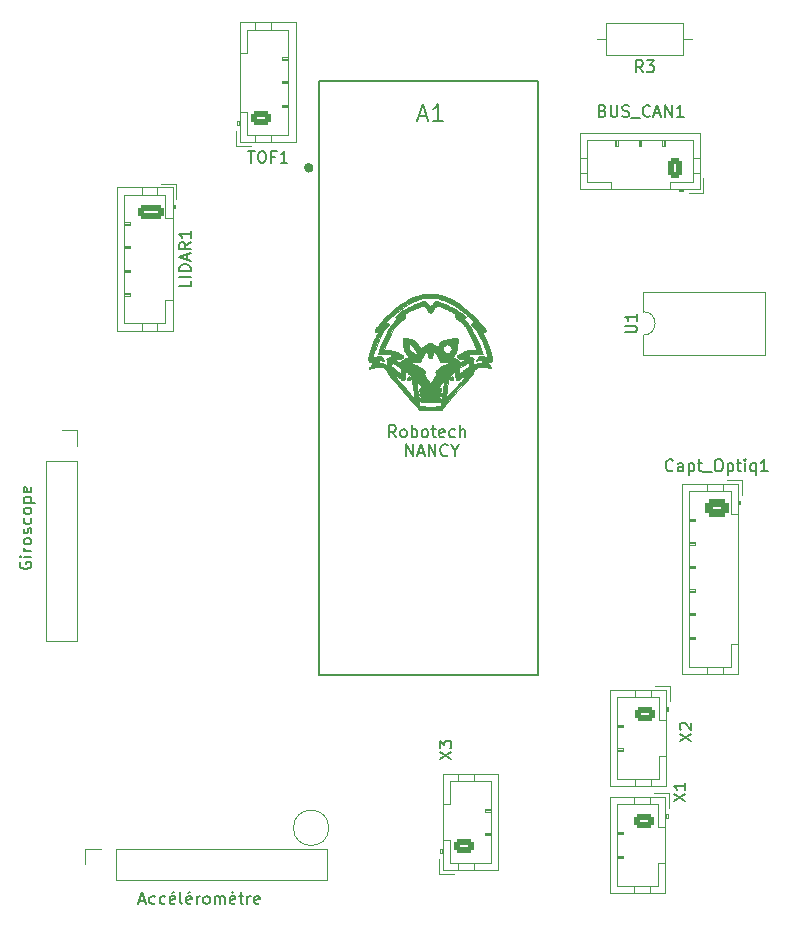
<source format=gbr>
%TF.GenerationSoftware,KiCad,Pcbnew,(6.0.0)*%
%TF.CreationDate,2022-05-13T15:12:09+02:00*%
%TF.ProjectId,Carte Odom_trie V2,43617274-6520-44f6-946f-6de974726965,rev?*%
%TF.SameCoordinates,Original*%
%TF.FileFunction,Legend,Top*%
%TF.FilePolarity,Positive*%
%FSLAX46Y46*%
G04 Gerber Fmt 4.6, Leading zero omitted, Abs format (unit mm)*
G04 Created by KiCad (PCBNEW (6.0.0)) date 2022-05-13 15:12:09*
%MOMM*%
%LPD*%
G01*
G04 APERTURE LIST*
G04 Aperture macros list*
%AMRoundRect*
0 Rectangle with rounded corners*
0 $1 Rounding radius*
0 $2 $3 $4 $5 $6 $7 $8 $9 X,Y pos of 4 corners*
0 Add a 4 corners polygon primitive as box body*
4,1,4,$2,$3,$4,$5,$6,$7,$8,$9,$2,$3,0*
0 Add four circle primitives for the rounded corners*
1,1,$1+$1,$2,$3*
1,1,$1+$1,$4,$5*
1,1,$1+$1,$6,$7*
1,1,$1+$1,$8,$9*
0 Add four rect primitives between the rounded corners*
20,1,$1+$1,$2,$3,$4,$5,0*
20,1,$1+$1,$4,$5,$6,$7,0*
20,1,$1+$1,$6,$7,$8,$9,0*
20,1,$1+$1,$8,$9,$2,$3,0*%
G04 Aperture macros list end*
%ADD10C,0.150000*%
%ADD11C,0.120000*%
%ADD12C,0.010000*%
%ADD13C,0.127000*%
%ADD14C,0.400000*%
%ADD15R,1.700000X1.700000*%
%ADD16O,1.700000X1.700000*%
%ADD17RoundRect,0.250000X0.625000X-0.350000X0.625000X0.350000X-0.625000X0.350000X-0.625000X-0.350000X0*%
%ADD18O,1.750000X1.200000*%
%ADD19RoundRect,0.250000X0.350000X0.625000X-0.350000X0.625000X-0.350000X-0.625000X0.350000X-0.625000X0*%
%ADD20O,1.200000X1.750000*%
%ADD21C,2.000000*%
%ADD22RoundRect,0.312500X-0.687500X0.437500X-0.687500X-0.437500X0.687500X-0.437500X0.687500X0.437500X0*%
%ADD23O,2.500000X1.500000*%
%ADD24O,2.000000X1.500000*%
%ADD25RoundRect,0.250000X-0.850000X0.350000X-0.850000X-0.350000X0.850000X-0.350000X0.850000X0.350000X0*%
%ADD26O,3.000000X1.400000*%
%ADD27O,2.200000X1.400000*%
%ADD28RoundRect,0.250000X-0.625000X0.350000X-0.625000X-0.350000X0.625000X-0.350000X0.625000X0.350000X0*%
%ADD29R,2.000000X2.000000*%
%ADD30C,1.600000*%
%ADD31O,1.600000X1.600000*%
%ADD32R,1.600000X1.600000*%
%ADD33C,3.200000*%
G04 APERTURE END LIST*
D10*
X189952380Y-132381523D02*
X190952380Y-131714857D01*
X189952380Y-131714857D02*
X190952380Y-132381523D01*
X190047619Y-131381523D02*
X190000000Y-131333904D01*
X189952380Y-131238666D01*
X189952380Y-131000571D01*
X190000000Y-130905333D01*
X190047619Y-130857714D01*
X190142857Y-130810095D01*
X190238095Y-130810095D01*
X190380952Y-130857714D01*
X190952380Y-131429142D01*
X190952380Y-130810095D01*
X134120000Y-117204761D02*
X134072380Y-117300000D01*
X134072380Y-117442857D01*
X134120000Y-117585714D01*
X134215238Y-117680952D01*
X134310476Y-117728571D01*
X134500952Y-117776190D01*
X134643809Y-117776190D01*
X134834285Y-117728571D01*
X134929523Y-117680952D01*
X135024761Y-117585714D01*
X135072380Y-117442857D01*
X135072380Y-117347619D01*
X135024761Y-117204761D01*
X134977142Y-117157142D01*
X134643809Y-117157142D01*
X134643809Y-117347619D01*
X135072380Y-116728571D02*
X134405714Y-116728571D01*
X134072380Y-116728571D02*
X134120000Y-116776190D01*
X134167619Y-116728571D01*
X134120000Y-116680952D01*
X134072380Y-116728571D01*
X134167619Y-116728571D01*
X135072380Y-116252380D02*
X134405714Y-116252380D01*
X134596190Y-116252380D02*
X134500952Y-116204761D01*
X134453333Y-116157142D01*
X134405714Y-116061904D01*
X134405714Y-115966666D01*
X135072380Y-115490476D02*
X135024761Y-115585714D01*
X134977142Y-115633333D01*
X134881904Y-115680952D01*
X134596190Y-115680952D01*
X134500952Y-115633333D01*
X134453333Y-115585714D01*
X134405714Y-115490476D01*
X134405714Y-115347619D01*
X134453333Y-115252380D01*
X134500952Y-115204761D01*
X134596190Y-115157142D01*
X134881904Y-115157142D01*
X134977142Y-115204761D01*
X135024761Y-115252380D01*
X135072380Y-115347619D01*
X135072380Y-115490476D01*
X135024761Y-114776190D02*
X135072380Y-114680952D01*
X135072380Y-114490476D01*
X135024761Y-114395238D01*
X134929523Y-114347619D01*
X134881904Y-114347619D01*
X134786666Y-114395238D01*
X134739047Y-114490476D01*
X134739047Y-114633333D01*
X134691428Y-114728571D01*
X134596190Y-114776190D01*
X134548571Y-114776190D01*
X134453333Y-114728571D01*
X134405714Y-114633333D01*
X134405714Y-114490476D01*
X134453333Y-114395238D01*
X135024761Y-113490476D02*
X135072380Y-113585714D01*
X135072380Y-113776190D01*
X135024761Y-113871428D01*
X134977142Y-113919047D01*
X134881904Y-113966666D01*
X134596190Y-113966666D01*
X134500952Y-113919047D01*
X134453333Y-113871428D01*
X134405714Y-113776190D01*
X134405714Y-113585714D01*
X134453333Y-113490476D01*
X135072380Y-112919047D02*
X135024761Y-113014285D01*
X134977142Y-113061904D01*
X134881904Y-113109523D01*
X134596190Y-113109523D01*
X134500952Y-113061904D01*
X134453333Y-113014285D01*
X134405714Y-112919047D01*
X134405714Y-112776190D01*
X134453333Y-112680952D01*
X134500952Y-112633333D01*
X134596190Y-112585714D01*
X134881904Y-112585714D01*
X134977142Y-112633333D01*
X135024761Y-112680952D01*
X135072380Y-112776190D01*
X135072380Y-112919047D01*
X134405714Y-112157142D02*
X135405714Y-112157142D01*
X134453333Y-112157142D02*
X134405714Y-112061904D01*
X134405714Y-111871428D01*
X134453333Y-111776190D01*
X134500952Y-111728571D01*
X134596190Y-111680952D01*
X134881904Y-111680952D01*
X134977142Y-111728571D01*
X135024761Y-111776190D01*
X135072380Y-111871428D01*
X135072380Y-112061904D01*
X135024761Y-112157142D01*
X135024761Y-110871428D02*
X135072380Y-110966666D01*
X135072380Y-111157142D01*
X135024761Y-111252380D01*
X134929523Y-111300000D01*
X134548571Y-111300000D01*
X134453333Y-111252380D01*
X134405714Y-111157142D01*
X134405714Y-110966666D01*
X134453333Y-110871428D01*
X134548571Y-110823809D01*
X134643809Y-110823809D01*
X134739047Y-111300000D01*
X189444380Y-137461523D02*
X190444380Y-136794857D01*
X189444380Y-136794857D02*
X190444380Y-137461523D01*
X190444380Y-135890095D02*
X190444380Y-136461523D01*
X190444380Y-136175809D02*
X189444380Y-136175809D01*
X189587238Y-136271047D01*
X189682476Y-136366285D01*
X189730095Y-136461523D01*
X169632380Y-133905523D02*
X170632380Y-133238857D01*
X169632380Y-133238857D02*
X170632380Y-133905523D01*
X169632380Y-132953142D02*
X169632380Y-132334095D01*
X170013333Y-132667428D01*
X170013333Y-132524571D01*
X170060952Y-132429333D01*
X170108571Y-132381714D01*
X170203809Y-132334095D01*
X170441904Y-132334095D01*
X170537142Y-132381714D01*
X170584761Y-132429333D01*
X170632380Y-132524571D01*
X170632380Y-132810285D01*
X170584761Y-132905523D01*
X170537142Y-132953142D01*
X144204761Y-145866666D02*
X144680952Y-145866666D01*
X144109523Y-146152380D02*
X144442857Y-145152380D01*
X144776190Y-146152380D01*
X145538095Y-146104761D02*
X145442857Y-146152380D01*
X145252380Y-146152380D01*
X145157142Y-146104761D01*
X145109523Y-146057142D01*
X145061904Y-145961904D01*
X145061904Y-145676190D01*
X145109523Y-145580952D01*
X145157142Y-145533333D01*
X145252380Y-145485714D01*
X145442857Y-145485714D01*
X145538095Y-145533333D01*
X146395238Y-146104761D02*
X146300000Y-146152380D01*
X146109523Y-146152380D01*
X146014285Y-146104761D01*
X145966666Y-146057142D01*
X145919047Y-145961904D01*
X145919047Y-145676190D01*
X145966666Y-145580952D01*
X146014285Y-145533333D01*
X146109523Y-145485714D01*
X146300000Y-145485714D01*
X146395238Y-145533333D01*
X147204761Y-146104761D02*
X147109523Y-146152380D01*
X146919047Y-146152380D01*
X146823809Y-146104761D01*
X146776190Y-146009523D01*
X146776190Y-145628571D01*
X146823809Y-145533333D01*
X146919047Y-145485714D01*
X147109523Y-145485714D01*
X147204761Y-145533333D01*
X147252380Y-145628571D01*
X147252380Y-145723809D01*
X146776190Y-145819047D01*
X147109523Y-145104761D02*
X146966666Y-145247619D01*
X147823809Y-146152380D02*
X147728571Y-146104761D01*
X147680952Y-146009523D01*
X147680952Y-145152380D01*
X148585714Y-146104761D02*
X148490476Y-146152380D01*
X148300000Y-146152380D01*
X148204761Y-146104761D01*
X148157142Y-146009523D01*
X148157142Y-145628571D01*
X148204761Y-145533333D01*
X148300000Y-145485714D01*
X148490476Y-145485714D01*
X148585714Y-145533333D01*
X148633333Y-145628571D01*
X148633333Y-145723809D01*
X148157142Y-145819047D01*
X148490476Y-145104761D02*
X148347619Y-145247619D01*
X149061904Y-146152380D02*
X149061904Y-145485714D01*
X149061904Y-145676190D02*
X149109523Y-145580952D01*
X149157142Y-145533333D01*
X149252380Y-145485714D01*
X149347619Y-145485714D01*
X149823809Y-146152380D02*
X149728571Y-146104761D01*
X149680952Y-146057142D01*
X149633333Y-145961904D01*
X149633333Y-145676190D01*
X149680952Y-145580952D01*
X149728571Y-145533333D01*
X149823809Y-145485714D01*
X149966666Y-145485714D01*
X150061904Y-145533333D01*
X150109523Y-145580952D01*
X150157142Y-145676190D01*
X150157142Y-145961904D01*
X150109523Y-146057142D01*
X150061904Y-146104761D01*
X149966666Y-146152380D01*
X149823809Y-146152380D01*
X150585714Y-146152380D02*
X150585714Y-145485714D01*
X150585714Y-145580952D02*
X150633333Y-145533333D01*
X150728571Y-145485714D01*
X150871428Y-145485714D01*
X150966666Y-145533333D01*
X151014285Y-145628571D01*
X151014285Y-146152380D01*
X151014285Y-145628571D02*
X151061904Y-145533333D01*
X151157142Y-145485714D01*
X151300000Y-145485714D01*
X151395238Y-145533333D01*
X151442857Y-145628571D01*
X151442857Y-146152380D01*
X152300000Y-146104761D02*
X152204761Y-146152380D01*
X152014285Y-146152380D01*
X151919047Y-146104761D01*
X151871428Y-146009523D01*
X151871428Y-145628571D01*
X151919047Y-145533333D01*
X152014285Y-145485714D01*
X152204761Y-145485714D01*
X152300000Y-145533333D01*
X152347619Y-145628571D01*
X152347619Y-145723809D01*
X151871428Y-145819047D01*
X152014285Y-145104761D02*
X152157142Y-145247619D01*
X152633333Y-145485714D02*
X153014285Y-145485714D01*
X152776190Y-145152380D02*
X152776190Y-146009523D01*
X152823809Y-146104761D01*
X152919047Y-146152380D01*
X153014285Y-146152380D01*
X153347619Y-146152380D02*
X153347619Y-145485714D01*
X153347619Y-145676190D02*
X153395238Y-145580952D01*
X153442857Y-145533333D01*
X153538095Y-145485714D01*
X153633333Y-145485714D01*
X154347619Y-146104761D02*
X154252380Y-146152380D01*
X154061904Y-146152380D01*
X153966666Y-146104761D01*
X153919047Y-146009523D01*
X153919047Y-145628571D01*
X153966666Y-145533333D01*
X154061904Y-145485714D01*
X154252380Y-145485714D01*
X154347619Y-145533333D01*
X154395238Y-145628571D01*
X154395238Y-145723809D01*
X153919047Y-145819047D01*
X165932142Y-106622380D02*
X165598809Y-106146190D01*
X165360714Y-106622380D02*
X165360714Y-105622380D01*
X165741666Y-105622380D01*
X165836904Y-105670000D01*
X165884523Y-105717619D01*
X165932142Y-105812857D01*
X165932142Y-105955714D01*
X165884523Y-106050952D01*
X165836904Y-106098571D01*
X165741666Y-106146190D01*
X165360714Y-106146190D01*
X166503571Y-106622380D02*
X166408333Y-106574761D01*
X166360714Y-106527142D01*
X166313095Y-106431904D01*
X166313095Y-106146190D01*
X166360714Y-106050952D01*
X166408333Y-106003333D01*
X166503571Y-105955714D01*
X166646428Y-105955714D01*
X166741666Y-106003333D01*
X166789285Y-106050952D01*
X166836904Y-106146190D01*
X166836904Y-106431904D01*
X166789285Y-106527142D01*
X166741666Y-106574761D01*
X166646428Y-106622380D01*
X166503571Y-106622380D01*
X167265476Y-106622380D02*
X167265476Y-105622380D01*
X167265476Y-106003333D02*
X167360714Y-105955714D01*
X167551190Y-105955714D01*
X167646428Y-106003333D01*
X167694047Y-106050952D01*
X167741666Y-106146190D01*
X167741666Y-106431904D01*
X167694047Y-106527142D01*
X167646428Y-106574761D01*
X167551190Y-106622380D01*
X167360714Y-106622380D01*
X167265476Y-106574761D01*
X168313095Y-106622380D02*
X168217857Y-106574761D01*
X168170238Y-106527142D01*
X168122619Y-106431904D01*
X168122619Y-106146190D01*
X168170238Y-106050952D01*
X168217857Y-106003333D01*
X168313095Y-105955714D01*
X168455952Y-105955714D01*
X168551190Y-106003333D01*
X168598809Y-106050952D01*
X168646428Y-106146190D01*
X168646428Y-106431904D01*
X168598809Y-106527142D01*
X168551190Y-106574761D01*
X168455952Y-106622380D01*
X168313095Y-106622380D01*
X168932142Y-105955714D02*
X169313095Y-105955714D01*
X169075000Y-105622380D02*
X169075000Y-106479523D01*
X169122619Y-106574761D01*
X169217857Y-106622380D01*
X169313095Y-106622380D01*
X170027380Y-106574761D02*
X169932142Y-106622380D01*
X169741666Y-106622380D01*
X169646428Y-106574761D01*
X169598809Y-106479523D01*
X169598809Y-106098571D01*
X169646428Y-106003333D01*
X169741666Y-105955714D01*
X169932142Y-105955714D01*
X170027380Y-106003333D01*
X170075000Y-106098571D01*
X170075000Y-106193809D01*
X169598809Y-106289047D01*
X170932142Y-106574761D02*
X170836904Y-106622380D01*
X170646428Y-106622380D01*
X170551190Y-106574761D01*
X170503571Y-106527142D01*
X170455952Y-106431904D01*
X170455952Y-106146190D01*
X170503571Y-106050952D01*
X170551190Y-106003333D01*
X170646428Y-105955714D01*
X170836904Y-105955714D01*
X170932142Y-106003333D01*
X171360714Y-106622380D02*
X171360714Y-105622380D01*
X171789285Y-106622380D02*
X171789285Y-106098571D01*
X171741666Y-106003333D01*
X171646428Y-105955714D01*
X171503571Y-105955714D01*
X171408333Y-106003333D01*
X171360714Y-106050952D01*
X166789285Y-108232380D02*
X166789285Y-107232380D01*
X167360714Y-108232380D01*
X167360714Y-107232380D01*
X167789285Y-107946666D02*
X168265476Y-107946666D01*
X167694047Y-108232380D02*
X168027380Y-107232380D01*
X168360714Y-108232380D01*
X168694047Y-108232380D02*
X168694047Y-107232380D01*
X169265476Y-108232380D01*
X169265476Y-107232380D01*
X170313095Y-108137142D02*
X170265476Y-108184761D01*
X170122619Y-108232380D01*
X170027380Y-108232380D01*
X169884523Y-108184761D01*
X169789285Y-108089523D01*
X169741666Y-107994285D01*
X169694047Y-107803809D01*
X169694047Y-107660952D01*
X169741666Y-107470476D01*
X169789285Y-107375238D01*
X169884523Y-107280000D01*
X170027380Y-107232380D01*
X170122619Y-107232380D01*
X170265476Y-107280000D01*
X170313095Y-107327619D01*
X170932142Y-107756190D02*
X170932142Y-108232380D01*
X170598809Y-107232380D02*
X170932142Y-107756190D01*
X171265476Y-107232380D01*
%TO.C,BUS_CAN1*%
X183436904Y-78978571D02*
X183579761Y-79026190D01*
X183627380Y-79073809D01*
X183675000Y-79169047D01*
X183675000Y-79311904D01*
X183627380Y-79407142D01*
X183579761Y-79454761D01*
X183484523Y-79502380D01*
X183103571Y-79502380D01*
X183103571Y-78502380D01*
X183436904Y-78502380D01*
X183532142Y-78550000D01*
X183579761Y-78597619D01*
X183627380Y-78692857D01*
X183627380Y-78788095D01*
X183579761Y-78883333D01*
X183532142Y-78930952D01*
X183436904Y-78978571D01*
X183103571Y-78978571D01*
X184103571Y-78502380D02*
X184103571Y-79311904D01*
X184151190Y-79407142D01*
X184198809Y-79454761D01*
X184294047Y-79502380D01*
X184484523Y-79502380D01*
X184579761Y-79454761D01*
X184627380Y-79407142D01*
X184675000Y-79311904D01*
X184675000Y-78502380D01*
X185103571Y-79454761D02*
X185246428Y-79502380D01*
X185484523Y-79502380D01*
X185579761Y-79454761D01*
X185627380Y-79407142D01*
X185675000Y-79311904D01*
X185675000Y-79216666D01*
X185627380Y-79121428D01*
X185579761Y-79073809D01*
X185484523Y-79026190D01*
X185294047Y-78978571D01*
X185198809Y-78930952D01*
X185151190Y-78883333D01*
X185103571Y-78788095D01*
X185103571Y-78692857D01*
X185151190Y-78597619D01*
X185198809Y-78550000D01*
X185294047Y-78502380D01*
X185532142Y-78502380D01*
X185675000Y-78550000D01*
X185865476Y-79597619D02*
X186627380Y-79597619D01*
X187436904Y-79407142D02*
X187389285Y-79454761D01*
X187246428Y-79502380D01*
X187151190Y-79502380D01*
X187008333Y-79454761D01*
X186913095Y-79359523D01*
X186865476Y-79264285D01*
X186817857Y-79073809D01*
X186817857Y-78930952D01*
X186865476Y-78740476D01*
X186913095Y-78645238D01*
X187008333Y-78550000D01*
X187151190Y-78502380D01*
X187246428Y-78502380D01*
X187389285Y-78550000D01*
X187436904Y-78597619D01*
X187817857Y-79216666D02*
X188294047Y-79216666D01*
X187722619Y-79502380D02*
X188055952Y-78502380D01*
X188389285Y-79502380D01*
X188722619Y-79502380D02*
X188722619Y-78502380D01*
X189294047Y-79502380D01*
X189294047Y-78502380D01*
X190294047Y-79502380D02*
X189722619Y-79502380D01*
X190008333Y-79502380D02*
X190008333Y-78502380D01*
X189913095Y-78645238D01*
X189817857Y-78740476D01*
X189722619Y-78788095D01*
%TO.C,Capt_Optiq1*%
X189393723Y-109418142D02*
X189346104Y-109465761D01*
X189203247Y-109513380D01*
X189108009Y-109513380D01*
X188965152Y-109465761D01*
X188869914Y-109370523D01*
X188822295Y-109275285D01*
X188774676Y-109084809D01*
X188774676Y-108941952D01*
X188822295Y-108751476D01*
X188869914Y-108656238D01*
X188965152Y-108561000D01*
X189108009Y-108513380D01*
X189203247Y-108513380D01*
X189346104Y-108561000D01*
X189393723Y-108608619D01*
X190250866Y-109513380D02*
X190250866Y-108989571D01*
X190203247Y-108894333D01*
X190108009Y-108846714D01*
X189917533Y-108846714D01*
X189822295Y-108894333D01*
X190250866Y-109465761D02*
X190155628Y-109513380D01*
X189917533Y-109513380D01*
X189822295Y-109465761D01*
X189774676Y-109370523D01*
X189774676Y-109275285D01*
X189822295Y-109180047D01*
X189917533Y-109132428D01*
X190155628Y-109132428D01*
X190250866Y-109084809D01*
X190727057Y-108846714D02*
X190727057Y-109846714D01*
X190727057Y-108894333D02*
X190822295Y-108846714D01*
X191012771Y-108846714D01*
X191108009Y-108894333D01*
X191155628Y-108941952D01*
X191203247Y-109037190D01*
X191203247Y-109322904D01*
X191155628Y-109418142D01*
X191108009Y-109465761D01*
X191012771Y-109513380D01*
X190822295Y-109513380D01*
X190727057Y-109465761D01*
X191488961Y-108846714D02*
X191869914Y-108846714D01*
X191631819Y-108513380D02*
X191631819Y-109370523D01*
X191679438Y-109465761D01*
X191774676Y-109513380D01*
X191869914Y-109513380D01*
X191965152Y-109608619D02*
X192727057Y-109608619D01*
X193155628Y-108513380D02*
X193346104Y-108513380D01*
X193441342Y-108561000D01*
X193536580Y-108656238D01*
X193584200Y-108846714D01*
X193584200Y-109180047D01*
X193536580Y-109370523D01*
X193441342Y-109465761D01*
X193346104Y-109513380D01*
X193155628Y-109513380D01*
X193060390Y-109465761D01*
X192965152Y-109370523D01*
X192917533Y-109180047D01*
X192917533Y-108846714D01*
X192965152Y-108656238D01*
X193060390Y-108561000D01*
X193155628Y-108513380D01*
X194012771Y-108846714D02*
X194012771Y-109846714D01*
X194012771Y-108894333D02*
X194108009Y-108846714D01*
X194298485Y-108846714D01*
X194393723Y-108894333D01*
X194441342Y-108941952D01*
X194488961Y-109037190D01*
X194488961Y-109322904D01*
X194441342Y-109418142D01*
X194393723Y-109465761D01*
X194298485Y-109513380D01*
X194108009Y-109513380D01*
X194012771Y-109465761D01*
X194774676Y-108846714D02*
X195155628Y-108846714D01*
X194917533Y-108513380D02*
X194917533Y-109370523D01*
X194965152Y-109465761D01*
X195060390Y-109513380D01*
X195155628Y-109513380D01*
X195488961Y-109513380D02*
X195488961Y-108846714D01*
X195488961Y-108513380D02*
X195441342Y-108561000D01*
X195488961Y-108608619D01*
X195536580Y-108561000D01*
X195488961Y-108513380D01*
X195488961Y-108608619D01*
X196393723Y-108846714D02*
X196393723Y-109846714D01*
X196393723Y-109465761D02*
X196298485Y-109513380D01*
X196108009Y-109513380D01*
X196012771Y-109465761D01*
X195965152Y-109418142D01*
X195917533Y-109322904D01*
X195917533Y-109037190D01*
X195965152Y-108941952D01*
X196012771Y-108894333D01*
X196108009Y-108846714D01*
X196298485Y-108846714D01*
X196393723Y-108894333D01*
X197393723Y-109513380D02*
X196822295Y-109513380D01*
X197108009Y-109513380D02*
X197108009Y-108513380D01*
X197012771Y-108656238D01*
X196917533Y-108751476D01*
X196822295Y-108799095D01*
%TO.C,LIDAR1*%
X148570100Y-93368333D02*
X148570100Y-93844523D01*
X147570100Y-93844523D01*
X148570100Y-93035000D02*
X147570100Y-93035000D01*
X148570100Y-92558809D02*
X147570100Y-92558809D01*
X147570100Y-92320714D01*
X147617720Y-92177857D01*
X147712958Y-92082619D01*
X147808196Y-92035000D01*
X147998672Y-91987380D01*
X148141529Y-91987380D01*
X148332005Y-92035000D01*
X148427243Y-92082619D01*
X148522481Y-92177857D01*
X148570100Y-92320714D01*
X148570100Y-92558809D01*
X148284386Y-91606428D02*
X148284386Y-91130238D01*
X148570100Y-91701666D02*
X147570100Y-91368333D01*
X148570100Y-91035000D01*
X148570100Y-90130238D02*
X148093910Y-90463571D01*
X148570100Y-90701666D02*
X147570100Y-90701666D01*
X147570100Y-90320714D01*
X147617720Y-90225476D01*
X147665339Y-90177857D01*
X147760577Y-90130238D01*
X147903434Y-90130238D01*
X147998672Y-90177857D01*
X148046291Y-90225476D01*
X148093910Y-90320714D01*
X148093910Y-90701666D01*
X148570100Y-89177857D02*
X148570100Y-89749285D01*
X148570100Y-89463571D02*
X147570100Y-89463571D01*
X147712958Y-89558809D01*
X147808196Y-89654047D01*
X147855815Y-89749285D01*
%TO.C,A1*%
X167873301Y-79458729D02*
X168541100Y-79458729D01*
X167739741Y-79859409D02*
X168207200Y-78457031D01*
X168674660Y-79859409D01*
X169876698Y-79859409D02*
X169075339Y-79859409D01*
X169476019Y-79859409D02*
X169476019Y-78457031D01*
X169342459Y-78657370D01*
X169208899Y-78790930D01*
X169075339Y-78857710D01*
%TO.C,TOF1*%
X153410714Y-82402380D02*
X153982142Y-82402380D01*
X153696428Y-83402380D02*
X153696428Y-82402380D01*
X154505952Y-82402380D02*
X154696428Y-82402380D01*
X154791666Y-82450000D01*
X154886904Y-82545238D01*
X154934523Y-82735714D01*
X154934523Y-83069047D01*
X154886904Y-83259523D01*
X154791666Y-83354761D01*
X154696428Y-83402380D01*
X154505952Y-83402380D01*
X154410714Y-83354761D01*
X154315476Y-83259523D01*
X154267857Y-83069047D01*
X154267857Y-82735714D01*
X154315476Y-82545238D01*
X154410714Y-82450000D01*
X154505952Y-82402380D01*
X155696428Y-82878571D02*
X155363095Y-82878571D01*
X155363095Y-83402380D02*
X155363095Y-82402380D01*
X155839285Y-82402380D01*
X156744047Y-83402380D02*
X156172619Y-83402380D01*
X156458333Y-83402380D02*
X156458333Y-82402380D01*
X156363095Y-82545238D01*
X156267857Y-82640476D01*
X156172619Y-82688095D01*
%TO.C,R3*%
X186833333Y-75722380D02*
X186500000Y-75246190D01*
X186261904Y-75722380D02*
X186261904Y-74722380D01*
X186642857Y-74722380D01*
X186738095Y-74770000D01*
X186785714Y-74817619D01*
X186833333Y-74912857D01*
X186833333Y-75055714D01*
X186785714Y-75150952D01*
X186738095Y-75198571D01*
X186642857Y-75246190D01*
X186261904Y-75246190D01*
X187166666Y-74722380D02*
X187785714Y-74722380D01*
X187452380Y-75103333D01*
X187595238Y-75103333D01*
X187690476Y-75150952D01*
X187738095Y-75198571D01*
X187785714Y-75293809D01*
X187785714Y-75531904D01*
X187738095Y-75627142D01*
X187690476Y-75674761D01*
X187595238Y-75722380D01*
X187309523Y-75722380D01*
X187214285Y-75674761D01*
X187166666Y-75627142D01*
%TO.C,U1*%
X185322380Y-97751904D02*
X186131904Y-97751904D01*
X186227142Y-97704285D01*
X186274761Y-97656666D01*
X186322380Y-97561428D01*
X186322380Y-97370952D01*
X186274761Y-97275714D01*
X186227142Y-97228095D01*
X186131904Y-97180476D01*
X185322380Y-97180476D01*
X186322380Y-96180476D02*
X186322380Y-96751904D01*
X186322380Y-96466190D02*
X185322380Y-96466190D01*
X185465238Y-96561428D01*
X185560476Y-96656666D01*
X185608095Y-96751904D01*
D11*
%TO.C,Giroscope1*%
X138952720Y-108605000D02*
X138952720Y-123905000D01*
X136292720Y-108605000D02*
X136292720Y-123905000D01*
X136292720Y-108605000D02*
X138952720Y-108605000D01*
X137622720Y-106005000D02*
X138952720Y-106005000D01*
X138952720Y-106005000D02*
X138952720Y-107335000D01*
X136292720Y-123905000D02*
X138952720Y-123905000D01*
%TO.C,J3*%
X170504000Y-140724000D02*
X170504000Y-142674000D01*
X173504000Y-140124000D02*
X174004000Y-140124000D01*
X174004000Y-140324000D02*
X173504000Y-140324000D01*
X172504000Y-143284000D02*
X172504000Y-142674000D01*
X174004000Y-138224000D02*
X173504000Y-138224000D01*
X169694000Y-141824000D02*
X169894000Y-141824000D01*
X173504000Y-138124000D02*
X174004000Y-138124000D01*
X170504000Y-142674000D02*
X174004000Y-142674000D01*
X174614000Y-135164000D02*
X169894000Y-135164000D01*
X169594000Y-142334000D02*
X169594000Y-143584000D01*
X174004000Y-135774000D02*
X170504000Y-135774000D01*
X174004000Y-138324000D02*
X173504000Y-138324000D01*
X169894000Y-140724000D02*
X170504000Y-140724000D01*
X169794000Y-141524000D02*
X169794000Y-141824000D01*
X171204000Y-135164000D02*
X171204000Y-135774000D01*
X169894000Y-141524000D02*
X169694000Y-141524000D01*
X174614000Y-143284000D02*
X174614000Y-135164000D01*
X174004000Y-140224000D02*
X173504000Y-140224000D01*
X169694000Y-141524000D02*
X169694000Y-141824000D01*
X173504000Y-140324000D02*
X173504000Y-140124000D01*
X170504000Y-135774000D02*
X170504000Y-137724000D01*
X172504000Y-135164000D02*
X172504000Y-135774000D01*
X169594000Y-143584000D02*
X170844000Y-143584000D01*
X169894000Y-135164000D02*
X169894000Y-143284000D01*
X170504000Y-137724000D02*
X169894000Y-137724000D01*
X173504000Y-138324000D02*
X173504000Y-138124000D01*
X174004000Y-142674000D02*
X174004000Y-135774000D01*
X169894000Y-143284000D02*
X174614000Y-143284000D01*
X171204000Y-143284000D02*
X171204000Y-142674000D01*
%TO.C,BUS_CAN1*%
X184600000Y-81500000D02*
X184600000Y-82000000D01*
X182150000Y-81500000D02*
X182150000Y-85000000D01*
X181540000Y-85610000D02*
X191660000Y-85610000D01*
X189900000Y-85710000D02*
X190200000Y-85710000D01*
X188700000Y-81500000D02*
X188700000Y-82000000D01*
X191960000Y-85910000D02*
X191960000Y-84660000D01*
X188500000Y-82000000D02*
X188500000Y-81500000D01*
X188600000Y-81500000D02*
X188600000Y-82000000D01*
X186700000Y-82000000D02*
X186500000Y-82000000D01*
X182150000Y-85000000D02*
X184100000Y-85000000D01*
X191660000Y-84300000D02*
X191050000Y-84300000D01*
X191660000Y-85610000D02*
X191660000Y-80890000D01*
X191660000Y-83000000D02*
X191050000Y-83000000D01*
X189900000Y-85810000D02*
X190200000Y-85810000D01*
X184500000Y-82000000D02*
X184500000Y-81500000D01*
X184700000Y-82000000D02*
X184500000Y-82000000D01*
X184100000Y-85000000D02*
X184100000Y-85610000D01*
X189100000Y-85610000D02*
X189100000Y-85000000D01*
X186500000Y-82000000D02*
X186500000Y-81500000D01*
X186700000Y-81500000D02*
X186700000Y-82000000D01*
X188700000Y-82000000D02*
X188500000Y-82000000D01*
X191050000Y-81500000D02*
X182150000Y-81500000D01*
X189100000Y-85000000D02*
X191050000Y-85000000D01*
X186600000Y-81500000D02*
X186600000Y-82000000D01*
X191660000Y-80890000D02*
X181540000Y-80890000D01*
X191050000Y-85000000D02*
X191050000Y-81500000D01*
X189900000Y-85610000D02*
X189900000Y-85810000D01*
X181540000Y-80890000D02*
X181540000Y-85610000D01*
X181540000Y-83000000D02*
X182150000Y-83000000D01*
X181540000Y-84300000D02*
X182150000Y-84300000D01*
X184700000Y-81500000D02*
X184700000Y-82000000D01*
X190710000Y-85910000D02*
X191960000Y-85910000D01*
X190200000Y-85810000D02*
X190200000Y-85610000D01*
%TO.C,TP1*%
X160250000Y-139700000D02*
G75*
G03*
X160250000Y-139700000I-1500000J0D01*
G01*
%TO.C,Capt_Optiq1*%
X194284200Y-111167000D02*
X190784200Y-111167000D01*
X194284200Y-113117000D02*
X194284200Y-111167000D01*
X190784200Y-119517000D02*
X191284200Y-119517000D01*
X191284200Y-113717000D02*
X190784200Y-113717000D01*
X190784200Y-113517000D02*
X191284200Y-113517000D01*
X194894200Y-110557000D02*
X190174200Y-110557000D01*
X190784200Y-123517000D02*
X191284200Y-123517000D01*
X190784200Y-121617000D02*
X191284200Y-121617000D01*
X195194200Y-110257000D02*
X193944200Y-110257000D01*
X190784200Y-115517000D02*
X191284200Y-115517000D01*
X190784200Y-119617000D02*
X191284200Y-119617000D01*
X190784200Y-113617000D02*
X191284200Y-113617000D01*
X190174200Y-110557000D02*
X190174200Y-126677000D01*
X191284200Y-119517000D02*
X191284200Y-119717000D01*
X194894200Y-126677000D02*
X194894200Y-110557000D01*
X191284200Y-121517000D02*
X191284200Y-121717000D01*
X194284200Y-126067000D02*
X194284200Y-124117000D01*
X190174200Y-126677000D02*
X194894200Y-126677000D01*
X191284200Y-117717000D02*
X190784200Y-117717000D01*
X190784200Y-111167000D02*
X190784200Y-126067000D01*
X191284200Y-121717000D02*
X190784200Y-121717000D01*
X194994200Y-112317000D02*
X194994200Y-112017000D01*
X191284200Y-117517000D02*
X191284200Y-117717000D01*
X192284200Y-110557000D02*
X192284200Y-111167000D01*
X194284200Y-124117000D02*
X194894200Y-124117000D01*
X193584200Y-126677000D02*
X193584200Y-126067000D01*
X195094200Y-112017000D02*
X194894200Y-112017000D01*
X191284200Y-115717000D02*
X190784200Y-115717000D01*
X190784200Y-115617000D02*
X191284200Y-115617000D01*
X190784200Y-121517000D02*
X191284200Y-121517000D01*
X190784200Y-117617000D02*
X191284200Y-117617000D01*
X191284200Y-119717000D02*
X190784200Y-119717000D01*
X193584200Y-110557000D02*
X193584200Y-111167000D01*
X192284200Y-126677000D02*
X192284200Y-126067000D01*
X191284200Y-123517000D02*
X191284200Y-123717000D01*
X190784200Y-117517000D02*
X191284200Y-117517000D01*
X195094200Y-112317000D02*
X195094200Y-112017000D01*
X191284200Y-115517000D02*
X191284200Y-115717000D01*
X195194200Y-111507000D02*
X195194200Y-110257000D01*
X191284200Y-113517000D02*
X191284200Y-113717000D01*
X194894200Y-113117000D02*
X194284200Y-113117000D01*
X190784200Y-126067000D02*
X194284200Y-126067000D01*
X190784200Y-123617000D02*
X191284200Y-123617000D01*
X194894200Y-112317000D02*
X195094200Y-112317000D01*
X191284200Y-123717000D02*
X190784200Y-123717000D01*
%TO.C,LIDAR1*%
X147127720Y-87235000D02*
X147127720Y-86935000D01*
X146417720Y-88035000D02*
X146417720Y-86085000D01*
X144417720Y-97595000D02*
X144417720Y-96985000D01*
X146417720Y-96985000D02*
X146417720Y-95035000D01*
X142917720Y-88435000D02*
X143417720Y-88435000D01*
X146417720Y-86085000D02*
X142917720Y-86085000D01*
X143417720Y-90435000D02*
X143417720Y-90635000D01*
X142917720Y-94435000D02*
X143417720Y-94435000D01*
X143417720Y-90635000D02*
X142917720Y-90635000D01*
X145717720Y-97595000D02*
X145717720Y-96985000D01*
X142917720Y-96985000D02*
X146417720Y-96985000D01*
X142917720Y-92535000D02*
X143417720Y-92535000D01*
X142917720Y-92435000D02*
X143417720Y-92435000D01*
X147227720Y-87235000D02*
X147227720Y-86935000D01*
X143417720Y-88435000D02*
X143417720Y-88635000D01*
X147327720Y-85175000D02*
X146077720Y-85175000D01*
X142917720Y-86085000D02*
X142917720Y-96985000D01*
X147027720Y-88035000D02*
X146417720Y-88035000D01*
X142917720Y-88535000D02*
X143417720Y-88535000D01*
X143417720Y-88635000D02*
X142917720Y-88635000D01*
X146417720Y-95035000D02*
X147027720Y-95035000D01*
X143417720Y-94435000D02*
X143417720Y-94635000D01*
X145717720Y-85475000D02*
X145717720Y-86085000D01*
X143417720Y-92435000D02*
X143417720Y-92635000D01*
X147327720Y-86425000D02*
X147327720Y-85175000D01*
X144417720Y-85475000D02*
X144417720Y-86085000D01*
X142917720Y-90435000D02*
X143417720Y-90435000D01*
X143417720Y-92635000D02*
X142917720Y-92635000D01*
X147027720Y-97595000D02*
X147027720Y-85475000D01*
X142307720Y-85475000D02*
X142307720Y-97595000D01*
X143417720Y-94635000D02*
X142917720Y-94635000D01*
X147027720Y-87235000D02*
X147227720Y-87235000D01*
X147027720Y-85475000D02*
X142307720Y-85475000D01*
X142917720Y-90535000D02*
X143417720Y-90535000D01*
X147227720Y-86935000D02*
X147027720Y-86935000D01*
X142307720Y-97595000D02*
X147027720Y-97595000D01*
X142917720Y-94535000D02*
X143417720Y-94535000D01*
%TO.C,J2*%
X188735000Y-137090000D02*
X184015000Y-137090000D01*
X188125000Y-144600000D02*
X188125000Y-142650000D01*
X184625000Y-140050000D02*
X185125000Y-140050000D01*
X186125000Y-145210000D02*
X186125000Y-144600000D01*
X185125000Y-142250000D02*
X184625000Y-142250000D01*
X184015000Y-145210000D02*
X188735000Y-145210000D01*
X188125000Y-142650000D02*
X188735000Y-142650000D01*
X188125000Y-137700000D02*
X184625000Y-137700000D01*
X184625000Y-137700000D02*
X184625000Y-144600000D01*
X185125000Y-140050000D02*
X185125000Y-140250000D01*
X184625000Y-142050000D02*
X185125000Y-142050000D01*
X184625000Y-142150000D02*
X185125000Y-142150000D01*
X188125000Y-139650000D02*
X188125000Y-137700000D01*
X187425000Y-145210000D02*
X187425000Y-144600000D01*
X187425000Y-137090000D02*
X187425000Y-137700000D01*
X186125000Y-137090000D02*
X186125000Y-137700000D01*
X188835000Y-138850000D02*
X188835000Y-138550000D01*
X185125000Y-140250000D02*
X184625000Y-140250000D01*
X188735000Y-139650000D02*
X188125000Y-139650000D01*
X184015000Y-137090000D02*
X184015000Y-145210000D01*
X189035000Y-138040000D02*
X189035000Y-136790000D01*
X189035000Y-136790000D02*
X187785000Y-136790000D01*
X188935000Y-138850000D02*
X188935000Y-138550000D01*
X188935000Y-138550000D02*
X188735000Y-138550000D01*
X184625000Y-140150000D02*
X185125000Y-140150000D01*
X188735000Y-138850000D02*
X188935000Y-138850000D01*
X188735000Y-145210000D02*
X188735000Y-137090000D01*
X184625000Y-144600000D02*
X188125000Y-144600000D01*
X185125000Y-142050000D02*
X185125000Y-142250000D01*
%TO.C,J1*%
X187486000Y-136140000D02*
X187486000Y-135530000D01*
X184686000Y-133080000D02*
X185186000Y-133080000D01*
X185186000Y-130980000D02*
X185186000Y-131180000D01*
X188996000Y-129780000D02*
X188996000Y-129480000D01*
X184686000Y-135530000D02*
X188186000Y-135530000D01*
X188796000Y-136140000D02*
X188796000Y-128020000D01*
X186186000Y-136140000D02*
X186186000Y-135530000D01*
X187486000Y-128020000D02*
X187486000Y-128630000D01*
X184686000Y-128630000D02*
X184686000Y-135530000D01*
X189096000Y-127720000D02*
X187846000Y-127720000D01*
X184076000Y-128020000D02*
X184076000Y-136140000D01*
X188186000Y-130580000D02*
X188186000Y-128630000D01*
X188186000Y-128630000D02*
X184686000Y-128630000D01*
X188186000Y-133580000D02*
X188796000Y-133580000D01*
X188796000Y-130580000D02*
X188186000Y-130580000D01*
X185186000Y-131180000D02*
X184686000Y-131180000D01*
X185186000Y-132980000D02*
X185186000Y-133180000D01*
X184076000Y-136140000D02*
X188796000Y-136140000D01*
X184686000Y-130980000D02*
X185186000Y-130980000D01*
X184686000Y-132980000D02*
X185186000Y-132980000D01*
X184686000Y-131080000D02*
X185186000Y-131080000D01*
X188796000Y-129780000D02*
X188996000Y-129780000D01*
X185186000Y-133180000D02*
X184686000Y-133180000D01*
X188796000Y-128020000D02*
X184076000Y-128020000D01*
X188186000Y-135530000D02*
X188186000Y-133580000D01*
X186186000Y-128020000D02*
X186186000Y-128630000D01*
X188896000Y-129780000D02*
X188896000Y-129480000D01*
X188996000Y-129480000D02*
X188796000Y-129480000D01*
X189096000Y-128970000D02*
X189096000Y-127720000D01*
D12*
%TO.C,G\u002A\u002A\u002A*%
X170705103Y-101503878D02*
X170756619Y-101545800D01*
X170756619Y-101545800D02*
X170782243Y-101589096D01*
X170782243Y-101589096D02*
X170796985Y-101660613D01*
X170796985Y-101660613D02*
X170783721Y-101725178D01*
X170783721Y-101725178D02*
X170748036Y-101777551D01*
X170748036Y-101777551D02*
X170695510Y-101812496D01*
X170695510Y-101812496D02*
X170631727Y-101824774D01*
X170631727Y-101824774D02*
X170562268Y-101809147D01*
X170562268Y-101809147D02*
X170552620Y-101804542D01*
X170552620Y-101804542D02*
X170495254Y-101757582D01*
X170495254Y-101757582D02*
X170470289Y-101712072D01*
X170470289Y-101712072D02*
X170456823Y-101667636D01*
X170456823Y-101667636D02*
X170458747Y-101632361D01*
X170458747Y-101632361D02*
X170477243Y-101587629D01*
X170477243Y-101587629D02*
X170478336Y-101585398D01*
X170478336Y-101585398D02*
X170522412Y-101527446D01*
X170522412Y-101527446D02*
X170580139Y-101494605D01*
X170580139Y-101494605D02*
X170643656Y-101486781D01*
X170643656Y-101486781D02*
X170705103Y-101503878D01*
X170705103Y-101503878D02*
X170705103Y-101503878D01*
G36*
X170705103Y-101503878D02*
G01*
X170756619Y-101545800D01*
X170782243Y-101589096D01*
X170796985Y-101660613D01*
X170783721Y-101725178D01*
X170748036Y-101777551D01*
X170695510Y-101812496D01*
X170631727Y-101824774D01*
X170562268Y-101809147D01*
X170552620Y-101804542D01*
X170495254Y-101757582D01*
X170470289Y-101712072D01*
X170456823Y-101667636D01*
X170458747Y-101632361D01*
X170477243Y-101587629D01*
X170478336Y-101585398D01*
X170522412Y-101527446D01*
X170580139Y-101494605D01*
X170643656Y-101486781D01*
X170705103Y-101503878D01*
G37*
X170705103Y-101503878D02*
X170756619Y-101545800D01*
X170782243Y-101589096D01*
X170796985Y-101660613D01*
X170783721Y-101725178D01*
X170748036Y-101777551D01*
X170695510Y-101812496D01*
X170631727Y-101824774D01*
X170562268Y-101809147D01*
X170552620Y-101804542D01*
X170495254Y-101757582D01*
X170470289Y-101712072D01*
X170456823Y-101667636D01*
X170458747Y-101632361D01*
X170477243Y-101587629D01*
X170478336Y-101585398D01*
X170522412Y-101527446D01*
X170580139Y-101494605D01*
X170643656Y-101486781D01*
X170705103Y-101503878D01*
X169042094Y-94480534D02*
X169193301Y-94488583D01*
X169193301Y-94488583D02*
X169323979Y-94501161D01*
X169323979Y-94501161D02*
X169373261Y-94508230D01*
X169373261Y-94508230D02*
X169693086Y-94575701D01*
X169693086Y-94575701D02*
X170016643Y-94674467D01*
X170016643Y-94674467D02*
X170344425Y-94804789D01*
X170344425Y-94804789D02*
X170676925Y-94966927D01*
X170676925Y-94966927D02*
X171014633Y-95161141D01*
X171014633Y-95161141D02*
X171358044Y-95387694D01*
X171358044Y-95387694D02*
X171707649Y-95646844D01*
X171707649Y-95646844D02*
X172042333Y-95920372D01*
X172042333Y-95920372D02*
X172224552Y-96081340D01*
X172224552Y-96081340D02*
X172417392Y-96261727D01*
X172417392Y-96261727D02*
X172614749Y-96455255D01*
X172614749Y-96455255D02*
X172810519Y-96655644D01*
X172810519Y-96655644D02*
X172998600Y-96856615D01*
X172998600Y-96856615D02*
X173172888Y-97051888D01*
X173172888Y-97051888D02*
X173327282Y-97235184D01*
X173327282Y-97235184D02*
X173361194Y-97277319D01*
X173361194Y-97277319D02*
X173438137Y-97375938D01*
X173438137Y-97375938D02*
X173493830Y-97453712D01*
X173493830Y-97453712D02*
X173529648Y-97514993D01*
X173529648Y-97514993D02*
X173546967Y-97564136D01*
X173546967Y-97564136D02*
X173547164Y-97605493D01*
X173547164Y-97605493D02*
X173531614Y-97643419D01*
X173531614Y-97643419D02*
X173501693Y-97682267D01*
X173501693Y-97682267D02*
X173492367Y-97692380D01*
X173492367Y-97692380D02*
X173430170Y-97739239D01*
X173430170Y-97739239D02*
X173364609Y-97753954D01*
X173364609Y-97753954D02*
X173299627Y-97736045D01*
X173299627Y-97736045D02*
X173273846Y-97718986D01*
X173273846Y-97718986D02*
X173241274Y-97695577D01*
X173241274Y-97695577D02*
X173221210Y-97685154D01*
X173221210Y-97685154D02*
X173220714Y-97685119D01*
X173220714Y-97685119D02*
X173224678Y-97699252D01*
X173224678Y-97699252D02*
X173242104Y-97738324D01*
X173242104Y-97738324D02*
X173270606Y-97797346D01*
X173270606Y-97797346D02*
X173307796Y-97871330D01*
X173307796Y-97871330D02*
X173336195Y-97926419D01*
X173336195Y-97926419D02*
X173386381Y-98025561D01*
X173386381Y-98025561D02*
X173442053Y-98140090D01*
X173442053Y-98140090D02*
X173500424Y-98263833D01*
X173500424Y-98263833D02*
X173558706Y-98390616D01*
X173558706Y-98390616D02*
X173614110Y-98514267D01*
X173614110Y-98514267D02*
X173663849Y-98628612D01*
X173663849Y-98628612D02*
X173705135Y-98727479D01*
X173705135Y-98727479D02*
X173735181Y-98804694D01*
X173735181Y-98804694D02*
X173743422Y-98828120D01*
X173743422Y-98828120D02*
X173759555Y-98875113D01*
X173759555Y-98875113D02*
X173784189Y-98945471D01*
X173784189Y-98945471D02*
X173814331Y-99030700D01*
X173814331Y-99030700D02*
X173846987Y-99122308D01*
X173846987Y-99122308D02*
X173856857Y-99149853D01*
X173856857Y-99149853D02*
X173923937Y-99343677D01*
X173923937Y-99343677D02*
X173976332Y-99511101D01*
X173976332Y-99511101D02*
X174014942Y-99655794D01*
X174014942Y-99655794D02*
X174040669Y-99781421D01*
X174040669Y-99781421D02*
X174054413Y-99891652D01*
X174054413Y-99891652D02*
X174057400Y-99966380D01*
X174057400Y-99966380D02*
X174053990Y-100068846D01*
X174053990Y-100068846D02*
X174041696Y-100143640D01*
X174041696Y-100143640D02*
X174017417Y-100196457D01*
X174017417Y-100196457D02*
X173978051Y-100232994D01*
X173978051Y-100232994D02*
X173920498Y-100258947D01*
X173920498Y-100258947D02*
X173893732Y-100267075D01*
X173893732Y-100267075D02*
X173855850Y-100266677D01*
X173855850Y-100266677D02*
X173795631Y-100253549D01*
X173795631Y-100253549D02*
X173721143Y-100229871D01*
X173721143Y-100229871D02*
X173645539Y-100200034D01*
X173645539Y-100200034D02*
X173645050Y-100209090D01*
X173645050Y-100209090D02*
X173661527Y-100242084D01*
X173661527Y-100242084D02*
X173692657Y-100295112D01*
X173692657Y-100295112D02*
X173736123Y-100364270D01*
X173736123Y-100364270D02*
X173789612Y-100445654D01*
X173789612Y-100445654D02*
X173802821Y-100465295D01*
X173802821Y-100465295D02*
X173875195Y-100574291D01*
X173875195Y-100574291D02*
X173927989Y-100658650D01*
X173927989Y-100658650D02*
X173962079Y-100720729D01*
X173962079Y-100720729D02*
X173978335Y-100762884D01*
X173978335Y-100762884D02*
X173977631Y-100787473D01*
X173977631Y-100787473D02*
X173960840Y-100796853D01*
X173960840Y-100796853D02*
X173928835Y-100793380D01*
X173928835Y-100793380D02*
X173923871Y-100792176D01*
X173923871Y-100792176D02*
X173876312Y-100780747D01*
X173876312Y-100780747D02*
X173804950Y-100764314D01*
X173804950Y-100764314D02*
X173719100Y-100744958D01*
X173719100Y-100744958D02*
X173628076Y-100724763D01*
X173628076Y-100724763D02*
X173541194Y-100705810D01*
X173541194Y-100705810D02*
X173467767Y-100690181D01*
X173467767Y-100690181D02*
X173464733Y-100689548D01*
X173464733Y-100689548D02*
X173318397Y-100669946D01*
X173318397Y-100669946D02*
X173166167Y-100668923D01*
X173166167Y-100668923D02*
X173016850Y-100685420D01*
X173016850Y-100685420D02*
X172879251Y-100718378D01*
X172879251Y-100718378D02*
X172762176Y-100766741D01*
X172762176Y-100766741D02*
X172745733Y-100775957D01*
X172745733Y-100775957D02*
X172689519Y-100816190D01*
X172689519Y-100816190D02*
X172625678Y-100873033D01*
X172625678Y-100873033D02*
X172561988Y-100938269D01*
X172561988Y-100938269D02*
X172506231Y-101003680D01*
X172506231Y-101003680D02*
X172466186Y-101061047D01*
X172466186Y-101061047D02*
X172454890Y-101083169D01*
X172454890Y-101083169D02*
X172440538Y-101135216D01*
X172440538Y-101135216D02*
X172432454Y-101198868D01*
X172432454Y-101198868D02*
X172431800Y-101219601D01*
X172431800Y-101219601D02*
X172431800Y-101300770D01*
X172431800Y-101300770D02*
X171144866Y-102736938D01*
X171144866Y-102736938D02*
X170949242Y-102955537D01*
X170949242Y-102955537D02*
X170766654Y-103160151D01*
X170766654Y-103160151D02*
X170598022Y-103349730D01*
X170598022Y-103349730D02*
X170444266Y-103523225D01*
X170444266Y-103523225D02*
X170306303Y-103679587D01*
X170306303Y-103679587D02*
X170185053Y-103817766D01*
X170185053Y-103817766D02*
X170081436Y-103936713D01*
X170081436Y-103936713D02*
X169996370Y-104035379D01*
X169996370Y-104035379D02*
X169930774Y-104112715D01*
X169930774Y-104112715D02*
X169885567Y-104167670D01*
X169885567Y-104167670D02*
X169861669Y-104199196D01*
X169861669Y-104199196D02*
X169857933Y-104206308D01*
X169857933Y-104206308D02*
X169848849Y-104244833D01*
X169848849Y-104244833D02*
X169830585Y-104281249D01*
X169830585Y-104281249D02*
X169803238Y-104322986D01*
X169803238Y-104322986D02*
X167863695Y-104322986D01*
X167863695Y-104322986D02*
X167836347Y-104281249D01*
X167836347Y-104281249D02*
X167816036Y-104239220D01*
X167816036Y-104239220D02*
X167809000Y-104206308D01*
X167809000Y-104206308D02*
X167797775Y-104188735D01*
X167797775Y-104188735D02*
X167764713Y-104147128D01*
X167764713Y-104147128D02*
X167710733Y-104082538D01*
X167710733Y-104082538D02*
X167636755Y-103996014D01*
X167636755Y-103996014D02*
X167543696Y-103888605D01*
X167543696Y-103888605D02*
X167432477Y-103761361D01*
X167432477Y-103761361D02*
X167304016Y-103615330D01*
X167304016Y-103615330D02*
X167159232Y-103451562D01*
X167159232Y-103451562D02*
X166999045Y-103271107D01*
X166999045Y-103271107D02*
X166824373Y-103075013D01*
X166824373Y-103075013D02*
X166636135Y-102864331D01*
X166636135Y-102864331D02*
X166522066Y-102736938D01*
X166522066Y-102736938D02*
X165235133Y-101300770D01*
X165235133Y-101300770D02*
X165235133Y-101219601D01*
X165235133Y-101219601D02*
X165229355Y-101147020D01*
X165229355Y-101147020D02*
X165224102Y-101130106D01*
X165224102Y-101130106D02*
X165573799Y-101130106D01*
X165573799Y-101130106D02*
X165579929Y-101144867D01*
X165579929Y-101144867D02*
X165598981Y-101173087D01*
X165598981Y-101173087D02*
X165631949Y-101215919D01*
X165631949Y-101215919D02*
X165679828Y-101274518D01*
X165679828Y-101274518D02*
X165743611Y-101350035D01*
X165743611Y-101350035D02*
X165824293Y-101443625D01*
X165824293Y-101443625D02*
X165922867Y-101556440D01*
X165922867Y-101556440D02*
X166040328Y-101689633D01*
X166040328Y-101689633D02*
X166177670Y-101844359D01*
X166177670Y-101844359D02*
X166335887Y-102021769D01*
X166335887Y-102021769D02*
X166515352Y-102222324D01*
X166515352Y-102222324D02*
X166659336Y-102382815D01*
X166659336Y-102382815D02*
X166796967Y-102535838D01*
X166796967Y-102535838D02*
X166926556Y-102679539D01*
X166926556Y-102679539D02*
X167046415Y-102812063D01*
X167046415Y-102812063D02*
X167154856Y-102931557D01*
X167154856Y-102931557D02*
X167250191Y-103036167D01*
X167250191Y-103036167D02*
X167330732Y-103124038D01*
X167330732Y-103124038D02*
X167394791Y-103193316D01*
X167394791Y-103193316D02*
X167440679Y-103242147D01*
X167440679Y-103242147D02*
X167466708Y-103268677D01*
X167466708Y-103268677D02*
X167472086Y-103273120D01*
X167472086Y-103273120D02*
X167484868Y-103259133D01*
X167484868Y-103259133D02*
X167487067Y-103243486D01*
X167487067Y-103243486D02*
X167484970Y-103221341D01*
X167484970Y-103221341D02*
X167479025Y-103168880D01*
X167479025Y-103168880D02*
X167469630Y-103089383D01*
X167469630Y-103089383D02*
X167457184Y-102986134D01*
X167457184Y-102986134D02*
X167442086Y-102862415D01*
X167442086Y-102862415D02*
X167424736Y-102721509D01*
X167424736Y-102721509D02*
X167405533Y-102566696D01*
X167405533Y-102566696D02*
X167384874Y-102401260D01*
X167384874Y-102401260D02*
X167378489Y-102350339D01*
X167378489Y-102350339D02*
X167320563Y-101888804D01*
X167320563Y-101888804D02*
X167663880Y-101888804D01*
X167663880Y-101888804D02*
X167665919Y-101909986D01*
X167665919Y-101909986D02*
X167669445Y-101935615D01*
X167669445Y-101935615D02*
X167676745Y-101991761D01*
X167676745Y-101991761D02*
X167687429Y-102075330D01*
X167687429Y-102075330D02*
X167701106Y-102183229D01*
X167701106Y-102183229D02*
X167717387Y-102312366D01*
X167717387Y-102312366D02*
X167735882Y-102459647D01*
X167735882Y-102459647D02*
X167756201Y-102621979D01*
X167756201Y-102621979D02*
X167777954Y-102796270D01*
X167777954Y-102796270D02*
X167800164Y-102974709D01*
X167800164Y-102974709D02*
X167822814Y-103156120D01*
X167822814Y-103156120D02*
X167844386Y-103327359D01*
X167844386Y-103327359D02*
X167864499Y-103485504D01*
X167864499Y-103485504D02*
X167882772Y-103627629D01*
X167882772Y-103627629D02*
X167898825Y-103750811D01*
X167898825Y-103750811D02*
X167912276Y-103852126D01*
X167912276Y-103852126D02*
X167922744Y-103928650D01*
X167922744Y-103928650D02*
X167929847Y-103977461D01*
X167929847Y-103977461D02*
X167933206Y-103995633D01*
X167933206Y-103995633D02*
X167933229Y-103995660D01*
X167933229Y-103995660D02*
X167951332Y-103998599D01*
X167951332Y-103998599D02*
X167997776Y-104002972D01*
X167997776Y-104002972D02*
X168067083Y-104008431D01*
X168067083Y-104008431D02*
X168153776Y-104014631D01*
X168153776Y-104014631D02*
X168252376Y-104021223D01*
X168252376Y-104021223D02*
X168357404Y-104027860D01*
X168357404Y-104027860D02*
X168463383Y-104034196D01*
X168463383Y-104034196D02*
X168564834Y-104039883D01*
X168564834Y-104039883D02*
X168656280Y-104044574D01*
X168656280Y-104044574D02*
X168732241Y-104047921D01*
X168732241Y-104047921D02*
X168782666Y-104049495D01*
X168782666Y-104049495D02*
X168828233Y-104049053D01*
X168828233Y-104049053D02*
X168901494Y-104046724D01*
X168901494Y-104046724D02*
X168996349Y-104042774D01*
X168996349Y-104042774D02*
X169106693Y-104037473D01*
X169106693Y-104037473D02*
X169226426Y-104031087D01*
X169226426Y-104031087D02*
X169306074Y-104026502D01*
X169306074Y-104026502D02*
X169421918Y-104019398D01*
X169421918Y-104019398D02*
X169526116Y-104012565D01*
X169526116Y-104012565D02*
X169614043Y-104006341D01*
X169614043Y-104006341D02*
X169681075Y-104001065D01*
X169681075Y-104001065D02*
X169722588Y-103997079D01*
X169722588Y-103997079D02*
X169734307Y-103995057D01*
X169734307Y-103995057D02*
X169737487Y-103977562D01*
X169737487Y-103977562D02*
X169744426Y-103929375D01*
X169744426Y-103929375D02*
X169754742Y-103853418D01*
X169754742Y-103853418D02*
X169768058Y-103752612D01*
X169768058Y-103752612D02*
X169783993Y-103629878D01*
X169783993Y-103629878D02*
X169802169Y-103488139D01*
X169802169Y-103488139D02*
X169822206Y-103330315D01*
X169822206Y-103330315D02*
X169832496Y-103248547D01*
X169832496Y-103248547D02*
X170183028Y-103248547D01*
X170183028Y-103248547D02*
X170183955Y-103263216D01*
X170183955Y-103263216D02*
X170186435Y-103270456D01*
X170186435Y-103270456D02*
X170190205Y-103272885D01*
X170190205Y-103272885D02*
X170194855Y-103273120D01*
X170194855Y-103273120D02*
X170208488Y-103260833D01*
X170208488Y-103260833D02*
X170242738Y-103225377D01*
X170242738Y-103225377D02*
X170295681Y-103168855D01*
X170295681Y-103168855D02*
X170365392Y-103093372D01*
X170365392Y-103093372D02*
X170449945Y-103001034D01*
X170449945Y-103001034D02*
X170547415Y-102893944D01*
X170547415Y-102893944D02*
X170655878Y-102774206D01*
X170655878Y-102774206D02*
X170773409Y-102643927D01*
X170773409Y-102643927D02*
X170898083Y-102505210D01*
X170898083Y-102505210D02*
X170941820Y-102456427D01*
X170941820Y-102456427D02*
X171068774Y-102314457D01*
X171068774Y-102314457D02*
X171189161Y-102179276D01*
X171189161Y-102179276D02*
X171301048Y-102053094D01*
X171301048Y-102053094D02*
X171402496Y-101938121D01*
X171402496Y-101938121D02*
X171491572Y-101836566D01*
X171491572Y-101836566D02*
X171566340Y-101750637D01*
X171566340Y-101750637D02*
X171624863Y-101682544D01*
X171624863Y-101682544D02*
X171665207Y-101634497D01*
X171665207Y-101634497D02*
X171685435Y-101608704D01*
X171685435Y-101608704D02*
X171687337Y-101605527D01*
X171687337Y-101605527D02*
X171702959Y-101581790D01*
X171702959Y-101581790D02*
X171737323Y-101538139D01*
X171737323Y-101538139D02*
X171786260Y-101479598D01*
X171786260Y-101479598D02*
X171845599Y-101411195D01*
X171845599Y-101411195D02*
X171888638Y-101362864D01*
X171888638Y-101362864D02*
X171963704Y-101277416D01*
X171963704Y-101277416D02*
X172020197Y-101208928D01*
X172020197Y-101208928D02*
X172057431Y-101158692D01*
X172057431Y-101158692D02*
X172074717Y-101128006D01*
X172074717Y-101128006D02*
X172071370Y-101118165D01*
X172071370Y-101118165D02*
X172046701Y-101130465D01*
X172046701Y-101130465D02*
X172000024Y-101166201D01*
X172000024Y-101166201D02*
X171987300Y-101176856D01*
X171987300Y-101176856D02*
X171831453Y-101308134D01*
X171831453Y-101308134D02*
X171688442Y-101427085D01*
X171688442Y-101427085D02*
X171560097Y-101532254D01*
X171560097Y-101532254D02*
X171448247Y-101622184D01*
X171448247Y-101622184D02*
X171354723Y-101695420D01*
X171354723Y-101695420D02*
X171281355Y-101750506D01*
X171281355Y-101750506D02*
X171229971Y-101785985D01*
X171229971Y-101785985D02*
X171204245Y-101799882D01*
X171204245Y-101799882D02*
X171153975Y-101809684D01*
X171153975Y-101809684D02*
X171104837Y-101800059D01*
X171104837Y-101800059D02*
X171086442Y-101792896D01*
X171086442Y-101792896D02*
X171052595Y-101775372D01*
X171052595Y-101775372D02*
X171026271Y-101751634D01*
X171026271Y-101751634D02*
X171006267Y-101717291D01*
X171006267Y-101717291D02*
X170991383Y-101667953D01*
X170991383Y-101667953D02*
X170980413Y-101599229D01*
X170980413Y-101599229D02*
X170972157Y-101506727D01*
X170972157Y-101506727D02*
X170965412Y-101386057D01*
X170965412Y-101386057D02*
X170963518Y-101344049D01*
X170963518Y-101344049D02*
X170950133Y-101036213D01*
X170950133Y-101036213D02*
X170729999Y-101212864D01*
X170729999Y-101212864D02*
X170651588Y-101275985D01*
X170651588Y-101275985D02*
X170578166Y-101335452D01*
X170578166Y-101335452D02*
X170515695Y-101386409D01*
X170515695Y-101386409D02*
X170470133Y-101424004D01*
X170470133Y-101424004D02*
X170453344Y-101438169D01*
X170453344Y-101438169D02*
X170396822Y-101486825D01*
X170396822Y-101486825D02*
X170288443Y-102350339D01*
X170288443Y-102350339D02*
X170263433Y-102549656D01*
X170263433Y-102549656D02*
X170242367Y-102717986D01*
X170242367Y-102717986D02*
X170224979Y-102857947D01*
X170224979Y-102857947D02*
X170211004Y-102972157D01*
X170211004Y-102972157D02*
X170200176Y-103063233D01*
X170200176Y-103063233D02*
X170192230Y-103133792D01*
X170192230Y-103133792D02*
X170186900Y-103186452D01*
X170186900Y-103186452D02*
X170183921Y-103223831D01*
X170183921Y-103223831D02*
X170183028Y-103248547D01*
X170183028Y-103248547D02*
X169832496Y-103248547D01*
X169832496Y-103248547D02*
X169843725Y-103159329D01*
X169843725Y-103159329D02*
X169866347Y-102978100D01*
X169866347Y-102978100D02*
X169866768Y-102974709D01*
X169866768Y-102974709D02*
X169889543Y-102791740D01*
X169889543Y-102791740D02*
X169911265Y-102617714D01*
X169911265Y-102617714D02*
X169931542Y-102455724D01*
X169931542Y-102455724D02*
X169949986Y-102308864D01*
X169949986Y-102308864D02*
X169966206Y-102180226D01*
X169966206Y-102180226D02*
X169979813Y-102072903D01*
X169979813Y-102072903D02*
X169990415Y-101989990D01*
X169990415Y-101989990D02*
X169997625Y-101934578D01*
X169997625Y-101934578D02*
X170001013Y-101909986D01*
X170001013Y-101909986D02*
X170003033Y-101888538D01*
X170003033Y-101888538D02*
X169997452Y-101882203D01*
X169997452Y-101882203D02*
X169980467Y-101893486D01*
X169980467Y-101893486D02*
X169948273Y-101924895D01*
X169948273Y-101924895D02*
X169898206Y-101977719D01*
X169898206Y-101977719D02*
X169841203Y-102040592D01*
X169841203Y-102040592D02*
X169772728Y-102119146D01*
X169772728Y-102119146D02*
X169702219Y-102202422D01*
X169702219Y-102202422D02*
X169650297Y-102265563D01*
X169650297Y-102265563D02*
X169513404Y-102434874D01*
X169513404Y-102434874D02*
X169593597Y-102446345D01*
X169593597Y-102446345D02*
X169677161Y-102466978D01*
X169677161Y-102466978D02*
X169733889Y-102502872D01*
X169733889Y-102502872D02*
X169768633Y-102557335D01*
X169768633Y-102557335D02*
X169772589Y-102568334D01*
X169772589Y-102568334D02*
X169783097Y-102620004D01*
X169783097Y-102620004D02*
X169773846Y-102668707D01*
X169773846Y-102668707D02*
X169767067Y-102686104D01*
X169767067Y-102686104D02*
X169745445Y-102727639D01*
X169745445Y-102727639D02*
X169717250Y-102756236D01*
X169717250Y-102756236D02*
X169676462Y-102773951D01*
X169676462Y-102773951D02*
X169617057Y-102782841D01*
X169617057Y-102782841D02*
X169533013Y-102784963D01*
X169533013Y-102784963D02*
X169479994Y-102784131D01*
X169479994Y-102784131D02*
X169382213Y-102783906D01*
X169382213Y-102783906D02*
X169314125Y-102789117D01*
X169314125Y-102789117D02*
X169271866Y-102800610D01*
X169271866Y-102800610D02*
X169251575Y-102819232D01*
X169251575Y-102819232D02*
X169248333Y-102834926D01*
X169248333Y-102834926D02*
X169264099Y-102841018D01*
X169264099Y-102841018D02*
X169306743Y-102845900D01*
X169306743Y-102845900D02*
X169369280Y-102848992D01*
X169369280Y-102848992D02*
X169426677Y-102849786D01*
X169426677Y-102849786D02*
X169536696Y-102852627D01*
X169536696Y-102852627D02*
X169618367Y-102862325D01*
X169618367Y-102862325D02*
X169676825Y-102880646D01*
X169676825Y-102880646D02*
X169717202Y-102909355D01*
X169717202Y-102909355D02*
X169744634Y-102950216D01*
X169744634Y-102950216D02*
X169749310Y-102960696D01*
X169749310Y-102960696D02*
X169765188Y-103012812D01*
X169765188Y-103012812D02*
X169761770Y-103059580D01*
X169761770Y-103059580D02*
X169755656Y-103080438D01*
X169755656Y-103080438D02*
X169740979Y-103118107D01*
X169740979Y-103118107D02*
X169722102Y-103146362D01*
X169722102Y-103146362D02*
X169694380Y-103166464D01*
X169694380Y-103166464D02*
X169653170Y-103179675D01*
X169653170Y-103179675D02*
X169593826Y-103187257D01*
X169593826Y-103187257D02*
X169511706Y-103190471D01*
X169511706Y-103190471D02*
X169402164Y-103190580D01*
X169402164Y-103190580D02*
X169352108Y-103190065D01*
X169352108Y-103190065D02*
X169051466Y-103186484D01*
X169051466Y-103186484D02*
X169031366Y-103230598D01*
X169031366Y-103230598D02*
X169016804Y-103264954D01*
X169016804Y-103264954D02*
X169011266Y-103282383D01*
X169011266Y-103282383D02*
X169027284Y-103284898D01*
X169027284Y-103284898D02*
X169071674Y-103287066D01*
X169071674Y-103287066D02*
X169138945Y-103288742D01*
X169138945Y-103288742D02*
X169223602Y-103289780D01*
X169223602Y-103289780D02*
X169299677Y-103290053D01*
X169299677Y-103290053D02*
X169426490Y-103291088D01*
X169426490Y-103291088D02*
X169524012Y-103294967D01*
X169524012Y-103294967D02*
X169596780Y-103302852D01*
X169596780Y-103302852D02*
X169649328Y-103315907D01*
X169649328Y-103315907D02*
X169686190Y-103335293D01*
X169686190Y-103335293D02*
X169711902Y-103362173D01*
X169711902Y-103362173D02*
X169730998Y-103397710D01*
X169730998Y-103397710D02*
X169732376Y-103400962D01*
X169732376Y-103400962D02*
X169748255Y-103453079D01*
X169748255Y-103453079D02*
X169744837Y-103499847D01*
X169744837Y-103499847D02*
X169738722Y-103520705D01*
X169738722Y-103520705D02*
X169730697Y-103545070D01*
X169730697Y-103545070D02*
X169722182Y-103565521D01*
X169722182Y-103565521D02*
X169710343Y-103582400D01*
X169710343Y-103582400D02*
X169692345Y-103596050D01*
X169692345Y-103596050D02*
X169665354Y-103606813D01*
X169665354Y-103606813D02*
X169626536Y-103615032D01*
X169626536Y-103615032D02*
X169573057Y-103621048D01*
X169573057Y-103621048D02*
X169502082Y-103625205D01*
X169502082Y-103625205D02*
X169410778Y-103627844D01*
X169410778Y-103627844D02*
X169296310Y-103629309D01*
X169296310Y-103629309D02*
X169155843Y-103629941D01*
X169155843Y-103629941D02*
X168986544Y-103630083D01*
X168986544Y-103630083D02*
X168833466Y-103630074D01*
X168833466Y-103630074D02*
X168639836Y-103630076D01*
X168639836Y-103630076D02*
X168477238Y-103629854D01*
X168477238Y-103629854D02*
X168342838Y-103629065D01*
X168342838Y-103629065D02*
X168233802Y-103627367D01*
X168233802Y-103627367D02*
X168147295Y-103624418D01*
X168147295Y-103624418D02*
X168080483Y-103619875D01*
X168080483Y-103619875D02*
X168030533Y-103613395D01*
X168030533Y-103613395D02*
X167994609Y-103604637D01*
X167994609Y-103604637D02*
X167969878Y-103593257D01*
X167969878Y-103593257D02*
X167953505Y-103578914D01*
X167953505Y-103578914D02*
X167942656Y-103561265D01*
X167942656Y-103561265D02*
X167934496Y-103539967D01*
X167934496Y-103539967D02*
X167928210Y-103520705D01*
X167928210Y-103520705D02*
X167917765Y-103470296D01*
X167917765Y-103470296D02*
X167926181Y-103422760D01*
X167926181Y-103422760D02*
X167934556Y-103400962D01*
X167934556Y-103400962D02*
X167953319Y-103364683D01*
X167953319Y-103364683D02*
X167978334Y-103337153D01*
X167978334Y-103337153D02*
X168014138Y-103317210D01*
X168014138Y-103317210D02*
X168065263Y-103303691D01*
X168065263Y-103303691D02*
X168136246Y-103295435D01*
X168136246Y-103295435D02*
X168231621Y-103291278D01*
X168231621Y-103291278D02*
X168355923Y-103290058D01*
X168355923Y-103290058D02*
X168367256Y-103290053D01*
X168367256Y-103290053D02*
X168461818Y-103289627D01*
X168461818Y-103289627D02*
X168543361Y-103288446D01*
X168543361Y-103288446D02*
X168606393Y-103286657D01*
X168606393Y-103286657D02*
X168645420Y-103284406D01*
X168645420Y-103284406D02*
X168655666Y-103282383D01*
X168655666Y-103282383D02*
X168649386Y-103263043D01*
X168649386Y-103263043D02*
X168635566Y-103230598D01*
X168635566Y-103230598D02*
X168615466Y-103186484D01*
X168615466Y-103186484D02*
X168314824Y-103190065D01*
X168314824Y-103190065D02*
X168193582Y-103190811D01*
X168193582Y-103190811D02*
X168101535Y-103188932D01*
X168101535Y-103188932D02*
X168034039Y-103183167D01*
X168034039Y-103183167D02*
X167986450Y-103172255D01*
X167986450Y-103172255D02*
X167954123Y-103154934D01*
X167954123Y-103154934D02*
X167932416Y-103129943D01*
X167932416Y-103129943D02*
X167916683Y-103096019D01*
X167916683Y-103096019D02*
X167911277Y-103080438D01*
X167911277Y-103080438D02*
X167900832Y-103030029D01*
X167900832Y-103030029D02*
X167909248Y-102982494D01*
X167909248Y-102982494D02*
X167917623Y-102960696D01*
X167917623Y-102960696D02*
X167942953Y-102917008D01*
X167942953Y-102917008D02*
X167980132Y-102885850D01*
X167980132Y-102885850D02*
X168034293Y-102865457D01*
X168034293Y-102865457D02*
X168110571Y-102854064D01*
X168110571Y-102854064D02*
X168214099Y-102849905D01*
X168214099Y-102849905D02*
X168240256Y-102849786D01*
X168240256Y-102849786D02*
X168313363Y-102848472D01*
X168313363Y-102848472D02*
X168371961Y-102844919D01*
X168371961Y-102844919D02*
X168409068Y-102839709D01*
X168409068Y-102839709D02*
X168418600Y-102834926D01*
X168418600Y-102834926D02*
X168410114Y-102811401D01*
X168410114Y-102811401D02*
X168382083Y-102795536D01*
X168382083Y-102795536D02*
X168330644Y-102786484D01*
X168330644Y-102786484D02*
X168251936Y-102783400D01*
X168251936Y-102783400D02*
X168186939Y-102784131D01*
X168186939Y-102784131D02*
X168088350Y-102784617D01*
X168088350Y-102784617D02*
X168017405Y-102779361D01*
X168017405Y-102779361D02*
X167968081Y-102766306D01*
X167968081Y-102766306D02*
X167934356Y-102743395D01*
X167934356Y-102743395D02*
X167910208Y-102708572D01*
X167910208Y-102708572D02*
X167899865Y-102686104D01*
X167899865Y-102686104D02*
X167884486Y-102633882D01*
X167884486Y-102633882D02*
X167889184Y-102585477D01*
X167889184Y-102585477D02*
X167894343Y-102568334D01*
X167894343Y-102568334D02*
X167925926Y-102510490D01*
X167925926Y-102510490D02*
X167978694Y-102471760D01*
X167978694Y-102471760D02*
X168057496Y-102448837D01*
X168057496Y-102448837D02*
X168073335Y-102446345D01*
X168073335Y-102446345D02*
X168153528Y-102434874D01*
X168153528Y-102434874D02*
X168016635Y-102265563D01*
X168016635Y-102265563D02*
X167951362Y-102186463D01*
X167951362Y-102186463D02*
X167880510Y-102103245D01*
X167880510Y-102103245D02*
X167813517Y-102026869D01*
X167813517Y-102026869D02*
X167768726Y-101977719D01*
X167768726Y-101977719D02*
X167717905Y-101924119D01*
X167717905Y-101924119D02*
X167686027Y-101893104D01*
X167686027Y-101893104D02*
X167669286Y-101882168D01*
X167669286Y-101882168D02*
X167663880Y-101888804D01*
X167663880Y-101888804D02*
X167320563Y-101888804D01*
X167320563Y-101888804D02*
X167270110Y-101486825D01*
X167270110Y-101486825D02*
X167213588Y-101438169D01*
X167213588Y-101438169D02*
X167181088Y-101410965D01*
X167181088Y-101410965D02*
X167128088Y-101367475D01*
X167128088Y-101367475D02*
X167060549Y-101312553D01*
X167060549Y-101312553D02*
X166984429Y-101251052D01*
X166984429Y-101251052D02*
X166936933Y-101212864D01*
X166936933Y-101212864D02*
X166716800Y-101036213D01*
X166716800Y-101036213D02*
X166703415Y-101344049D01*
X166703415Y-101344049D02*
X166696887Y-101473952D01*
X166696887Y-101473952D02*
X166689206Y-101574380D01*
X166689206Y-101574380D02*
X166679170Y-101649722D01*
X166679170Y-101649722D02*
X166665576Y-101704372D01*
X166665576Y-101704372D02*
X166647222Y-101742719D01*
X166647222Y-101742719D02*
X166622905Y-101769154D01*
X166622905Y-101769154D02*
X166591423Y-101788069D01*
X166591423Y-101788069D02*
X166580490Y-101792896D01*
X166580490Y-101792896D02*
X166527536Y-101808820D01*
X166527536Y-101808820D02*
X166480003Y-101805003D01*
X166480003Y-101805003D02*
X166462430Y-101799798D01*
X166462430Y-101799798D02*
X166435704Y-101784555D01*
X166435704Y-101784555D02*
X166386773Y-101750207D01*
X166386773Y-101750207D02*
X166319264Y-101699554D01*
X166319264Y-101699554D02*
X166236803Y-101635396D01*
X166236803Y-101635396D02*
X166143016Y-101560530D01*
X166143016Y-101560530D02*
X166041528Y-101477757D01*
X166041528Y-101477757D02*
X165989749Y-101434879D01*
X165989749Y-101434879D02*
X165873704Y-101338583D01*
X165873704Y-101338583D02*
X165780954Y-101262417D01*
X165780954Y-101262417D02*
X165709008Y-101204556D01*
X165709008Y-101204556D02*
X165655374Y-101163174D01*
X165655374Y-101163174D02*
X165617561Y-101136447D01*
X165617561Y-101136447D02*
X165593079Y-101122549D01*
X165593079Y-101122549D02*
X165579436Y-101119654D01*
X165579436Y-101119654D02*
X165574142Y-101125939D01*
X165574142Y-101125939D02*
X165573799Y-101130106D01*
X165573799Y-101130106D02*
X165224102Y-101130106D01*
X165224102Y-101130106D02*
X165209272Y-101082360D01*
X165209272Y-101082360D02*
X165170762Y-101017060D01*
X165170762Y-101017060D02*
X165109701Y-100942559D01*
X165109701Y-100942559D02*
X165092778Y-100924027D01*
X165092778Y-100924027D02*
X165001714Y-100835931D01*
X165001714Y-100835931D02*
X164910793Y-100772350D01*
X164910793Y-100772350D02*
X164808097Y-100726150D01*
X164808097Y-100726150D02*
X164716021Y-100698576D01*
X164716021Y-100698576D02*
X164615510Y-100677049D01*
X164615510Y-100677049D02*
X164516861Y-100665642D01*
X164516861Y-100665642D02*
X164414396Y-100664836D01*
X164414396Y-100664836D02*
X164302439Y-100675111D01*
X164302439Y-100675111D02*
X164175313Y-100696946D01*
X164175313Y-100696946D02*
X164027340Y-100730822D01*
X164027340Y-100730822D02*
X163882409Y-100769035D01*
X163882409Y-100769035D02*
X163796166Y-100792204D01*
X163796166Y-100792204D02*
X163721508Y-100811231D01*
X163721508Y-100811231D02*
X163664497Y-100824652D01*
X163664497Y-100824652D02*
X163631194Y-100831000D01*
X163631194Y-100831000D02*
X163625480Y-100831134D01*
X163625480Y-100831134D02*
X163630799Y-100816481D01*
X163630799Y-100816481D02*
X163653043Y-100778098D01*
X163653043Y-100778098D02*
X163689671Y-100719969D01*
X163689671Y-100719969D02*
X163738142Y-100646075D01*
X163738142Y-100646075D02*
X163795915Y-100560401D01*
X163795915Y-100560401D02*
X163828465Y-100512986D01*
X163828465Y-100512986D02*
X163890516Y-100422638D01*
X163890516Y-100422638D02*
X163945237Y-100342019D01*
X163945237Y-100342019D02*
X163989960Y-100275140D01*
X163989960Y-100275140D02*
X164022017Y-100226009D01*
X164022017Y-100226009D02*
X164038741Y-100198634D01*
X164038741Y-100198634D02*
X164040512Y-100194348D01*
X164040512Y-100194348D02*
X164024484Y-100198480D01*
X164024484Y-100198480D02*
X163987179Y-100214651D01*
X163987179Y-100214651D02*
X163945960Y-100234721D01*
X163945960Y-100234721D02*
X163847509Y-100272214D01*
X163847509Y-100272214D02*
X163759666Y-100280265D01*
X163759666Y-100280265D02*
X163686221Y-100259248D01*
X163686221Y-100259248D02*
X163645460Y-100229576D01*
X163645460Y-100229576D02*
X163617795Y-100187939D01*
X163617795Y-100187939D02*
X163601198Y-100128357D01*
X163601198Y-100128357D02*
X163593640Y-100044850D01*
X163593640Y-100044850D02*
X163592600Y-99983313D01*
X163592600Y-99983313D02*
X163594672Y-99901652D01*
X163594672Y-99901652D02*
X163598572Y-99862420D01*
X163598572Y-99862420D02*
X163935456Y-99862420D01*
X163935456Y-99862420D02*
X163952838Y-99860600D01*
X163952838Y-99860600D02*
X163994101Y-99851332D01*
X163994101Y-99851332D02*
X164050592Y-99836575D01*
X164050592Y-99836575D02*
X164055135Y-99835320D01*
X164055135Y-99835320D02*
X164143142Y-99815226D01*
X164143142Y-99815226D02*
X164251938Y-99796720D01*
X164251938Y-99796720D02*
X164368445Y-99781522D01*
X164368445Y-99781522D02*
X164479584Y-99771354D01*
X164479584Y-99771354D02*
X164567219Y-99767920D01*
X164567219Y-99767920D02*
X164625942Y-99773750D01*
X164625942Y-99773750D02*
X164678013Y-99788337D01*
X164678013Y-99788337D02*
X164690653Y-99794540D01*
X164690653Y-99794540D02*
X164718061Y-99818939D01*
X164718061Y-99818939D02*
X164758211Y-99864875D01*
X164758211Y-99864875D02*
X164805420Y-99925466D01*
X164805420Y-99925466D02*
X164848011Y-99985040D01*
X164848011Y-99985040D02*
X164960422Y-100148920D01*
X164960422Y-100148920D02*
X164568668Y-100117766D01*
X164568668Y-100117766D02*
X164475279Y-100218009D01*
X164475279Y-100218009D02*
X164381891Y-100318253D01*
X164381891Y-100318253D02*
X164533891Y-100329029D01*
X164533891Y-100329029D02*
X164619704Y-100337550D01*
X164619704Y-100337550D02*
X164708699Y-100350309D01*
X164708699Y-100350309D02*
X164783980Y-100364816D01*
X164783980Y-100364816D02*
X164795413Y-100367583D01*
X164795413Y-100367583D02*
X164868565Y-100390164D01*
X164868565Y-100390164D02*
X164953060Y-100422370D01*
X164953060Y-100422370D02*
X165038381Y-100459568D01*
X165038381Y-100459568D02*
X165114008Y-100497124D01*
X165114008Y-100497124D02*
X165169423Y-100530407D01*
X165169423Y-100530407D02*
X165175866Y-100535145D01*
X165175866Y-100535145D02*
X165189005Y-100544149D01*
X165189005Y-100544149D02*
X165198330Y-100544642D01*
X165198330Y-100544642D02*
X165204633Y-100532062D01*
X165204633Y-100532062D02*
X165208705Y-100501848D01*
X165208705Y-100501848D02*
X165209942Y-100477211D01*
X165209942Y-100477211D02*
X165556866Y-100477211D01*
X165556866Y-100477211D02*
X165556866Y-100679693D01*
X165556866Y-100679693D02*
X165615953Y-100699193D01*
X165615953Y-100699193D02*
X165644949Y-100715206D01*
X165644949Y-100715206D02*
X165695464Y-100750000D01*
X165695464Y-100750000D02*
X165763265Y-100800367D01*
X165763265Y-100800367D02*
X165844113Y-100863098D01*
X165844113Y-100863098D02*
X165933774Y-100934985D01*
X165933774Y-100934985D02*
X166008537Y-100996545D01*
X166008537Y-100996545D02*
X166098728Y-101071442D01*
X166098728Y-101071442D02*
X166179910Y-101138390D01*
X166179910Y-101138390D02*
X166248612Y-101194563D01*
X166248612Y-101194563D02*
X166301361Y-101237135D01*
X166301361Y-101237135D02*
X166334685Y-101263282D01*
X166334685Y-101263282D02*
X166345186Y-101270458D01*
X166345186Y-101270458D02*
X166347101Y-101253078D01*
X166347101Y-101253078D02*
X166350206Y-101208030D01*
X166350206Y-101208030D02*
X166354123Y-101141475D01*
X166354123Y-101141475D02*
X166358475Y-101059577D01*
X166358475Y-101059577D02*
X166360060Y-101027836D01*
X166360060Y-101027836D02*
X166371781Y-100789153D01*
X166371781Y-100789153D02*
X166163290Y-100652833D01*
X166163290Y-100652833D02*
X166068415Y-100591221D01*
X166068415Y-100591221D02*
X165969129Y-100527478D01*
X165969129Y-100527478D02*
X165870779Y-100464967D01*
X165870779Y-100464967D02*
X165829356Y-100438907D01*
X165829356Y-100438907D02*
X167132219Y-100438907D01*
X167132219Y-100438907D02*
X167234099Y-100431538D01*
X167234099Y-100431538D02*
X167329598Y-100434683D01*
X167329598Y-100434683D02*
X167444178Y-100454311D01*
X167444178Y-100454311D02*
X167569030Y-100487695D01*
X167569030Y-100487695D02*
X167695342Y-100532105D01*
X167695342Y-100532105D02*
X167814306Y-100584816D01*
X167814306Y-100584816D02*
X167916819Y-100642909D01*
X167916819Y-100642909D02*
X168066592Y-100744990D01*
X168066592Y-100744990D02*
X168186324Y-100835849D01*
X168186324Y-100835849D02*
X168277357Y-100916992D01*
X168277357Y-100916992D02*
X168341034Y-100989925D01*
X168341034Y-100989925D02*
X168378698Y-101056155D01*
X168378698Y-101056155D02*
X168391691Y-101117186D01*
X168391691Y-101117186D02*
X168384056Y-101166971D01*
X168384056Y-101166971D02*
X168359554Y-101214563D01*
X168359554Y-101214563D02*
X168326358Y-101250497D01*
X168326358Y-101250497D02*
X168324229Y-101251954D01*
X168324229Y-101251954D02*
X168283680Y-101278523D01*
X168283680Y-101278523D02*
X168359767Y-101382588D01*
X168359767Y-101382588D02*
X168421996Y-101471206D01*
X168421996Y-101471206D02*
X168494140Y-101579530D01*
X168494140Y-101579530D02*
X168570165Y-101698009D01*
X168570165Y-101698009D02*
X168644039Y-101817092D01*
X168644039Y-101817092D02*
X168709729Y-101927230D01*
X168709729Y-101927230D02*
X168758434Y-102013715D01*
X168758434Y-102013715D02*
X168832577Y-102151310D01*
X168832577Y-102151310D02*
X168930227Y-101975370D01*
X168930227Y-101975370D02*
X168983348Y-101882629D01*
X168983348Y-101882629D02*
X169045324Y-101778932D01*
X169045324Y-101778932D02*
X169106455Y-101680354D01*
X169106455Y-101680354D02*
X169135918Y-101634575D01*
X169135918Y-101634575D02*
X169187501Y-101556841D01*
X169187501Y-101556841D02*
X169240702Y-101478294D01*
X169240702Y-101478294D02*
X169288100Y-101409816D01*
X169288100Y-101409816D02*
X169313564Y-101374094D01*
X169313564Y-101374094D02*
X169383170Y-101278469D01*
X169383170Y-101278469D02*
X169342662Y-101251927D01*
X169342662Y-101251927D02*
X169298010Y-101204023D01*
X169298010Y-101204023D02*
X169276488Y-101140259D01*
X169276488Y-101140259D02*
X169281208Y-101072093D01*
X169281208Y-101072093D02*
X169288392Y-101052072D01*
X169288392Y-101052072D02*
X169314690Y-101002508D01*
X169314690Y-101002508D02*
X169351228Y-100954728D01*
X169351228Y-100954728D02*
X169403483Y-100902876D01*
X169403483Y-100902876D02*
X169476933Y-100841100D01*
X169476933Y-100841100D02*
X169510800Y-100814382D01*
X169510800Y-100814382D02*
X169543154Y-100790460D01*
X169543154Y-100790460D02*
X171292659Y-100790460D01*
X171292659Y-100790460D02*
X171303429Y-100942191D01*
X171303429Y-100942191D02*
X171308493Y-101024372D01*
X171308493Y-101024372D02*
X171312278Y-101106439D01*
X171312278Y-101106439D02*
X171314120Y-101173386D01*
X171314120Y-101173386D02*
X171314199Y-101185607D01*
X171314199Y-101185607D02*
X171314199Y-101277292D01*
X171314199Y-101277292D02*
X171364689Y-101241341D01*
X171364689Y-101241341D02*
X171396771Y-101214163D01*
X171396771Y-101214163D02*
X171411277Y-101193147D01*
X171411277Y-101193147D02*
X171411256Y-101190531D01*
X171411256Y-101190531D02*
X171422211Y-101174198D01*
X171422211Y-101174198D02*
X171455618Y-101140978D01*
X171455618Y-101140978D02*
X171506998Y-101094524D01*
X171506998Y-101094524D02*
X171571877Y-101038489D01*
X171571877Y-101038489D02*
X171645777Y-100976526D01*
X171645777Y-100976526D02*
X171724222Y-100912289D01*
X171724222Y-100912289D02*
X171802736Y-100849431D01*
X171802736Y-100849431D02*
X171876844Y-100791604D01*
X171876844Y-100791604D02*
X171942067Y-100742463D01*
X171942067Y-100742463D02*
X171993931Y-100705660D01*
X171993931Y-100705660D02*
X172027959Y-100684848D01*
X172027959Y-100684848D02*
X172034048Y-100682259D01*
X172034048Y-100682259D02*
X172093133Y-100662760D01*
X172093133Y-100662760D02*
X172093133Y-100477806D01*
X172093133Y-100477806D02*
X172092269Y-100403242D01*
X172092269Y-100403242D02*
X172089926Y-100343062D01*
X172089926Y-100343062D02*
X172086480Y-100304125D01*
X172086480Y-100304125D02*
X172083008Y-100292853D01*
X172083008Y-100292853D02*
X172063609Y-100301763D01*
X172063609Y-100301763D02*
X172019510Y-100326995D01*
X172019510Y-100326995D02*
X171954337Y-100366302D01*
X171954337Y-100366302D02*
X171871711Y-100417435D01*
X171871711Y-100417435D02*
X171775257Y-100478149D01*
X171775257Y-100478149D02*
X171668597Y-100546194D01*
X171668597Y-100546194D02*
X171555355Y-100619323D01*
X171555355Y-100619323D02*
X171527796Y-100637253D01*
X171527796Y-100637253D02*
X171292659Y-100790460D01*
X171292659Y-100790460D02*
X169543154Y-100790460D01*
X169543154Y-100790460D02*
X169663363Y-100701580D01*
X169663363Y-100701580D02*
X169798639Y-100614776D01*
X169798639Y-100614776D02*
X169919115Y-100552472D01*
X169919115Y-100552472D02*
X169995647Y-100522744D01*
X169995647Y-100522744D02*
X170115578Y-100484472D01*
X170115578Y-100484472D02*
X170210431Y-100457418D01*
X170210431Y-100457418D02*
X170286586Y-100440251D01*
X170286586Y-100440251D02*
X170350420Y-100431640D01*
X170350420Y-100431640D02*
X170408313Y-100430254D01*
X170408313Y-100430254D02*
X170432834Y-100431538D01*
X170432834Y-100431538D02*
X170534713Y-100438907D01*
X170534713Y-100438907D02*
X170495509Y-100388071D01*
X170495509Y-100388071D02*
X170443163Y-100343508D01*
X170443163Y-100343508D02*
X170365545Y-100306810D01*
X170365545Y-100306810D02*
X170270612Y-100279307D01*
X170270612Y-100279307D02*
X170166322Y-100262327D01*
X170166322Y-100262327D02*
X170060632Y-100257199D01*
X170060632Y-100257199D02*
X169961502Y-100265250D01*
X169961502Y-100265250D02*
X169882258Y-100285697D01*
X169882258Y-100285697D02*
X169834127Y-100301430D01*
X169834127Y-100301430D02*
X169798448Y-100302598D01*
X169798448Y-100302598D02*
X169757157Y-100289329D01*
X169757157Y-100289329D02*
X169750631Y-100286633D01*
X169750631Y-100286633D02*
X169724634Y-100274629D01*
X169724634Y-100274629D02*
X169703610Y-100259904D01*
X169703610Y-100259904D02*
X169684729Y-100237499D01*
X169684729Y-100237499D02*
X169665161Y-100202457D01*
X169665161Y-100202457D02*
X169642075Y-100149821D01*
X169642075Y-100149821D02*
X169612643Y-100074633D01*
X169612643Y-100074633D02*
X169579807Y-99987379D01*
X169579807Y-99987379D02*
X169500776Y-99807754D01*
X169500776Y-99807754D02*
X169405574Y-99645343D01*
X169405574Y-99645343D02*
X169298519Y-99507259D01*
X169298519Y-99507259D02*
X169269918Y-99476874D01*
X169269918Y-99476874D02*
X169175279Y-99380561D01*
X169175279Y-99380561D02*
X169145623Y-99434540D01*
X169145623Y-99434540D02*
X169091124Y-99538549D01*
X169091124Y-99538549D02*
X169054138Y-99621413D01*
X169054138Y-99621413D02*
X169032179Y-99689319D01*
X169032179Y-99689319D02*
X169023657Y-99738042D01*
X169023657Y-99738042D02*
X169005316Y-99822258D01*
X169005316Y-99822258D02*
X168968550Y-99880390D01*
X168968550Y-99880390D02*
X168910594Y-99916384D01*
X168910594Y-99916384D02*
X168894973Y-99921649D01*
X168894973Y-99921649D02*
X168833844Y-99932774D01*
X168833844Y-99932774D02*
X168776140Y-99923636D01*
X168776140Y-99923636D02*
X168767304Y-99920838D01*
X168767304Y-99920838D02*
X168705882Y-99887512D01*
X168705882Y-99887512D02*
X168666077Y-99833059D01*
X168666077Y-99833059D02*
X168645071Y-99753326D01*
X168645071Y-99753326D02*
X168643276Y-99738042D01*
X168643276Y-99738042D02*
X168631757Y-99677771D01*
X168631757Y-99677771D02*
X168607243Y-99607599D01*
X168607243Y-99607599D02*
X168567249Y-99521340D01*
X168567249Y-99521340D02*
X168521309Y-99434540D01*
X168521309Y-99434540D02*
X168491653Y-99380561D01*
X168491653Y-99380561D02*
X168397014Y-99476874D01*
X168397014Y-99476874D02*
X168287633Y-99607636D01*
X168287633Y-99607636D02*
X168189007Y-99764534D01*
X168189007Y-99764534D02*
X168105454Y-99940456D01*
X168105454Y-99940456D02*
X168087125Y-99987379D01*
X168087125Y-99987379D02*
X168049901Y-100086127D01*
X168049901Y-100086127D02*
X168021478Y-100158026D01*
X168021478Y-100158026D02*
X167999024Y-100208032D01*
X167999024Y-100208032D02*
X167979711Y-100241105D01*
X167979711Y-100241105D02*
X167960707Y-100262200D01*
X167960707Y-100262200D02*
X167939184Y-100276277D01*
X167939184Y-100276277D02*
X167916301Y-100286633D01*
X167916301Y-100286633D02*
X167873017Y-100301716D01*
X167873017Y-100301716D02*
X167837625Y-100302378D01*
X167837625Y-100302378D02*
X167792063Y-100288492D01*
X167792063Y-100288492D02*
X167784674Y-100285697D01*
X167784674Y-100285697D02*
X167698763Y-100264213D01*
X167698763Y-100264213D02*
X167598903Y-100257144D01*
X167598903Y-100257144D02*
X167493050Y-100263160D01*
X167493050Y-100263160D02*
X167389163Y-100280932D01*
X167389163Y-100280932D02*
X167295199Y-100309133D01*
X167295199Y-100309133D02*
X167219116Y-100346434D01*
X167219116Y-100346434D02*
X167171423Y-100388071D01*
X167171423Y-100388071D02*
X167132219Y-100438907D01*
X167132219Y-100438907D02*
X165829356Y-100438907D01*
X165829356Y-100438907D02*
X165778715Y-100407049D01*
X165778715Y-100407049D02*
X165698284Y-100357087D01*
X165698284Y-100357087D02*
X165634835Y-100318442D01*
X165634835Y-100318442D02*
X165593716Y-100294477D01*
X165593716Y-100294477D02*
X165590266Y-100292603D01*
X165590266Y-100292603D02*
X165576183Y-100286553D01*
X165576183Y-100286553D02*
X165566743Y-100289708D01*
X165566743Y-100289708D02*
X165561019Y-100307194D01*
X165561019Y-100307194D02*
X165558083Y-100344136D01*
X165558083Y-100344136D02*
X165557009Y-100405658D01*
X165557009Y-100405658D02*
X165556866Y-100477211D01*
X165556866Y-100477211D02*
X165209942Y-100477211D01*
X165209942Y-100477211D02*
X165211338Y-100449437D01*
X165211338Y-100449437D02*
X165213324Y-100370269D01*
X165213324Y-100370269D02*
X165214442Y-100312842D01*
X165214442Y-100312842D02*
X165215277Y-100207200D01*
X165215277Y-100207200D02*
X165213385Y-100128016D01*
X165213385Y-100128016D02*
X165208884Y-100077740D01*
X165208884Y-100077740D02*
X165201969Y-100058843D01*
X165201969Y-100058843D02*
X165176861Y-100044612D01*
X165176861Y-100044612D02*
X165148051Y-100023368D01*
X165148051Y-100023368D02*
X165132638Y-100009553D01*
X165132638Y-100009553D02*
X165128431Y-99997308D01*
X165128431Y-99997308D02*
X165139421Y-99982614D01*
X165139421Y-99982614D02*
X165169598Y-99961450D01*
X165169598Y-99961450D02*
X165222953Y-99929798D01*
X165222953Y-99929798D02*
X165264778Y-99905802D01*
X165264778Y-99905802D02*
X165399731Y-99834482D01*
X165399731Y-99834482D02*
X165523788Y-99782747D01*
X165523788Y-99782747D02*
X165649484Y-99745728D01*
X165649484Y-99745728D02*
X165711467Y-99732269D01*
X165711467Y-99732269D02*
X165759755Y-99721754D01*
X165759755Y-99721754D02*
X165785983Y-99712172D01*
X165785983Y-99712172D02*
X165788092Y-99701866D01*
X165788092Y-99701866D02*
X165764019Y-99689174D01*
X165764019Y-99689174D02*
X165711705Y-99672439D01*
X165711705Y-99672439D02*
X165629089Y-99650002D01*
X165629089Y-99650002D02*
X165599790Y-99642353D01*
X165599790Y-99642353D02*
X165462694Y-99610351D01*
X165462694Y-99610351D02*
X165330184Y-99587777D01*
X165330184Y-99587777D02*
X165194332Y-99574033D01*
X165194332Y-99574033D02*
X165047211Y-99568519D01*
X165047211Y-99568519D02*
X164880894Y-99570639D01*
X164880894Y-99570639D02*
X164734881Y-99577091D01*
X164734881Y-99577091D02*
X164631645Y-99582396D01*
X164631645Y-99582396D02*
X164540510Y-99586490D01*
X164540510Y-99586490D02*
X164466664Y-99589189D01*
X164466664Y-99589189D02*
X164415294Y-99590307D01*
X164415294Y-99590307D02*
X164391589Y-99589661D01*
X164391589Y-99589661D02*
X164390651Y-99589335D01*
X164390651Y-99589335D02*
X164394583Y-99572450D01*
X164394583Y-99572450D02*
X164409106Y-99528630D01*
X164409106Y-99528630D02*
X164432558Y-99462512D01*
X164432558Y-99462512D02*
X164463283Y-99378736D01*
X164463283Y-99378736D02*
X164499620Y-99281939D01*
X164499620Y-99281939D02*
X164515771Y-99239527D01*
X164515771Y-99239527D02*
X164523034Y-99221185D01*
X164523034Y-99221185D02*
X164883508Y-99221185D01*
X164883508Y-99221185D02*
X165114354Y-99230607D01*
X165114354Y-99230607D02*
X165413569Y-99258784D01*
X165413569Y-99258784D02*
X165702563Y-99318862D01*
X165702563Y-99318862D02*
X165984189Y-99411544D01*
X165984189Y-99411544D02*
X166163369Y-99489000D01*
X166163369Y-99489000D02*
X166293654Y-99552969D01*
X166293654Y-99552969D02*
X166394328Y-99608420D01*
X166394328Y-99608420D02*
X166467835Y-99657766D01*
X166467835Y-99657766D02*
X166516617Y-99703422D01*
X166516617Y-99703422D02*
X166543118Y-99747804D01*
X166543118Y-99747804D02*
X166549780Y-99793326D01*
X166549780Y-99793326D02*
X166539046Y-99842402D01*
X166539046Y-99842402D02*
X166533990Y-99855367D01*
X166533990Y-99855367D02*
X166510254Y-99900333D01*
X166510254Y-99900333D02*
X166484484Y-99933254D01*
X166484484Y-99933254D02*
X166482693Y-99934813D01*
X166482693Y-99934813D02*
X166457395Y-99944693D01*
X166457395Y-99944693D02*
X166404603Y-99957710D01*
X166404603Y-99957710D02*
X166330404Y-99972621D01*
X166330404Y-99972621D02*
X166240886Y-99988182D01*
X166240886Y-99988182D02*
X166162570Y-100000228D01*
X166162570Y-100000228D02*
X166047738Y-100017250D01*
X166047738Y-100017250D02*
X165963262Y-100030747D01*
X165963262Y-100030747D02*
X165905902Y-100041461D01*
X165905902Y-100041461D02*
X165872417Y-100050132D01*
X165872417Y-100050132D02*
X165859566Y-100057501D01*
X165859566Y-100057501D02*
X165864108Y-100064308D01*
X165864108Y-100064308D02*
X165870133Y-100067064D01*
X165870133Y-100067064D02*
X165890351Y-100078379D01*
X165890351Y-100078379D02*
X165932730Y-100104206D01*
X165932730Y-100104206D02*
X165990994Y-100140666D01*
X165990994Y-100140666D02*
X166056400Y-100182291D01*
X166056400Y-100182291D02*
X166123147Y-100224675D01*
X166123147Y-100224675D02*
X166179214Y-100259490D01*
X166179214Y-100259490D02*
X166218657Y-100283100D01*
X166218657Y-100283100D02*
X166235481Y-100291865D01*
X166235481Y-100291865D02*
X166252441Y-100281439D01*
X166252441Y-100281439D02*
X166281086Y-100254625D01*
X166281086Y-100254625D02*
X166285253Y-100250250D01*
X166285253Y-100250250D02*
X166322277Y-100219242D01*
X166322277Y-100219242D02*
X166383753Y-100176979D01*
X166383753Y-100176979D02*
X166463608Y-100126876D01*
X166463608Y-100126876D02*
X166555768Y-100072350D01*
X166555768Y-100072350D02*
X166654163Y-100016816D01*
X166654163Y-100016816D02*
X166752718Y-99963690D01*
X166752718Y-99963690D02*
X166845362Y-99916387D01*
X166845362Y-99916387D02*
X166926021Y-99878323D01*
X166926021Y-99878323D02*
X166988623Y-99852913D01*
X166988623Y-99852913D02*
X166996199Y-99850366D01*
X166996199Y-99850366D02*
X167046711Y-99832636D01*
X167046711Y-99832636D02*
X167065775Y-99817919D01*
X167065775Y-99817919D02*
X167054350Y-99799380D01*
X167054350Y-99799380D02*
X167013390Y-99770184D01*
X167013390Y-99770184D02*
X167007923Y-99766558D01*
X167007923Y-99766558D02*
X166884416Y-99665647D01*
X166884416Y-99665647D02*
X166778382Y-99540688D01*
X166778382Y-99540688D02*
X166695695Y-99399454D01*
X166695695Y-99399454D02*
X166657268Y-99302659D01*
X166657268Y-99302659D02*
X166634944Y-99244997D01*
X166634944Y-99244997D02*
X166608719Y-99191595D01*
X166608719Y-99191595D02*
X166605034Y-99185322D01*
X166605034Y-99185322D02*
X166586793Y-99148179D01*
X166586793Y-99148179D02*
X166582327Y-99123349D01*
X166582327Y-99123349D02*
X166583019Y-99121724D01*
X166583019Y-99121724D02*
X166582636Y-99099887D01*
X166582636Y-99099887D02*
X166573752Y-99055140D01*
X166573752Y-99055140D02*
X166558251Y-98996810D01*
X166558251Y-98996810D02*
X166556742Y-98991702D01*
X166556742Y-98991702D02*
X166538632Y-98918408D01*
X166538632Y-98918408D02*
X166534914Y-98891620D01*
X166534914Y-98891620D02*
X167030225Y-98891620D01*
X167030225Y-98891620D02*
X167031042Y-98972582D01*
X167031042Y-98972582D02*
X167034548Y-99029352D01*
X167034548Y-99029352D02*
X167042593Y-99071594D01*
X167042593Y-99071594D02*
X167057023Y-99108971D01*
X167057023Y-99108971D02*
X167079688Y-99151147D01*
X167079688Y-99151147D02*
X167079946Y-99151597D01*
X167079946Y-99151597D02*
X167143287Y-99239554D01*
X167143287Y-99239554D02*
X167230924Y-99329691D01*
X167230924Y-99329691D02*
X167334618Y-99414797D01*
X167334618Y-99414797D02*
X167446127Y-99487662D01*
X167446127Y-99487662D02*
X167492242Y-99512349D01*
X167492242Y-99512349D02*
X167573985Y-99551208D01*
X167573985Y-99551208D02*
X167631505Y-99573435D01*
X167631505Y-99573435D02*
X167669392Y-99580190D01*
X167669392Y-99580190D02*
X167692238Y-99572635D01*
X167692238Y-99572635D02*
X167698977Y-99564648D01*
X167698977Y-99564648D02*
X167696656Y-99542123D01*
X167696656Y-99542123D02*
X167680798Y-99496425D01*
X167680798Y-99496425D02*
X167654401Y-99433939D01*
X167654401Y-99433939D02*
X167620460Y-99361051D01*
X167620460Y-99361051D02*
X167581971Y-99284145D01*
X167581971Y-99284145D02*
X167541930Y-99209606D01*
X167541930Y-99209606D02*
X167503333Y-99143819D01*
X167503333Y-99143819D02*
X167501799Y-99141386D01*
X167501799Y-99141386D02*
X169892117Y-99141386D01*
X169892117Y-99141386D02*
X169902855Y-99187965D01*
X169902855Y-99187965D02*
X169931227Y-99249156D01*
X169931227Y-99249156D02*
X169971471Y-99315087D01*
X169971471Y-99315087D02*
X170017823Y-99375886D01*
X170017823Y-99375886D02*
X170046801Y-99406391D01*
X170046801Y-99406391D02*
X170104856Y-99453351D01*
X170104856Y-99453351D02*
X170169195Y-99493563D01*
X170169195Y-99493563D02*
X170229404Y-99521293D01*
X170229404Y-99521293D02*
X170272799Y-99530853D01*
X170272799Y-99530853D02*
X170308701Y-99523154D01*
X170308701Y-99523154D02*
X170357359Y-99503867D01*
X170357359Y-99503867D02*
X170374650Y-99495291D01*
X170374650Y-99495291D02*
X170432332Y-99459199D01*
X170432332Y-99459199D02*
X170488978Y-99415282D01*
X170488978Y-99415282D02*
X170498798Y-99406391D01*
X170498798Y-99406391D02*
X170546045Y-99353628D01*
X170546045Y-99353628D02*
X170590720Y-99289676D01*
X170590720Y-99289676D02*
X170627059Y-99224406D01*
X170627059Y-99224406D02*
X170649300Y-99167691D01*
X170649300Y-99167691D02*
X170653482Y-99141386D01*
X170653482Y-99141386D02*
X170642744Y-99094808D01*
X170642744Y-99094808D02*
X170614372Y-99033617D01*
X170614372Y-99033617D02*
X170574128Y-98967685D01*
X170574128Y-98967685D02*
X170527776Y-98906887D01*
X170527776Y-98906887D02*
X170498798Y-98876381D01*
X170498798Y-98876381D02*
X170440743Y-98829422D01*
X170440743Y-98829422D02*
X170376404Y-98789209D01*
X170376404Y-98789209D02*
X170316195Y-98761479D01*
X170316195Y-98761479D02*
X170272799Y-98751920D01*
X170272799Y-98751920D02*
X170225904Y-98762759D01*
X170225904Y-98762759D02*
X170165123Y-98791452D01*
X170165123Y-98791452D02*
X170100873Y-98832263D01*
X170100873Y-98832263D02*
X170046801Y-98876381D01*
X170046801Y-98876381D02*
X169999554Y-98929144D01*
X169999554Y-98929144D02*
X169954879Y-98993097D01*
X169954879Y-98993097D02*
X169918540Y-99058366D01*
X169918540Y-99058366D02*
X169896299Y-99115081D01*
X169896299Y-99115081D02*
X169892117Y-99141386D01*
X169892117Y-99141386D02*
X167501799Y-99141386D01*
X167501799Y-99141386D02*
X167496208Y-99132521D01*
X167496208Y-99132521D02*
X167442908Y-99057890D01*
X167442908Y-99057890D02*
X167378175Y-98980626D01*
X167378175Y-98980626D02*
X167307070Y-98905427D01*
X167307070Y-98905427D02*
X167234654Y-98836993D01*
X167234654Y-98836993D02*
X167165991Y-98780023D01*
X167165991Y-98780023D02*
X167106140Y-98739214D01*
X167106140Y-98739214D02*
X167060164Y-98719267D01*
X167060164Y-98719267D02*
X167049750Y-98718053D01*
X167049750Y-98718053D02*
X167039812Y-98731564D01*
X167039812Y-98731564D02*
X167033482Y-98773523D01*
X167033482Y-98773523D02*
X167030521Y-98846066D01*
X167030521Y-98846066D02*
X167030225Y-98891620D01*
X167030225Y-98891620D02*
X166534914Y-98891620D01*
X166534914Y-98891620D02*
X166527700Y-98839645D01*
X166527700Y-98839645D02*
X166522717Y-98744382D01*
X166522717Y-98744382D02*
X166522066Y-98680654D01*
X166522066Y-98680654D02*
X166520521Y-98597419D01*
X166520521Y-98597419D02*
X166516334Y-98521922D01*
X166516334Y-98521922D02*
X166510181Y-98463420D01*
X166510181Y-98463420D02*
X166504126Y-98434578D01*
X166504126Y-98434578D02*
X166497288Y-98367808D01*
X166497288Y-98367808D02*
X166519115Y-98304115D01*
X166519115Y-98304115D02*
X166565054Y-98253165D01*
X166565054Y-98253165D02*
X166598499Y-98234264D01*
X166598499Y-98234264D02*
X166636805Y-98220943D01*
X166636805Y-98220943D02*
X166672933Y-98217468D01*
X166672933Y-98217468D02*
X166719817Y-98223788D01*
X166719817Y-98223788D02*
X166764208Y-98233597D01*
X166764208Y-98233597D02*
X166842037Y-98249427D01*
X166842037Y-98249427D02*
X166926485Y-98262943D01*
X166926485Y-98262943D02*
X166970799Y-98268299D01*
X166970799Y-98268299D02*
X167042445Y-98278382D01*
X167042445Y-98278382D02*
X167114264Y-98293202D01*
X167114264Y-98293202D02*
X167148599Y-98302661D01*
X167148599Y-98302661D02*
X167211122Y-98322228D01*
X167211122Y-98322228D02*
X167283818Y-98344397D01*
X167283818Y-98344397D02*
X167317933Y-98354592D01*
X167317933Y-98354592D02*
X167389088Y-98381040D01*
X167389088Y-98381040D02*
X167462534Y-98416418D01*
X167462534Y-98416418D02*
X167491439Y-98433300D01*
X167491439Y-98433300D02*
X167570915Y-98494137D01*
X167570915Y-98494137D02*
X167657361Y-98577571D01*
X167657361Y-98577571D02*
X167743561Y-98675447D01*
X167743561Y-98675447D02*
X167822297Y-98779611D01*
X167822297Y-98779611D02*
X167882765Y-98875454D01*
X167882765Y-98875454D02*
X167937239Y-98965181D01*
X167937239Y-98965181D02*
X167984428Y-99025491D01*
X167984428Y-99025491D02*
X168027407Y-99059212D01*
X168027407Y-99059212D02*
X168069253Y-99069168D01*
X168069253Y-99069168D02*
X168090382Y-99066202D01*
X168090382Y-99066202D02*
X168120829Y-99050444D01*
X168120829Y-99050444D02*
X168167497Y-99017019D01*
X168167497Y-99017019D02*
X168222354Y-98971897D01*
X168222354Y-98971897D02*
X168247665Y-98949282D01*
X168247665Y-98949282D02*
X168312357Y-98894362D01*
X168312357Y-98894362D02*
X168383306Y-98844113D01*
X168383306Y-98844113D02*
X168468711Y-98793286D01*
X168468711Y-98793286D02*
X168576773Y-98736633D01*
X168576773Y-98736633D02*
X168590900Y-98729569D01*
X168590900Y-98729569D02*
X168671408Y-98689955D01*
X168671408Y-98689955D02*
X168741487Y-98656399D01*
X168741487Y-98656399D02*
X168795433Y-98631559D01*
X168795433Y-98631559D02*
X168827541Y-98618095D01*
X168827541Y-98618095D02*
X168833466Y-98616453D01*
X168833466Y-98616453D02*
X168853330Y-98623653D01*
X168853330Y-98623653D02*
X168897731Y-98643487D01*
X168897731Y-98643487D02*
X168960987Y-98673303D01*
X168960987Y-98673303D02*
X169037414Y-98710449D01*
X169037414Y-98710449D02*
X169077426Y-98730263D01*
X169077426Y-98730263D02*
X169190295Y-98788845D01*
X169190295Y-98788845D02*
X169278571Y-98840558D01*
X169278571Y-98840558D02*
X169349522Y-98890019D01*
X169349522Y-98890019D02*
X169410280Y-98941718D01*
X169410280Y-98941718D02*
X169514663Y-99039364D01*
X169514663Y-99039364D02*
X169523331Y-98931385D01*
X169523331Y-98931385D02*
X169548716Y-98802259D01*
X169548716Y-98802259D02*
X169601038Y-98680080D01*
X169601038Y-98680080D02*
X169675869Y-98572447D01*
X169675869Y-98572447D02*
X169768782Y-98486962D01*
X169768782Y-98486962D02*
X169790929Y-98472059D01*
X169790929Y-98472059D02*
X169838481Y-98447655D01*
X169838481Y-98447655D02*
X169904705Y-98420587D01*
X169904705Y-98420587D02*
X169975474Y-98396617D01*
X169975474Y-98396617D02*
X169977185Y-98396105D01*
X169977185Y-98396105D02*
X170043331Y-98378718D01*
X170043331Y-98378718D02*
X170131161Y-98358921D01*
X170131161Y-98358921D02*
X170233442Y-98338009D01*
X170233442Y-98338009D02*
X170342941Y-98317275D01*
X170342941Y-98317275D02*
X170452422Y-98298014D01*
X170452422Y-98298014D02*
X170554653Y-98281518D01*
X170554653Y-98281518D02*
X170642398Y-98269082D01*
X170642398Y-98269082D02*
X170708425Y-98261999D01*
X170708425Y-98261999D02*
X170733455Y-98260853D01*
X170733455Y-98260853D02*
X170791225Y-98256831D01*
X170791225Y-98256831D02*
X170855187Y-98246396D01*
X170855187Y-98246396D02*
X170914846Y-98231996D01*
X170914846Y-98231996D02*
X170959705Y-98216080D01*
X170959705Y-98216080D02*
X170977935Y-98203831D01*
X170977935Y-98203831D02*
X170998310Y-98201170D01*
X170998310Y-98201170D02*
X171036729Y-98212687D01*
X171036729Y-98212687D02*
X171054135Y-98220483D01*
X171054135Y-98220483D02*
X171115697Y-98265013D01*
X171115697Y-98265013D02*
X171155929Y-98323896D01*
X171155929Y-98323896D02*
X171170544Y-98388794D01*
X171170544Y-98388794D02*
X171163346Y-98433030D01*
X171163346Y-98433030D02*
X171156549Y-98469251D01*
X171156549Y-98469251D02*
X171150878Y-98531340D01*
X171150878Y-98531340D02*
X171146841Y-98611305D01*
X171146841Y-98611305D02*
X171144946Y-98701151D01*
X171144946Y-98701151D02*
X171144866Y-98723410D01*
X171144866Y-98723410D02*
X171143927Y-98828349D01*
X171143927Y-98828349D02*
X171140256Y-98910704D01*
X171140256Y-98910704D02*
X171132576Y-98981727D01*
X171132576Y-98981727D02*
X171119608Y-99052668D01*
X171119608Y-99052668D02*
X171100074Y-99134779D01*
X171100074Y-99134779D02*
X171096577Y-99148450D01*
X171096577Y-99148450D02*
X171074734Y-99233820D01*
X171074734Y-99233820D02*
X171053791Y-99316502D01*
X171053791Y-99316502D02*
X171036531Y-99385470D01*
X171036531Y-99385470D02*
X171027864Y-99420786D01*
X171027864Y-99420786D02*
X170995412Y-99513329D01*
X170995412Y-99513329D02*
X170944993Y-99607797D01*
X170944993Y-99607797D02*
X170882882Y-99695282D01*
X170882882Y-99695282D02*
X170815352Y-99766878D01*
X170815352Y-99766878D02*
X170752439Y-99811784D01*
X170752439Y-99811784D02*
X170719497Y-99832351D01*
X170719497Y-99832351D02*
X170705272Y-99848260D01*
X170705272Y-99848260D02*
X170705258Y-99848788D01*
X170705258Y-99848788D02*
X170719843Y-99860755D01*
X170719843Y-99860755D02*
X170758678Y-99883311D01*
X170758678Y-99883311D02*
X170815264Y-99912848D01*
X170815264Y-99912848D02*
X170861892Y-99935716D01*
X170861892Y-99935716D02*
X171031600Y-100020344D01*
X171031600Y-100020344D02*
X171170879Y-100097133D01*
X171170879Y-100097133D02*
X171279014Y-100165662D01*
X171279014Y-100165662D02*
X171355290Y-100225510D01*
X171355290Y-100225510D02*
X171358657Y-100228645D01*
X171358657Y-100228645D02*
X171411581Y-100278474D01*
X171411581Y-100278474D02*
X171603593Y-100158663D01*
X171603593Y-100158663D02*
X171672533Y-100114936D01*
X171672533Y-100114936D02*
X171728046Y-100078351D01*
X171728046Y-100078351D02*
X171765415Y-100052125D01*
X171765415Y-100052125D02*
X171779924Y-100039477D01*
X171779924Y-100039477D02*
X171779269Y-100038807D01*
X171779269Y-100038807D02*
X171757766Y-100036429D01*
X171757766Y-100036429D02*
X171708731Y-100029881D01*
X171708731Y-100029881D02*
X171638127Y-100019995D01*
X171638127Y-100019995D02*
X171551918Y-100007600D01*
X171551918Y-100007600D02*
X171486597Y-99998040D01*
X171486597Y-99998040D02*
X171373650Y-99980660D01*
X171373650Y-99980660D02*
X171289212Y-99965040D01*
X171289212Y-99965040D02*
X171228157Y-99948972D01*
X171228157Y-99948972D02*
X171185362Y-99930246D01*
X171185362Y-99930246D02*
X171155701Y-99906654D01*
X171155701Y-99906654D02*
X171134050Y-99875987D01*
X171134050Y-99875987D02*
X171116295Y-99838434D01*
X171116295Y-99838434D02*
X171101441Y-99788187D01*
X171101441Y-99788187D02*
X171103436Y-99742057D01*
X171103436Y-99742057D02*
X171124714Y-99697637D01*
X171124714Y-99697637D02*
X171167709Y-99652519D01*
X171167709Y-99652519D02*
X171234854Y-99604296D01*
X171234854Y-99604296D02*
X171328582Y-99550560D01*
X171328582Y-99550560D02*
X171451328Y-99488903D01*
X171451328Y-99488903D02*
X171486630Y-99472066D01*
X171486630Y-99472066D02*
X171765017Y-99357968D01*
X171765017Y-99357968D02*
X172048929Y-99276929D01*
X172048929Y-99276929D02*
X172341221Y-99228244D01*
X172341221Y-99228244D02*
X172535645Y-99213674D01*
X172535645Y-99213674D02*
X172766491Y-99204251D01*
X172766491Y-99204251D02*
X172666628Y-98959493D01*
X172666628Y-98959493D02*
X172518872Y-98610756D01*
X172518872Y-98610756D02*
X172369620Y-98284775D01*
X172369620Y-98284775D02*
X172219947Y-97983593D01*
X172219947Y-97983593D02*
X172070928Y-97709249D01*
X172070928Y-97709249D02*
X171923635Y-97463783D01*
X171923635Y-97463783D02*
X171779143Y-97249236D01*
X171779143Y-97249236D02*
X171734295Y-97188272D01*
X171734295Y-97188272D02*
X171656467Y-97091728D01*
X171656467Y-97091728D02*
X171568699Y-96994193D01*
X171568699Y-96994193D02*
X171477260Y-96901797D01*
X171477260Y-96901797D02*
X171388421Y-96820669D01*
X171388421Y-96820669D02*
X171308450Y-96756940D01*
X171308450Y-96756940D02*
X171261975Y-96726463D01*
X171261975Y-96726463D02*
X171195104Y-96688175D01*
X171195104Y-96688175D02*
X171124502Y-96647987D01*
X171124502Y-96647987D02*
X171088772Y-96627761D01*
X171088772Y-96627761D02*
X171020822Y-96581789D01*
X171020822Y-96581789D02*
X170976545Y-96530100D01*
X170976545Y-96530100D02*
X170951746Y-96464621D01*
X170951746Y-96464621D02*
X170942231Y-96377282D01*
X170942231Y-96377282D02*
X170941729Y-96344738D01*
X170941729Y-96344738D02*
X170942206Y-96279464D01*
X170942206Y-96279464D02*
X170945092Y-96241471D01*
X170945092Y-96241471D02*
X170952448Y-96224175D01*
X170952448Y-96224175D02*
X170966340Y-96220991D01*
X170966340Y-96220991D02*
X170979766Y-96223352D01*
X170979766Y-96223352D02*
X170987970Y-96220396D01*
X170987970Y-96220396D02*
X170969967Y-96203266D01*
X170969967Y-96203266D02*
X170929188Y-96174177D01*
X170929188Y-96174177D02*
X170869064Y-96135342D01*
X170869064Y-96135342D02*
X170793026Y-96088977D01*
X170793026Y-96088977D02*
X170704504Y-96037296D01*
X170704504Y-96037296D02*
X170606930Y-95982513D01*
X170606930Y-95982513D02*
X170604859Y-95981373D01*
X170604859Y-95981373D02*
X170501788Y-95927177D01*
X170501788Y-95927177D02*
X170376798Y-95865388D01*
X170376798Y-95865388D02*
X170239329Y-95800346D01*
X170239329Y-95800346D02*
X170098823Y-95736393D01*
X170098823Y-95736393D02*
X169964719Y-95677869D01*
X169964719Y-95677869D02*
X169846458Y-95629115D01*
X169846458Y-95629115D02*
X169798666Y-95610672D01*
X169798666Y-95610672D02*
X169732650Y-95585938D01*
X169732650Y-95585938D02*
X169650856Y-95555265D01*
X169650856Y-95555265D02*
X169569211Y-95524625D01*
X169569211Y-95524625D02*
X169556211Y-95519744D01*
X169556211Y-95519744D02*
X169489605Y-95495952D01*
X169489605Y-95495952D02*
X169432745Y-95477854D01*
X169432745Y-95477854D02*
X169394716Y-95468258D01*
X169394716Y-95468258D02*
X169386878Y-95467427D01*
X169386878Y-95467427D02*
X169366367Y-95480793D01*
X169366367Y-95480793D02*
X169330889Y-95516894D01*
X169330889Y-95516894D02*
X169284488Y-95570436D01*
X169284488Y-95570436D02*
X169231207Y-95636128D01*
X169231207Y-95636128D02*
X169175093Y-95708677D01*
X169175093Y-95708677D02*
X169120188Y-95782791D01*
X169120188Y-95782791D02*
X169070537Y-95853178D01*
X169070537Y-95853178D02*
X169030186Y-95914544D01*
X169030186Y-95914544D02*
X169003178Y-95961599D01*
X169003178Y-95961599D02*
X168995402Y-95979686D01*
X168995402Y-95979686D02*
X168959695Y-96043683D01*
X168959695Y-96043683D02*
X168907378Y-96083956D01*
X168907378Y-96083956D02*
X168846009Y-96100505D01*
X168846009Y-96100505D02*
X168783146Y-96093331D01*
X168783146Y-96093331D02*
X168726348Y-96062434D01*
X168726348Y-96062434D02*
X168683173Y-96007812D01*
X168683173Y-96007812D02*
X168671530Y-95979686D01*
X168671530Y-95979686D02*
X168653734Y-95942928D01*
X168653734Y-95942928D02*
X168620337Y-95888902D01*
X168620337Y-95888902D02*
X168575381Y-95822900D01*
X168575381Y-95822900D02*
X168522912Y-95750216D01*
X168522912Y-95750216D02*
X168466975Y-95676140D01*
X168466975Y-95676140D02*
X168411613Y-95605966D01*
X168411613Y-95605966D02*
X168360871Y-95544985D01*
X168360871Y-95544985D02*
X168318793Y-95498491D01*
X168318793Y-95498491D02*
X168289425Y-95471775D01*
X168289425Y-95471775D02*
X168280055Y-95467427D01*
X168280055Y-95467427D02*
X168251975Y-95472889D01*
X168251975Y-95472889D02*
X168201473Y-95487962D01*
X168201473Y-95487962D02*
X168137634Y-95509839D01*
X168137634Y-95509839D02*
X168110721Y-95519744D01*
X168110721Y-95519744D02*
X168030727Y-95549768D01*
X168030727Y-95549768D02*
X167947815Y-95580864D01*
X167947815Y-95580864D02*
X167877913Y-95607060D01*
X167877913Y-95607060D02*
X167868266Y-95610672D01*
X167868266Y-95610672D02*
X167760811Y-95653280D01*
X167760811Y-95653280D02*
X167633038Y-95707715D01*
X167633038Y-95707715D02*
X167494389Y-95769637D01*
X167494389Y-95769637D02*
X167354304Y-95834704D01*
X167354304Y-95834704D02*
X167222223Y-95898576D01*
X167222223Y-95898576D02*
X167107588Y-95956911D01*
X167107588Y-95956911D02*
X167062073Y-95981373D01*
X167062073Y-95981373D02*
X166964349Y-96036196D01*
X166964349Y-96036196D02*
X166875608Y-96087963D01*
X166875608Y-96087963D02*
X166799279Y-96134460D01*
X166799279Y-96134460D02*
X166738795Y-96173471D01*
X166738795Y-96173471D02*
X166697585Y-96202782D01*
X166697585Y-96202782D02*
X166679080Y-96220180D01*
X166679080Y-96220180D02*
X166686712Y-96223449D01*
X166686712Y-96223449D02*
X166687166Y-96223352D01*
X166687166Y-96223352D02*
X166706380Y-96220917D01*
X166706380Y-96220917D02*
X166717725Y-96228338D01*
X166717725Y-96228338D02*
X166723265Y-96252199D01*
X166723265Y-96252199D02*
X166725063Y-96299085D01*
X166725063Y-96299085D02*
X166725203Y-96344738D01*
X166725203Y-96344738D02*
X166719550Y-96440434D01*
X166719550Y-96440434D02*
X166699904Y-96511783D01*
X166699904Y-96511783D02*
X166662070Y-96566858D01*
X166662070Y-96566858D02*
X166601856Y-96613730D01*
X166601856Y-96613730D02*
X166578161Y-96627761D01*
X166578161Y-96627761D02*
X166515300Y-96663389D01*
X166515300Y-96663389D02*
X166443697Y-96704204D01*
X166443697Y-96704204D02*
X166404828Y-96726463D01*
X166404828Y-96726463D02*
X166337878Y-96772415D01*
X166337878Y-96772415D02*
X166257072Y-96839703D01*
X166257072Y-96839703D02*
X166168542Y-96922323D01*
X166168542Y-96922323D02*
X166078423Y-97014273D01*
X166078423Y-97014273D02*
X165992848Y-97109550D01*
X165992848Y-97109550D02*
X165917949Y-97202152D01*
X165917949Y-97202152D02*
X165915646Y-97205205D01*
X165915646Y-97205205D02*
X165771942Y-97410128D01*
X165771942Y-97410128D02*
X165625131Y-97646629D01*
X165625131Y-97646629D02*
X165476283Y-97912676D01*
X165476283Y-97912676D02*
X165326467Y-98206239D01*
X165326467Y-98206239D02*
X165176751Y-98525288D01*
X165176751Y-98525288D02*
X165028206Y-98867790D01*
X165028206Y-98867790D02*
X164983371Y-98976426D01*
X164983371Y-98976426D02*
X164883508Y-99221185D01*
X164883508Y-99221185D02*
X164523034Y-99221185D01*
X164523034Y-99221185D02*
X164669736Y-98850742D01*
X164669736Y-98850742D02*
X164824889Y-98486339D01*
X164824889Y-98486339D02*
X164980588Y-98147498D01*
X164980588Y-98147498D02*
X165136194Y-97835403D01*
X165136194Y-97835403D02*
X165291069Y-97551236D01*
X165291069Y-97551236D02*
X165444571Y-97296179D01*
X165444571Y-97296179D02*
X165596062Y-97071415D01*
X165596062Y-97071415D02*
X165744903Y-96878125D01*
X165744903Y-96878125D02*
X165867315Y-96741051D01*
X165867315Y-96741051D02*
X165985990Y-96618250D01*
X165985990Y-96618250D02*
X165825720Y-96471106D01*
X165825720Y-96471106D02*
X165941060Y-96360228D01*
X165941060Y-96360228D02*
X166122371Y-96197507D01*
X166122371Y-96197507D02*
X166318794Y-96044271D01*
X166318794Y-96044271D02*
X166534839Y-95897486D01*
X166534839Y-95897486D02*
X166775014Y-95754114D01*
X166775014Y-95754114D02*
X167043826Y-95611118D01*
X167043826Y-95611118D02*
X167080866Y-95592520D01*
X167080866Y-95592520D02*
X167307127Y-95484258D01*
X167307127Y-95484258D02*
X167544415Y-95379209D01*
X167544415Y-95379209D02*
X167783534Y-95281111D01*
X167783534Y-95281111D02*
X168015291Y-95193699D01*
X168015291Y-95193699D02*
X168230488Y-95120711D01*
X168230488Y-95120711D02*
X168279235Y-95105577D01*
X168279235Y-95105577D02*
X168419270Y-95062990D01*
X168419270Y-95062990D02*
X168618962Y-95319955D01*
X168618962Y-95319955D02*
X168681729Y-95399776D01*
X168681729Y-95399776D02*
X168737959Y-95469496D01*
X168737959Y-95469496D02*
X168784213Y-95524994D01*
X168784213Y-95524994D02*
X168817050Y-95562149D01*
X168817050Y-95562149D02*
X168833029Y-95576838D01*
X168833029Y-95576838D02*
X168833466Y-95576920D01*
X168833466Y-95576920D02*
X168847988Y-95564153D01*
X168847988Y-95564153D02*
X168879636Y-95528600D01*
X168879636Y-95528600D02*
X168924968Y-95474383D01*
X168924968Y-95474383D02*
X168980545Y-95405622D01*
X168980545Y-95405622D02*
X169042926Y-95326440D01*
X169042926Y-95326440D02*
X169047970Y-95319955D01*
X169047970Y-95319955D02*
X169247663Y-95062990D01*
X169247663Y-95062990D02*
X169387698Y-95105577D01*
X169387698Y-95105577D02*
X169597483Y-95174497D01*
X169597483Y-95174497D02*
X169826061Y-95258748D01*
X169826061Y-95258748D02*
X170064238Y-95354593D01*
X170064238Y-95354593D02*
X170302816Y-95458296D01*
X170302816Y-95458296D02*
X170532602Y-95566122D01*
X170532602Y-95566122D02*
X170586066Y-95592520D01*
X170586066Y-95592520D02*
X170848169Y-95729650D01*
X170848169Y-95729650D02*
X171082290Y-95866142D01*
X171082290Y-95866142D02*
X171294026Y-96005761D01*
X171294026Y-96005761D02*
X171488975Y-96152269D01*
X171488975Y-96152269D02*
X171672733Y-96309430D01*
X171672733Y-96309430D02*
X171726900Y-96359580D01*
X171726900Y-96359580D02*
X171843266Y-96469220D01*
X171843266Y-96469220D02*
X171680942Y-96618250D01*
X171680942Y-96618250D02*
X171799618Y-96741051D01*
X171799618Y-96741051D02*
X171945739Y-96907010D01*
X171945739Y-96907010D02*
X172095048Y-97105437D01*
X172095048Y-97105437D02*
X172246906Y-97335148D01*
X172246906Y-97335148D02*
X172400672Y-97594962D01*
X172400672Y-97594962D02*
X172555707Y-97883696D01*
X172555707Y-97883696D02*
X172711371Y-98200168D01*
X172711371Y-98200168D02*
X172867026Y-98543195D01*
X172867026Y-98543195D02*
X173022031Y-98911596D01*
X173022031Y-98911596D02*
X173151162Y-99239527D01*
X173151162Y-99239527D02*
X173189322Y-99340324D01*
X173189322Y-99340324D02*
X173222551Y-99430005D01*
X173222551Y-99430005D02*
X173249188Y-99503931D01*
X173249188Y-99503931D02*
X173267576Y-99557462D01*
X173267576Y-99557462D02*
X173276055Y-99585962D01*
X173276055Y-99585962D02*
X173276281Y-99589335D01*
X173276281Y-99589335D02*
X173258242Y-99590326D01*
X173258242Y-99590326D02*
X173211583Y-99589519D01*
X173211583Y-99589519D02*
X173141490Y-99587098D01*
X173141490Y-99587098D02*
X173053152Y-99583247D01*
X173053152Y-99583247D02*
X172951757Y-99578151D01*
X172951757Y-99578151D02*
X172932051Y-99577091D01*
X172932051Y-99577091D02*
X172745614Y-99569505D01*
X172745614Y-99569505D02*
X172584465Y-99569089D01*
X172584465Y-99569089D02*
X172440670Y-99576442D01*
X172440670Y-99576442D02*
X172306294Y-99592161D01*
X172306294Y-99592161D02*
X172173405Y-99616847D01*
X172173405Y-99616847D02*
X172066979Y-99642372D01*
X172066979Y-99642372D02*
X171984077Y-99664242D01*
X171984077Y-99664242D02*
X171930032Y-99679667D01*
X171930032Y-99679667D02*
X171900811Y-99690267D01*
X171900811Y-99690267D02*
X171892379Y-99697664D01*
X171892379Y-99697664D02*
X171900701Y-99703477D01*
X171900701Y-99703477D02*
X171908676Y-99705963D01*
X171908676Y-99705963D02*
X171935293Y-99713315D01*
X171935293Y-99713315D02*
X171985115Y-99727022D01*
X171985115Y-99727022D02*
X172048685Y-99744484D01*
X172048685Y-99744484D02*
X172067733Y-99749712D01*
X172067733Y-99749712D02*
X172126190Y-99769390D01*
X172126190Y-99769390D02*
X172198781Y-99799162D01*
X172198781Y-99799162D02*
X172278589Y-99835543D01*
X172278589Y-99835543D02*
X172358693Y-99875046D01*
X172358693Y-99875046D02*
X172432176Y-99914186D01*
X172432176Y-99914186D02*
X172492118Y-99949478D01*
X172492118Y-99949478D02*
X172531601Y-99977436D01*
X172531601Y-99977436D02*
X172542336Y-99988814D01*
X172542336Y-99988814D02*
X172536145Y-100007018D01*
X172536145Y-100007018D02*
X172507763Y-100030567D01*
X172507763Y-100030567D02*
X172500737Y-100034777D01*
X172500737Y-100034777D02*
X172448947Y-100064253D01*
X172448947Y-100064253D02*
X172448840Y-100295049D01*
X172448840Y-100295049D02*
X172448733Y-100525846D01*
X172448733Y-100525846D02*
X172596900Y-100451492D01*
X172596900Y-100451492D02*
X172736319Y-100389454D01*
X172736319Y-100389454D02*
X172871918Y-100347343D01*
X172871918Y-100347343D02*
X173017579Y-100321430D01*
X173017579Y-100321430D02*
X173115711Y-100312096D01*
X173115711Y-100312096D02*
X173267315Y-100301320D01*
X173267315Y-100301320D02*
X173098361Y-100117758D01*
X173098361Y-100117758D02*
X172899130Y-100133339D01*
X172899130Y-100133339D02*
X172820866Y-100138901D01*
X172820866Y-100138901D02*
X172755910Y-100142463D01*
X172755910Y-100142463D02*
X172711122Y-100143720D01*
X172711122Y-100143720D02*
X172693415Y-100142429D01*
X172693415Y-100142429D02*
X172696418Y-100131986D01*
X172696418Y-100131986D02*
X172702733Y-100131986D01*
X172702733Y-100131986D02*
X172711200Y-100140453D01*
X172711200Y-100140453D02*
X172719666Y-100131986D01*
X172719666Y-100131986D02*
X172711200Y-100123520D01*
X172711200Y-100123520D02*
X172702733Y-100131986D01*
X172702733Y-100131986D02*
X172696418Y-100131986D01*
X172696418Y-100131986D02*
X172698339Y-100125310D01*
X172698339Y-100125310D02*
X172720036Y-100087971D01*
X172720036Y-100087971D02*
X172754025Y-100036561D01*
X172754025Y-100036561D02*
X172795826Y-99977228D01*
X172795826Y-99977228D02*
X172840957Y-99916118D01*
X172840957Y-99916118D02*
X172884936Y-99859380D01*
X172884936Y-99859380D02*
X172923283Y-99813161D01*
X172923283Y-99813161D02*
X172951516Y-99783609D01*
X172951516Y-99783609D02*
X172959346Y-99777607D01*
X172959346Y-99777607D02*
X173004525Y-99761029D01*
X173004525Y-99761029D02*
X173063248Y-99751721D01*
X173063248Y-99751721D02*
X173082780Y-99750986D01*
X173082780Y-99750986D02*
X173177025Y-99754881D01*
X173177025Y-99754881D02*
X173288889Y-99765418D01*
X173288889Y-99765418D02*
X173405296Y-99780876D01*
X173405296Y-99780876D02*
X173513166Y-99799533D01*
X173513166Y-99799533D02*
X173594864Y-99818386D01*
X173594864Y-99818386D02*
X173652138Y-99833472D01*
X173652138Y-99833472D02*
X173694822Y-99843213D01*
X173694822Y-99843213D02*
X173714266Y-99845650D01*
X173714266Y-99845650D02*
X173714543Y-99845487D01*
X173714543Y-99845487D02*
X173712834Y-99826884D01*
X173712834Y-99826884D02*
X173701853Y-99781685D01*
X173701853Y-99781685D02*
X173683285Y-99715338D01*
X173683285Y-99715338D02*
X173658819Y-99633293D01*
X173658819Y-99633293D02*
X173630140Y-99540998D01*
X173630140Y-99540998D02*
X173598934Y-99443902D01*
X173598934Y-99443902D02*
X173566888Y-99347452D01*
X173566888Y-99347452D02*
X173535688Y-99257099D01*
X173535688Y-99257099D02*
X173513019Y-99194348D01*
X173513019Y-99194348D02*
X173413112Y-98935329D01*
X173413112Y-98935329D02*
X173307491Y-98681189D01*
X173307491Y-98681189D02*
X173198146Y-98435946D01*
X173198146Y-98435946D02*
X173087064Y-98203614D01*
X173087064Y-98203614D02*
X172976234Y-97988210D01*
X172976234Y-97988210D02*
X172867643Y-97793748D01*
X172867643Y-97793748D02*
X172763281Y-97624246D01*
X172763281Y-97624246D02*
X172667910Y-97487397D01*
X172667910Y-97487397D02*
X172622468Y-97435456D01*
X172622468Y-97435456D02*
X172560516Y-97375516D01*
X172560516Y-97375516D02*
X172493596Y-97318552D01*
X172493596Y-97318552D02*
X172476418Y-97305290D01*
X172476418Y-97305290D02*
X172385086Y-97226991D01*
X172385086Y-97226991D02*
X172326917Y-97154270D01*
X172326917Y-97154270D02*
X172301760Y-97086621D01*
X172301760Y-97086621D02*
X172309461Y-97023536D01*
X172309461Y-97023536D02*
X172349869Y-96964509D01*
X172349869Y-96964509D02*
X172368765Y-96947164D01*
X172368765Y-96947164D02*
X172412712Y-96917170D01*
X172412712Y-96917170D02*
X172456510Y-96908499D01*
X172456510Y-96908499D02*
X172490287Y-96910969D01*
X172490287Y-96910969D02*
X172543271Y-96919306D01*
X172543271Y-96919306D02*
X172586643Y-96929156D01*
X172586643Y-96929156D02*
X172592666Y-96931051D01*
X172592666Y-96931051D02*
X172592523Y-96924078D01*
X172592523Y-96924078D02*
X172570693Y-96897101D01*
X172570693Y-96897101D02*
X172530294Y-96853176D01*
X172530294Y-96853176D02*
X172474445Y-96795357D01*
X172474445Y-96795357D02*
X172406264Y-96726700D01*
X172406264Y-96726700D02*
X172328869Y-96650258D01*
X172328869Y-96650258D02*
X172245377Y-96569088D01*
X172245377Y-96569088D02*
X172158908Y-96486243D01*
X172158908Y-96486243D02*
X172072579Y-96404779D01*
X172072579Y-96404779D02*
X171989508Y-96327751D01*
X171989508Y-96327751D02*
X171912813Y-96258212D01*
X171912813Y-96258212D02*
X171846093Y-96199631D01*
X171846093Y-96199631D02*
X171501917Y-95917125D01*
X171501917Y-95917125D02*
X171165253Y-95667137D01*
X171165253Y-95667137D02*
X170835465Y-95449309D01*
X170835465Y-95449309D02*
X170511920Y-95263286D01*
X170511920Y-95263286D02*
X170193985Y-95108712D01*
X170193985Y-95108712D02*
X169881026Y-94985231D01*
X169881026Y-94985231D02*
X169572410Y-94892487D01*
X169572410Y-94892487D02*
X169481186Y-94870740D01*
X169481186Y-94870740D02*
X169426686Y-94859091D01*
X169426686Y-94859091D02*
X169376099Y-94850014D01*
X169376099Y-94850014D02*
X169324152Y-94843194D01*
X169324152Y-94843194D02*
X169265576Y-94838313D01*
X169265576Y-94838313D02*
X169195099Y-94835055D01*
X169195099Y-94835055D02*
X169107450Y-94833105D01*
X169107450Y-94833105D02*
X168997358Y-94832144D01*
X168997358Y-94832144D02*
X168859552Y-94831857D01*
X168859552Y-94831857D02*
X168833466Y-94831853D01*
X168833466Y-94831853D02*
X168690518Y-94832058D01*
X168690518Y-94832058D02*
X168576164Y-94832884D01*
X168576164Y-94832884D02*
X168485134Y-94834647D01*
X168485134Y-94834647D02*
X168412156Y-94837665D01*
X168412156Y-94837665D02*
X168351959Y-94842252D01*
X168351959Y-94842252D02*
X168299272Y-94848727D01*
X168299272Y-94848727D02*
X168248824Y-94857405D01*
X168248824Y-94857405D02*
X168195345Y-94868602D01*
X168195345Y-94868602D02*
X168185747Y-94870740D01*
X168185747Y-94870740D02*
X167878879Y-94954201D01*
X167878879Y-94954201D02*
X167567913Y-95068162D01*
X167567913Y-95068162D02*
X167252187Y-95212992D01*
X167252187Y-95212992D02*
X166931041Y-95389065D01*
X166931041Y-95389065D02*
X166603813Y-95596750D01*
X166603813Y-95596750D02*
X166269845Y-95836419D01*
X166269845Y-95836419D02*
X165928474Y-96108443D01*
X165928474Y-96108443D02*
X165820772Y-96199631D01*
X165820772Y-96199631D02*
X165754394Y-96257930D01*
X165754394Y-96257930D02*
X165678163Y-96327100D01*
X165678163Y-96327100D02*
X165595177Y-96404102D01*
X165595177Y-96404102D02*
X165508535Y-96485898D01*
X165508535Y-96485898D02*
X165421337Y-96569451D01*
X165421337Y-96569451D02*
X165336680Y-96651724D01*
X165336680Y-96651724D02*
X165257665Y-96729678D01*
X165257665Y-96729678D02*
X165187390Y-96800275D01*
X165187390Y-96800275D02*
X165128953Y-96860479D01*
X165128953Y-96860479D02*
X165085454Y-96907250D01*
X165085454Y-96907250D02*
X165059992Y-96937553D01*
X165059992Y-96937553D02*
X165055665Y-96948348D01*
X165055665Y-96948348D02*
X165057333Y-96947998D01*
X165057333Y-96947998D02*
X165096155Y-96938318D01*
X165096155Y-96938318D02*
X165148773Y-96929335D01*
X165148773Y-96929335D02*
X165159712Y-96927903D01*
X165159712Y-96927903D02*
X165212754Y-96926797D01*
X165212754Y-96926797D02*
X165254200Y-96943514D01*
X165254200Y-96943514D02*
X165281234Y-96964098D01*
X165281234Y-96964098D02*
X165331634Y-97022983D01*
X165331634Y-97022983D02*
X165348687Y-97086300D01*
X165348687Y-97086300D02*
X165332543Y-97153482D01*
X165332543Y-97153482D02*
X165283352Y-97223961D01*
X165283352Y-97223961D02*
X165201262Y-97297170D01*
X165201262Y-97297170D02*
X165191781Y-97304229D01*
X165191781Y-97304229D02*
X165130703Y-97351947D01*
X165130703Y-97351947D02*
X165072952Y-97401909D01*
X165072952Y-97401909D02*
X165030479Y-97443743D01*
X165030479Y-97443743D02*
X165028667Y-97445781D01*
X165028667Y-97445781D02*
X164953289Y-97541594D01*
X164953289Y-97541594D02*
X164869570Y-97666101D01*
X164869570Y-97666101D02*
X164779335Y-97815689D01*
X164779335Y-97815689D02*
X164684408Y-97986747D01*
X164684408Y-97986747D02*
X164586613Y-98175663D01*
X164586613Y-98175663D02*
X164487774Y-98378826D01*
X164487774Y-98378826D02*
X164389716Y-98592622D01*
X164389716Y-98592622D02*
X164294262Y-98813441D01*
X164294262Y-98813441D02*
X164203237Y-99037671D01*
X164203237Y-99037671D02*
X164136980Y-99211282D01*
X164136980Y-99211282D02*
X164107611Y-99293095D01*
X164107611Y-99293095D02*
X164076080Y-99385256D01*
X164076080Y-99385256D02*
X164044074Y-99482314D01*
X164044074Y-99482314D02*
X164013279Y-99578823D01*
X164013279Y-99578823D02*
X163985381Y-99669332D01*
X163985381Y-99669332D02*
X163962067Y-99748393D01*
X163962067Y-99748393D02*
X163945023Y-99810558D01*
X163945023Y-99810558D02*
X163935935Y-99850377D01*
X163935935Y-99850377D02*
X163935456Y-99862420D01*
X163935456Y-99862420D02*
X163598572Y-99862420D01*
X163598572Y-99862420D02*
X163602105Y-99826898D01*
X163602105Y-99826898D02*
X163616726Y-99747411D01*
X163616726Y-99747411D02*
X163640360Y-99651549D01*
X163640360Y-99651549D02*
X163650493Y-99614173D01*
X163650493Y-99614173D02*
X163716884Y-99393008D01*
X163716884Y-99393008D02*
X163799321Y-99151281D01*
X163799321Y-99151281D02*
X163894799Y-98896427D01*
X163894799Y-98896427D02*
X164000315Y-98635885D01*
X164000315Y-98635885D02*
X164112862Y-98377091D01*
X164112862Y-98377091D02*
X164229438Y-98127482D01*
X164229438Y-98127482D02*
X164339161Y-97909486D01*
X164339161Y-97909486D02*
X164379393Y-97831455D01*
X164379393Y-97831455D02*
X164412312Y-97765223D01*
X164412312Y-97765223D02*
X164435452Y-97715948D01*
X164435452Y-97715948D02*
X164446346Y-97688791D01*
X164446346Y-97688791D02*
X164446418Y-97685120D01*
X164446418Y-97685120D02*
X164427292Y-97694575D01*
X164427292Y-97694575D02*
X164395009Y-97717482D01*
X164395009Y-97717482D02*
X164393087Y-97718986D01*
X164393087Y-97718986D02*
X164329498Y-97750530D01*
X164329498Y-97750530D02*
X164263699Y-97749251D01*
X164263699Y-97749251D02*
X164199632Y-97715630D01*
X164199632Y-97715630D02*
X164174566Y-97692380D01*
X164174566Y-97692380D02*
X164141347Y-97652647D01*
X164141347Y-97652647D02*
X164122163Y-97614897D01*
X164122163Y-97614897D02*
X164118390Y-97574779D01*
X164118390Y-97574779D02*
X164131405Y-97527937D01*
X164131405Y-97527937D02*
X164162582Y-97470019D01*
X164162582Y-97470019D02*
X164213298Y-97396672D01*
X164213298Y-97396672D02*
X164284929Y-97303540D01*
X164284929Y-97303540D02*
X164305738Y-97277319D01*
X164305738Y-97277319D02*
X164457422Y-97094252D01*
X164457422Y-97094252D02*
X164630637Y-96897902D01*
X164630637Y-96897902D02*
X164819270Y-96694554D01*
X164819270Y-96694554D02*
X165017212Y-96490494D01*
X165017212Y-96490494D02*
X165218352Y-96292007D01*
X165218352Y-96292007D02*
X165416579Y-96105377D01*
X165416579Y-96105377D02*
X165605782Y-95936892D01*
X165605782Y-95936892D02*
X165624599Y-95920746D01*
X165624599Y-95920746D02*
X165982079Y-95629060D01*
X165982079Y-95629060D02*
X166333436Y-95370425D01*
X166333436Y-95370425D02*
X166679030Y-95144651D01*
X166679030Y-95144651D02*
X167019220Y-94951546D01*
X167019220Y-94951546D02*
X167354364Y-94790922D01*
X167354364Y-94790922D02*
X167684823Y-94662588D01*
X167684823Y-94662588D02*
X168010956Y-94566353D01*
X168010956Y-94566353D02*
X168293672Y-94508230D01*
X168293672Y-94508230D02*
X168412291Y-94493632D01*
X168412291Y-94493632D02*
X168555459Y-94483563D01*
X168555459Y-94483563D02*
X168714158Y-94478024D01*
X168714158Y-94478024D02*
X168879375Y-94477014D01*
X168879375Y-94477014D02*
X169042094Y-94480534D01*
X169042094Y-94480534D02*
X169042094Y-94480534D01*
G36*
X165170762Y-101017060D02*
G01*
X165109701Y-100942559D01*
X165092778Y-100924027D01*
X165001714Y-100835931D01*
X164910793Y-100772350D01*
X164808097Y-100726150D01*
X164716021Y-100698576D01*
X164627855Y-100679693D01*
X165556866Y-100679693D01*
X165615953Y-100699193D01*
X165644949Y-100715206D01*
X165695464Y-100750000D01*
X165763265Y-100800367D01*
X165844113Y-100863098D01*
X165933774Y-100934985D01*
X166008537Y-100996545D01*
X166098728Y-101071442D01*
X166179910Y-101138390D01*
X166248612Y-101194563D01*
X166301361Y-101237135D01*
X166334685Y-101263282D01*
X166345186Y-101270458D01*
X166347101Y-101253078D01*
X166350206Y-101208030D01*
X166354123Y-101141475D01*
X166358475Y-101059577D01*
X166360060Y-101027836D01*
X166371781Y-100789153D01*
X166163290Y-100652833D01*
X166068415Y-100591221D01*
X165969129Y-100527478D01*
X165870779Y-100464967D01*
X165829356Y-100438907D01*
X167132219Y-100438907D01*
X167234099Y-100431538D01*
X167329598Y-100434683D01*
X167444178Y-100454311D01*
X167569030Y-100487695D01*
X167695342Y-100532105D01*
X167814306Y-100584816D01*
X167916819Y-100642909D01*
X168066592Y-100744990D01*
X168186324Y-100835849D01*
X168277357Y-100916992D01*
X168341034Y-100989925D01*
X168378698Y-101056155D01*
X168391691Y-101117186D01*
X168384056Y-101166971D01*
X168359554Y-101214563D01*
X168326358Y-101250497D01*
X168324229Y-101251954D01*
X168283680Y-101278523D01*
X168359767Y-101382588D01*
X168421996Y-101471206D01*
X168494140Y-101579530D01*
X168570165Y-101698009D01*
X168644039Y-101817092D01*
X168709729Y-101927230D01*
X168758434Y-102013715D01*
X168832577Y-102151310D01*
X168930227Y-101975370D01*
X168983348Y-101882629D01*
X169045324Y-101778932D01*
X169106455Y-101680354D01*
X169135918Y-101634575D01*
X169187501Y-101556841D01*
X169240702Y-101478294D01*
X169288100Y-101409816D01*
X169313564Y-101374094D01*
X169383170Y-101278469D01*
X169342662Y-101251927D01*
X169298010Y-101204023D01*
X169276488Y-101140259D01*
X169281208Y-101072093D01*
X169288392Y-101052072D01*
X169314690Y-101002508D01*
X169351228Y-100954728D01*
X169403483Y-100902876D01*
X169476933Y-100841100D01*
X169510800Y-100814382D01*
X169543154Y-100790460D01*
X171292659Y-100790460D01*
X171303429Y-100942191D01*
X171308493Y-101024372D01*
X171312278Y-101106439D01*
X171314120Y-101173386D01*
X171314199Y-101185607D01*
X171314199Y-101277292D01*
X171364689Y-101241341D01*
X171396771Y-101214163D01*
X171411277Y-101193147D01*
X171411256Y-101190531D01*
X171422211Y-101174198D01*
X171455618Y-101140978D01*
X171506998Y-101094524D01*
X171571877Y-101038489D01*
X171645777Y-100976526D01*
X171724222Y-100912289D01*
X171802736Y-100849431D01*
X171876844Y-100791604D01*
X171942067Y-100742463D01*
X171993931Y-100705660D01*
X172027959Y-100684848D01*
X172034048Y-100682259D01*
X172093133Y-100662760D01*
X172093133Y-100477806D01*
X172092269Y-100403242D01*
X172089926Y-100343062D01*
X172086480Y-100304125D01*
X172083008Y-100292853D01*
X172063609Y-100301763D01*
X172019510Y-100326995D01*
X171954337Y-100366302D01*
X171871711Y-100417435D01*
X171775257Y-100478149D01*
X171668597Y-100546194D01*
X171555355Y-100619323D01*
X171527796Y-100637253D01*
X171292659Y-100790460D01*
X169543154Y-100790460D01*
X169663363Y-100701580D01*
X169798639Y-100614776D01*
X169919115Y-100552472D01*
X169995647Y-100522744D01*
X170115578Y-100484472D01*
X170210431Y-100457418D01*
X170286586Y-100440251D01*
X170350420Y-100431640D01*
X170408313Y-100430254D01*
X170432834Y-100431538D01*
X170534713Y-100438907D01*
X170495509Y-100388071D01*
X170443163Y-100343508D01*
X170365545Y-100306810D01*
X170270612Y-100279307D01*
X170166322Y-100262327D01*
X170060632Y-100257199D01*
X169961502Y-100265250D01*
X169882258Y-100285697D01*
X169834127Y-100301430D01*
X169798448Y-100302598D01*
X169757157Y-100289329D01*
X169750631Y-100286633D01*
X169724634Y-100274629D01*
X169703610Y-100259904D01*
X169684729Y-100237499D01*
X169665161Y-100202457D01*
X169642075Y-100149821D01*
X169612643Y-100074633D01*
X169579807Y-99987379D01*
X169500776Y-99807754D01*
X169405574Y-99645343D01*
X169298519Y-99507259D01*
X169269918Y-99476874D01*
X169175279Y-99380561D01*
X169145623Y-99434540D01*
X169091124Y-99538549D01*
X169054138Y-99621413D01*
X169032179Y-99689319D01*
X169023657Y-99738042D01*
X169005316Y-99822258D01*
X168968550Y-99880390D01*
X168910594Y-99916384D01*
X168894973Y-99921649D01*
X168833844Y-99932774D01*
X168776140Y-99923636D01*
X168767304Y-99920838D01*
X168705882Y-99887512D01*
X168666077Y-99833059D01*
X168645071Y-99753326D01*
X168643276Y-99738042D01*
X168631757Y-99677771D01*
X168607243Y-99607599D01*
X168567249Y-99521340D01*
X168521309Y-99434540D01*
X168491653Y-99380561D01*
X168397014Y-99476874D01*
X168287633Y-99607636D01*
X168189007Y-99764534D01*
X168105454Y-99940456D01*
X168087125Y-99987379D01*
X168049901Y-100086127D01*
X168021478Y-100158026D01*
X167999024Y-100208032D01*
X167979711Y-100241105D01*
X167960707Y-100262200D01*
X167939184Y-100276277D01*
X167916301Y-100286633D01*
X167873017Y-100301716D01*
X167837625Y-100302378D01*
X167792063Y-100288492D01*
X167784674Y-100285697D01*
X167698763Y-100264213D01*
X167598903Y-100257144D01*
X167493050Y-100263160D01*
X167389163Y-100280932D01*
X167295199Y-100309133D01*
X167219116Y-100346434D01*
X167171423Y-100388071D01*
X167132219Y-100438907D01*
X165829356Y-100438907D01*
X165778715Y-100407049D01*
X165698284Y-100357087D01*
X165634835Y-100318442D01*
X165593716Y-100294477D01*
X165590266Y-100292603D01*
X165576183Y-100286553D01*
X165566743Y-100289708D01*
X165561019Y-100307194D01*
X165558083Y-100344136D01*
X165557009Y-100405658D01*
X165556866Y-100477211D01*
X165556866Y-100679693D01*
X164627855Y-100679693D01*
X164615510Y-100677049D01*
X164516861Y-100665642D01*
X164414396Y-100664836D01*
X164302439Y-100675111D01*
X164175313Y-100696946D01*
X164027340Y-100730822D01*
X163882409Y-100769035D01*
X163796166Y-100792204D01*
X163721508Y-100811231D01*
X163664497Y-100824652D01*
X163631194Y-100831000D01*
X163625480Y-100831134D01*
X163630799Y-100816481D01*
X163653043Y-100778098D01*
X163689671Y-100719969D01*
X163738142Y-100646075D01*
X163795915Y-100560401D01*
X163828465Y-100512986D01*
X163890516Y-100422638D01*
X163945237Y-100342019D01*
X163989960Y-100275140D01*
X164022017Y-100226009D01*
X164038741Y-100198634D01*
X164040512Y-100194348D01*
X164024484Y-100198480D01*
X163987179Y-100214651D01*
X163945960Y-100234721D01*
X163847509Y-100272214D01*
X163759666Y-100280265D01*
X163686221Y-100259248D01*
X163645460Y-100229576D01*
X163617795Y-100187939D01*
X163601198Y-100128357D01*
X163593640Y-100044850D01*
X163592600Y-99983313D01*
X163594672Y-99901652D01*
X163598572Y-99862420D01*
X163935456Y-99862420D01*
X163952838Y-99860600D01*
X163994101Y-99851332D01*
X164050592Y-99836575D01*
X164055135Y-99835320D01*
X164143142Y-99815226D01*
X164251938Y-99796720D01*
X164368445Y-99781522D01*
X164479584Y-99771354D01*
X164567219Y-99767920D01*
X164625942Y-99773750D01*
X164678013Y-99788337D01*
X164690653Y-99794540D01*
X164718061Y-99818939D01*
X164758211Y-99864875D01*
X164805420Y-99925466D01*
X164848011Y-99985040D01*
X164960422Y-100148920D01*
X164568668Y-100117766D01*
X164475279Y-100218009D01*
X164381891Y-100318253D01*
X164533891Y-100329029D01*
X164619704Y-100337550D01*
X164708699Y-100350309D01*
X164783980Y-100364816D01*
X164795413Y-100367583D01*
X164868565Y-100390164D01*
X164953060Y-100422370D01*
X165038381Y-100459568D01*
X165114008Y-100497124D01*
X165169423Y-100530407D01*
X165175866Y-100535145D01*
X165189005Y-100544149D01*
X165198330Y-100544642D01*
X165204633Y-100532062D01*
X165208705Y-100501848D01*
X165209942Y-100477211D01*
X165211338Y-100449437D01*
X165213324Y-100370269D01*
X165214442Y-100312842D01*
X165215277Y-100207200D01*
X165213385Y-100128016D01*
X165208884Y-100077740D01*
X165201969Y-100058843D01*
X165176861Y-100044612D01*
X165148051Y-100023368D01*
X165132638Y-100009553D01*
X165128431Y-99997308D01*
X165139421Y-99982614D01*
X165169598Y-99961450D01*
X165222953Y-99929798D01*
X165264778Y-99905802D01*
X165399731Y-99834482D01*
X165523788Y-99782747D01*
X165649484Y-99745728D01*
X165711467Y-99732269D01*
X165759755Y-99721754D01*
X165785983Y-99712172D01*
X165788092Y-99701866D01*
X165764019Y-99689174D01*
X165711705Y-99672439D01*
X165629089Y-99650002D01*
X165599790Y-99642353D01*
X165462694Y-99610351D01*
X165330184Y-99587777D01*
X165194332Y-99574033D01*
X165047211Y-99568519D01*
X164880894Y-99570639D01*
X164734881Y-99577091D01*
X164631645Y-99582396D01*
X164540510Y-99586490D01*
X164466664Y-99589189D01*
X164415294Y-99590307D01*
X164391589Y-99589661D01*
X164390651Y-99589335D01*
X164394583Y-99572450D01*
X164409106Y-99528630D01*
X164432558Y-99462512D01*
X164463283Y-99378736D01*
X164499620Y-99281939D01*
X164515771Y-99239527D01*
X164523034Y-99221185D01*
X164883508Y-99221185D01*
X165114354Y-99230607D01*
X165413569Y-99258784D01*
X165702563Y-99318862D01*
X165984189Y-99411544D01*
X166163369Y-99489000D01*
X166293654Y-99552969D01*
X166394328Y-99608420D01*
X166467835Y-99657766D01*
X166516617Y-99703422D01*
X166543118Y-99747804D01*
X166549780Y-99793326D01*
X166539046Y-99842402D01*
X166533990Y-99855367D01*
X166510254Y-99900333D01*
X166484484Y-99933254D01*
X166482693Y-99934813D01*
X166457395Y-99944693D01*
X166404603Y-99957710D01*
X166330404Y-99972621D01*
X166240886Y-99988182D01*
X166162570Y-100000228D01*
X166047738Y-100017250D01*
X165963262Y-100030747D01*
X165905902Y-100041461D01*
X165872417Y-100050132D01*
X165859566Y-100057501D01*
X165864108Y-100064308D01*
X165870133Y-100067064D01*
X165890351Y-100078379D01*
X165932730Y-100104206D01*
X165990994Y-100140666D01*
X166056400Y-100182291D01*
X166123147Y-100224675D01*
X166179214Y-100259490D01*
X166218657Y-100283100D01*
X166235481Y-100291865D01*
X166252441Y-100281439D01*
X166281086Y-100254625D01*
X166285253Y-100250250D01*
X166322277Y-100219242D01*
X166383753Y-100176979D01*
X166463608Y-100126876D01*
X166555768Y-100072350D01*
X166654163Y-100016816D01*
X166752718Y-99963690D01*
X166845362Y-99916387D01*
X166926021Y-99878323D01*
X166988623Y-99852913D01*
X166996199Y-99850366D01*
X167046711Y-99832636D01*
X167065775Y-99817919D01*
X167054350Y-99799380D01*
X167013390Y-99770184D01*
X167007923Y-99766558D01*
X166884416Y-99665647D01*
X166778382Y-99540688D01*
X166695695Y-99399454D01*
X166657268Y-99302659D01*
X166634944Y-99244997D01*
X166608719Y-99191595D01*
X166605034Y-99185322D01*
X166586793Y-99148179D01*
X166582327Y-99123349D01*
X166583019Y-99121724D01*
X166582636Y-99099887D01*
X166573752Y-99055140D01*
X166558251Y-98996810D01*
X166556742Y-98991702D01*
X166538632Y-98918408D01*
X166534914Y-98891620D01*
X167030225Y-98891620D01*
X167031042Y-98972582D01*
X167034548Y-99029352D01*
X167042593Y-99071594D01*
X167057023Y-99108971D01*
X167079688Y-99151147D01*
X167079946Y-99151597D01*
X167143287Y-99239554D01*
X167230924Y-99329691D01*
X167334618Y-99414797D01*
X167446127Y-99487662D01*
X167492242Y-99512349D01*
X167573985Y-99551208D01*
X167631505Y-99573435D01*
X167669392Y-99580190D01*
X167692238Y-99572635D01*
X167698977Y-99564648D01*
X167696656Y-99542123D01*
X167680798Y-99496425D01*
X167654401Y-99433939D01*
X167620460Y-99361051D01*
X167581971Y-99284145D01*
X167541930Y-99209606D01*
X167503333Y-99143819D01*
X167501799Y-99141386D01*
X169892117Y-99141386D01*
X169902855Y-99187965D01*
X169931227Y-99249156D01*
X169971471Y-99315087D01*
X170017823Y-99375886D01*
X170046801Y-99406391D01*
X170104856Y-99453351D01*
X170169195Y-99493563D01*
X170229404Y-99521293D01*
X170272799Y-99530853D01*
X170308701Y-99523154D01*
X170357359Y-99503867D01*
X170374650Y-99495291D01*
X170432332Y-99459199D01*
X170488978Y-99415282D01*
X170498798Y-99406391D01*
X170546045Y-99353628D01*
X170590720Y-99289676D01*
X170627059Y-99224406D01*
X170649300Y-99167691D01*
X170653482Y-99141386D01*
X170642744Y-99094808D01*
X170614372Y-99033617D01*
X170574128Y-98967685D01*
X170527776Y-98906887D01*
X170498798Y-98876381D01*
X170440743Y-98829422D01*
X170376404Y-98789209D01*
X170316195Y-98761479D01*
X170272799Y-98751920D01*
X170225904Y-98762759D01*
X170165123Y-98791452D01*
X170100873Y-98832263D01*
X170046801Y-98876381D01*
X169999554Y-98929144D01*
X169954879Y-98993097D01*
X169918540Y-99058366D01*
X169896299Y-99115081D01*
X169892117Y-99141386D01*
X167501799Y-99141386D01*
X167496208Y-99132521D01*
X167442908Y-99057890D01*
X167378175Y-98980626D01*
X167307070Y-98905427D01*
X167234654Y-98836993D01*
X167165991Y-98780023D01*
X167106140Y-98739214D01*
X167060164Y-98719267D01*
X167049750Y-98718053D01*
X167039812Y-98731564D01*
X167033482Y-98773523D01*
X167030521Y-98846066D01*
X167030225Y-98891620D01*
X166534914Y-98891620D01*
X166527700Y-98839645D01*
X166522717Y-98744382D01*
X166522066Y-98680654D01*
X166520521Y-98597419D01*
X166516334Y-98521922D01*
X166510181Y-98463420D01*
X166504126Y-98434578D01*
X166497288Y-98367808D01*
X166519115Y-98304115D01*
X166565054Y-98253165D01*
X166598499Y-98234264D01*
X166636805Y-98220943D01*
X166672933Y-98217468D01*
X166719817Y-98223788D01*
X166764208Y-98233597D01*
X166842037Y-98249427D01*
X166926485Y-98262943D01*
X166970799Y-98268299D01*
X167042445Y-98278382D01*
X167114264Y-98293202D01*
X167148599Y-98302661D01*
X167211122Y-98322228D01*
X167283818Y-98344397D01*
X167317933Y-98354592D01*
X167389088Y-98381040D01*
X167462534Y-98416418D01*
X167491439Y-98433300D01*
X167570915Y-98494137D01*
X167657361Y-98577571D01*
X167743561Y-98675447D01*
X167822297Y-98779611D01*
X167882765Y-98875454D01*
X167937239Y-98965181D01*
X167984428Y-99025491D01*
X168027407Y-99059212D01*
X168069253Y-99069168D01*
X168090382Y-99066202D01*
X168120829Y-99050444D01*
X168167497Y-99017019D01*
X168222354Y-98971897D01*
X168247665Y-98949282D01*
X168312357Y-98894362D01*
X168383306Y-98844113D01*
X168468711Y-98793286D01*
X168576773Y-98736633D01*
X168590900Y-98729569D01*
X168671408Y-98689955D01*
X168741487Y-98656399D01*
X168795433Y-98631559D01*
X168827541Y-98618095D01*
X168833466Y-98616453D01*
X168853330Y-98623653D01*
X168897731Y-98643487D01*
X168960987Y-98673303D01*
X169037414Y-98710449D01*
X169077426Y-98730263D01*
X169190295Y-98788845D01*
X169278571Y-98840558D01*
X169349522Y-98890019D01*
X169410280Y-98941718D01*
X169514663Y-99039364D01*
X169523331Y-98931385D01*
X169548716Y-98802259D01*
X169601038Y-98680080D01*
X169675869Y-98572447D01*
X169768782Y-98486962D01*
X169790929Y-98472059D01*
X169838481Y-98447655D01*
X169904705Y-98420587D01*
X169975474Y-98396617D01*
X169977185Y-98396105D01*
X170043331Y-98378718D01*
X170131161Y-98358921D01*
X170233442Y-98338009D01*
X170342941Y-98317275D01*
X170452422Y-98298014D01*
X170554653Y-98281518D01*
X170642398Y-98269082D01*
X170708425Y-98261999D01*
X170733455Y-98260853D01*
X170791225Y-98256831D01*
X170855187Y-98246396D01*
X170914846Y-98231996D01*
X170959705Y-98216080D01*
X170977935Y-98203831D01*
X170998310Y-98201170D01*
X171036729Y-98212687D01*
X171054135Y-98220483D01*
X171115697Y-98265013D01*
X171155929Y-98323896D01*
X171170544Y-98388794D01*
X171163346Y-98433030D01*
X171156549Y-98469251D01*
X171150878Y-98531340D01*
X171146841Y-98611305D01*
X171144946Y-98701151D01*
X171144866Y-98723410D01*
X171143927Y-98828349D01*
X171140256Y-98910704D01*
X171132576Y-98981727D01*
X171119608Y-99052668D01*
X171100074Y-99134779D01*
X171096577Y-99148450D01*
X171074734Y-99233820D01*
X171053791Y-99316502D01*
X171036531Y-99385470D01*
X171027864Y-99420786D01*
X170995412Y-99513329D01*
X170944993Y-99607797D01*
X170882882Y-99695282D01*
X170815352Y-99766878D01*
X170752439Y-99811784D01*
X170719497Y-99832351D01*
X170705272Y-99848260D01*
X170705258Y-99848788D01*
X170719843Y-99860755D01*
X170758678Y-99883311D01*
X170815264Y-99912848D01*
X170861892Y-99935716D01*
X171031600Y-100020344D01*
X171170879Y-100097133D01*
X171279014Y-100165662D01*
X171355290Y-100225510D01*
X171358657Y-100228645D01*
X171411581Y-100278474D01*
X171603593Y-100158663D01*
X171672533Y-100114936D01*
X171728046Y-100078351D01*
X171765415Y-100052125D01*
X171779924Y-100039477D01*
X171779269Y-100038807D01*
X171757766Y-100036429D01*
X171708731Y-100029881D01*
X171638127Y-100019995D01*
X171551918Y-100007600D01*
X171486597Y-99998040D01*
X171373650Y-99980660D01*
X171289212Y-99965040D01*
X171228157Y-99948972D01*
X171185362Y-99930246D01*
X171155701Y-99906654D01*
X171134050Y-99875987D01*
X171116295Y-99838434D01*
X171101441Y-99788187D01*
X171103436Y-99742057D01*
X171124714Y-99697637D01*
X171167709Y-99652519D01*
X171234854Y-99604296D01*
X171328582Y-99550560D01*
X171451328Y-99488903D01*
X171486630Y-99472066D01*
X171765017Y-99357968D01*
X172048929Y-99276929D01*
X172341221Y-99228244D01*
X172535645Y-99213674D01*
X172766491Y-99204251D01*
X172666628Y-98959493D01*
X172518872Y-98610756D01*
X172369620Y-98284775D01*
X172219947Y-97983593D01*
X172070928Y-97709249D01*
X171923635Y-97463783D01*
X171779143Y-97249236D01*
X171734295Y-97188272D01*
X171656467Y-97091728D01*
X171568699Y-96994193D01*
X171477260Y-96901797D01*
X171388421Y-96820669D01*
X171308450Y-96756940D01*
X171261975Y-96726463D01*
X171195104Y-96688175D01*
X171124502Y-96647987D01*
X171088772Y-96627761D01*
X171020822Y-96581789D01*
X170976545Y-96530100D01*
X170951746Y-96464621D01*
X170942231Y-96377282D01*
X170941729Y-96344738D01*
X170942206Y-96279464D01*
X170945092Y-96241471D01*
X170952448Y-96224175D01*
X170966340Y-96220991D01*
X170979766Y-96223352D01*
X170987970Y-96220396D01*
X170969967Y-96203266D01*
X170929188Y-96174177D01*
X170869064Y-96135342D01*
X170793026Y-96088977D01*
X170704504Y-96037296D01*
X170606930Y-95982513D01*
X170604859Y-95981373D01*
X170501788Y-95927177D01*
X170376798Y-95865388D01*
X170239329Y-95800346D01*
X170098823Y-95736393D01*
X169964719Y-95677869D01*
X169846458Y-95629115D01*
X169798666Y-95610672D01*
X169732650Y-95585938D01*
X169650856Y-95555265D01*
X169569211Y-95524625D01*
X169556211Y-95519744D01*
X169489605Y-95495952D01*
X169432745Y-95477854D01*
X169394716Y-95468258D01*
X169386878Y-95467427D01*
X169366367Y-95480793D01*
X169330889Y-95516894D01*
X169284488Y-95570436D01*
X169231207Y-95636128D01*
X169175093Y-95708677D01*
X169120188Y-95782791D01*
X169070537Y-95853178D01*
X169030186Y-95914544D01*
X169003178Y-95961599D01*
X168995402Y-95979686D01*
X168959695Y-96043683D01*
X168907378Y-96083956D01*
X168846009Y-96100505D01*
X168783146Y-96093331D01*
X168726348Y-96062434D01*
X168683173Y-96007812D01*
X168671530Y-95979686D01*
X168653734Y-95942928D01*
X168620337Y-95888902D01*
X168575381Y-95822900D01*
X168522912Y-95750216D01*
X168466975Y-95676140D01*
X168411613Y-95605966D01*
X168360871Y-95544985D01*
X168318793Y-95498491D01*
X168289425Y-95471775D01*
X168280055Y-95467427D01*
X168251975Y-95472889D01*
X168201473Y-95487962D01*
X168137634Y-95509839D01*
X168110721Y-95519744D01*
X168030727Y-95549768D01*
X167947815Y-95580864D01*
X167877913Y-95607060D01*
X167868266Y-95610672D01*
X167760811Y-95653280D01*
X167633038Y-95707715D01*
X167494389Y-95769637D01*
X167354304Y-95834704D01*
X167222223Y-95898576D01*
X167107588Y-95956911D01*
X167062073Y-95981373D01*
X166964349Y-96036196D01*
X166875608Y-96087963D01*
X166799279Y-96134460D01*
X166738795Y-96173471D01*
X166697585Y-96202782D01*
X166679080Y-96220180D01*
X166686712Y-96223449D01*
X166687166Y-96223352D01*
X166706380Y-96220917D01*
X166717725Y-96228338D01*
X166723265Y-96252199D01*
X166725063Y-96299085D01*
X166725203Y-96344738D01*
X166719550Y-96440434D01*
X166699904Y-96511783D01*
X166662070Y-96566858D01*
X166601856Y-96613730D01*
X166578161Y-96627761D01*
X166515300Y-96663389D01*
X166443697Y-96704204D01*
X166404828Y-96726463D01*
X166337878Y-96772415D01*
X166257072Y-96839703D01*
X166168542Y-96922323D01*
X166078423Y-97014273D01*
X165992848Y-97109550D01*
X165917949Y-97202152D01*
X165915646Y-97205205D01*
X165771942Y-97410128D01*
X165625131Y-97646629D01*
X165476283Y-97912676D01*
X165326467Y-98206239D01*
X165176751Y-98525288D01*
X165028206Y-98867790D01*
X164983371Y-98976426D01*
X164883508Y-99221185D01*
X164523034Y-99221185D01*
X164669736Y-98850742D01*
X164824889Y-98486339D01*
X164980588Y-98147498D01*
X165136194Y-97835403D01*
X165291069Y-97551236D01*
X165444571Y-97296179D01*
X165596062Y-97071415D01*
X165744903Y-96878125D01*
X165867315Y-96741051D01*
X165985990Y-96618250D01*
X165825720Y-96471106D01*
X165941060Y-96360228D01*
X166122371Y-96197507D01*
X166318794Y-96044271D01*
X166534839Y-95897486D01*
X166775014Y-95754114D01*
X167043826Y-95611118D01*
X167080866Y-95592520D01*
X167307127Y-95484258D01*
X167544415Y-95379209D01*
X167783534Y-95281111D01*
X168015291Y-95193699D01*
X168230488Y-95120711D01*
X168279235Y-95105577D01*
X168419270Y-95062990D01*
X168618962Y-95319955D01*
X168681729Y-95399776D01*
X168737959Y-95469496D01*
X168784213Y-95524994D01*
X168817050Y-95562149D01*
X168833029Y-95576838D01*
X168833466Y-95576920D01*
X168847988Y-95564153D01*
X168879636Y-95528600D01*
X168924968Y-95474383D01*
X168980545Y-95405622D01*
X169042926Y-95326440D01*
X169047970Y-95319955D01*
X169247663Y-95062990D01*
X169387698Y-95105577D01*
X169597483Y-95174497D01*
X169826061Y-95258748D01*
X170064238Y-95354593D01*
X170302816Y-95458296D01*
X170532602Y-95566122D01*
X170586066Y-95592520D01*
X170848169Y-95729650D01*
X171082290Y-95866142D01*
X171294026Y-96005761D01*
X171488975Y-96152269D01*
X171672733Y-96309430D01*
X171726900Y-96359580D01*
X171843266Y-96469220D01*
X171680942Y-96618250D01*
X171799618Y-96741051D01*
X171945739Y-96907010D01*
X172095048Y-97105437D01*
X172246906Y-97335148D01*
X172400672Y-97594962D01*
X172555707Y-97883696D01*
X172711371Y-98200168D01*
X172867026Y-98543195D01*
X173022031Y-98911596D01*
X173151162Y-99239527D01*
X173189322Y-99340324D01*
X173222551Y-99430005D01*
X173249188Y-99503931D01*
X173267576Y-99557462D01*
X173276055Y-99585962D01*
X173276281Y-99589335D01*
X173258242Y-99590326D01*
X173211583Y-99589519D01*
X173141490Y-99587098D01*
X173053152Y-99583247D01*
X172951757Y-99578151D01*
X172932051Y-99577091D01*
X172745614Y-99569505D01*
X172584465Y-99569089D01*
X172440670Y-99576442D01*
X172306294Y-99592161D01*
X172173405Y-99616847D01*
X172066979Y-99642372D01*
X171984077Y-99664242D01*
X171930032Y-99679667D01*
X171900811Y-99690267D01*
X171892379Y-99697664D01*
X171900701Y-99703477D01*
X171908676Y-99705963D01*
X171935293Y-99713315D01*
X171985115Y-99727022D01*
X172048685Y-99744484D01*
X172067733Y-99749712D01*
X172126190Y-99769390D01*
X172198781Y-99799162D01*
X172278589Y-99835543D01*
X172358693Y-99875046D01*
X172432176Y-99914186D01*
X172492118Y-99949478D01*
X172531601Y-99977436D01*
X172542336Y-99988814D01*
X172536145Y-100007018D01*
X172507763Y-100030567D01*
X172500737Y-100034777D01*
X172448947Y-100064253D01*
X172448840Y-100295049D01*
X172448733Y-100525846D01*
X172596900Y-100451492D01*
X172736319Y-100389454D01*
X172871918Y-100347343D01*
X173017579Y-100321430D01*
X173115711Y-100312096D01*
X173267315Y-100301320D01*
X173098361Y-100117758D01*
X172899130Y-100133339D01*
X172820866Y-100138901D01*
X172755910Y-100142463D01*
X172711122Y-100143720D01*
X172693415Y-100142429D01*
X172696418Y-100131986D01*
X172702733Y-100131986D01*
X172711200Y-100140453D01*
X172719666Y-100131986D01*
X172711200Y-100123520D01*
X172702733Y-100131986D01*
X172696418Y-100131986D01*
X172698339Y-100125310D01*
X172720036Y-100087971D01*
X172754025Y-100036561D01*
X172795826Y-99977228D01*
X172840957Y-99916118D01*
X172884936Y-99859380D01*
X172923283Y-99813161D01*
X172951516Y-99783609D01*
X172959346Y-99777607D01*
X173004525Y-99761029D01*
X173063248Y-99751721D01*
X173082780Y-99750986D01*
X173177025Y-99754881D01*
X173288889Y-99765418D01*
X173405296Y-99780876D01*
X173513166Y-99799533D01*
X173594864Y-99818386D01*
X173652138Y-99833472D01*
X173694822Y-99843213D01*
X173714266Y-99845650D01*
X173714543Y-99845487D01*
X173712834Y-99826884D01*
X173701853Y-99781685D01*
X173683285Y-99715338D01*
X173658819Y-99633293D01*
X173630140Y-99540998D01*
X173598934Y-99443902D01*
X173566888Y-99347452D01*
X173535688Y-99257099D01*
X173513019Y-99194348D01*
X173413112Y-98935329D01*
X173307491Y-98681189D01*
X173198146Y-98435946D01*
X173087064Y-98203614D01*
X172976234Y-97988210D01*
X172867643Y-97793748D01*
X172763281Y-97624246D01*
X172667910Y-97487397D01*
X172622468Y-97435456D01*
X172560516Y-97375516D01*
X172493596Y-97318552D01*
X172476418Y-97305290D01*
X172385086Y-97226991D01*
X172326917Y-97154270D01*
X172301760Y-97086621D01*
X172309461Y-97023536D01*
X172349869Y-96964509D01*
X172368765Y-96947164D01*
X172412712Y-96917170D01*
X172456510Y-96908499D01*
X172490287Y-96910969D01*
X172543271Y-96919306D01*
X172586643Y-96929156D01*
X172592666Y-96931051D01*
X172592523Y-96924078D01*
X172570693Y-96897101D01*
X172530294Y-96853176D01*
X172474445Y-96795357D01*
X172406264Y-96726700D01*
X172328869Y-96650258D01*
X172245377Y-96569088D01*
X172158908Y-96486243D01*
X172072579Y-96404779D01*
X171989508Y-96327751D01*
X171912813Y-96258212D01*
X171846093Y-96199631D01*
X171501917Y-95917125D01*
X171165253Y-95667137D01*
X170835465Y-95449309D01*
X170511920Y-95263286D01*
X170193985Y-95108712D01*
X169881026Y-94985231D01*
X169572410Y-94892487D01*
X169481186Y-94870740D01*
X169426686Y-94859091D01*
X169376099Y-94850014D01*
X169324152Y-94843194D01*
X169265576Y-94838313D01*
X169195099Y-94835055D01*
X169107450Y-94833105D01*
X168997358Y-94832144D01*
X168859552Y-94831857D01*
X168833466Y-94831853D01*
X168690518Y-94832058D01*
X168576164Y-94832884D01*
X168485134Y-94834647D01*
X168412156Y-94837665D01*
X168351959Y-94842252D01*
X168299272Y-94848727D01*
X168248824Y-94857405D01*
X168195345Y-94868602D01*
X168185747Y-94870740D01*
X167878879Y-94954201D01*
X167567913Y-95068162D01*
X167252187Y-95212992D01*
X166931041Y-95389065D01*
X166603813Y-95596750D01*
X166269845Y-95836419D01*
X165928474Y-96108443D01*
X165820772Y-96199631D01*
X165754394Y-96257930D01*
X165678163Y-96327100D01*
X165595177Y-96404102D01*
X165508535Y-96485898D01*
X165421337Y-96569451D01*
X165336680Y-96651724D01*
X165257665Y-96729678D01*
X165187390Y-96800275D01*
X165128953Y-96860479D01*
X165085454Y-96907250D01*
X165059992Y-96937553D01*
X165055665Y-96948348D01*
X165057333Y-96947998D01*
X165096155Y-96938318D01*
X165148773Y-96929335D01*
X165159712Y-96927903D01*
X165212754Y-96926797D01*
X165254200Y-96943514D01*
X165281234Y-96964098D01*
X165331634Y-97022983D01*
X165348687Y-97086300D01*
X165332543Y-97153482D01*
X165283352Y-97223961D01*
X165201262Y-97297170D01*
X165191781Y-97304229D01*
X165130703Y-97351947D01*
X165072952Y-97401909D01*
X165030479Y-97443743D01*
X165028667Y-97445781D01*
X164953289Y-97541594D01*
X164869570Y-97666101D01*
X164779335Y-97815689D01*
X164684408Y-97986747D01*
X164586613Y-98175663D01*
X164487774Y-98378826D01*
X164389716Y-98592622D01*
X164294262Y-98813441D01*
X164203237Y-99037671D01*
X164136980Y-99211282D01*
X164107611Y-99293095D01*
X164076080Y-99385256D01*
X164044074Y-99482314D01*
X164013279Y-99578823D01*
X163985381Y-99669332D01*
X163962067Y-99748393D01*
X163945023Y-99810558D01*
X163935935Y-99850377D01*
X163935456Y-99862420D01*
X163598572Y-99862420D01*
X163602105Y-99826898D01*
X163616726Y-99747411D01*
X163640360Y-99651549D01*
X163650493Y-99614173D01*
X163716884Y-99393008D01*
X163799321Y-99151281D01*
X163894799Y-98896427D01*
X164000315Y-98635885D01*
X164112862Y-98377091D01*
X164229438Y-98127482D01*
X164339161Y-97909486D01*
X164379393Y-97831455D01*
X164412312Y-97765223D01*
X164435452Y-97715948D01*
X164446346Y-97688791D01*
X164446418Y-97685120D01*
X164427292Y-97694575D01*
X164395009Y-97717482D01*
X164393087Y-97718986D01*
X164329498Y-97750530D01*
X164263699Y-97749251D01*
X164199632Y-97715630D01*
X164174566Y-97692380D01*
X164141347Y-97652647D01*
X164122163Y-97614897D01*
X164118390Y-97574779D01*
X164131405Y-97527937D01*
X164162582Y-97470019D01*
X164213298Y-97396672D01*
X164284929Y-97303540D01*
X164305738Y-97277319D01*
X164457422Y-97094252D01*
X164630637Y-96897902D01*
X164819270Y-96694554D01*
X165017212Y-96490494D01*
X165218352Y-96292007D01*
X165416579Y-96105377D01*
X165605782Y-95936892D01*
X165624599Y-95920746D01*
X165982079Y-95629060D01*
X166333436Y-95370425D01*
X166679030Y-95144651D01*
X167019220Y-94951546D01*
X167354364Y-94790922D01*
X167684823Y-94662588D01*
X168010956Y-94566353D01*
X168293672Y-94508230D01*
X168412291Y-94493632D01*
X168555459Y-94483563D01*
X168714158Y-94478024D01*
X168879375Y-94477014D01*
X169042094Y-94480534D01*
X169193301Y-94488583D01*
X169323979Y-94501161D01*
X169373261Y-94508230D01*
X169693086Y-94575701D01*
X170016643Y-94674467D01*
X170344425Y-94804789D01*
X170676925Y-94966927D01*
X171014633Y-95161141D01*
X171358044Y-95387694D01*
X171707649Y-95646844D01*
X172042333Y-95920372D01*
X172224552Y-96081340D01*
X172417392Y-96261727D01*
X172614749Y-96455255D01*
X172810519Y-96655644D01*
X172998600Y-96856615D01*
X173172888Y-97051888D01*
X173327282Y-97235184D01*
X173361194Y-97277319D01*
X173438137Y-97375938D01*
X173493830Y-97453712D01*
X173529648Y-97514993D01*
X173546967Y-97564136D01*
X173547164Y-97605493D01*
X173531614Y-97643419D01*
X173501693Y-97682267D01*
X173492367Y-97692380D01*
X173430170Y-97739239D01*
X173364609Y-97753954D01*
X173299627Y-97736045D01*
X173273846Y-97718986D01*
X173241274Y-97695577D01*
X173221210Y-97685154D01*
X173220714Y-97685119D01*
X173224678Y-97699252D01*
X173242104Y-97738324D01*
X173270606Y-97797346D01*
X173307796Y-97871330D01*
X173336195Y-97926419D01*
X173386381Y-98025561D01*
X173442053Y-98140090D01*
X173500424Y-98263833D01*
X173558706Y-98390616D01*
X173614110Y-98514267D01*
X173663849Y-98628612D01*
X173705135Y-98727479D01*
X173735181Y-98804694D01*
X173743422Y-98828120D01*
X173759555Y-98875113D01*
X173784189Y-98945471D01*
X173814331Y-99030700D01*
X173846987Y-99122308D01*
X173856857Y-99149853D01*
X173923937Y-99343677D01*
X173976332Y-99511101D01*
X174014942Y-99655794D01*
X174040669Y-99781421D01*
X174054413Y-99891652D01*
X174057400Y-99966380D01*
X174053990Y-100068846D01*
X174041696Y-100143640D01*
X174017417Y-100196457D01*
X173978051Y-100232994D01*
X173920498Y-100258947D01*
X173893732Y-100267075D01*
X173855850Y-100266677D01*
X173795631Y-100253549D01*
X173721143Y-100229871D01*
X173645539Y-100200034D01*
X173645050Y-100209090D01*
X173661527Y-100242084D01*
X173692657Y-100295112D01*
X173736123Y-100364270D01*
X173789612Y-100445654D01*
X173802821Y-100465295D01*
X173875195Y-100574291D01*
X173927989Y-100658650D01*
X173962079Y-100720729D01*
X173978335Y-100762884D01*
X173977631Y-100787473D01*
X173960840Y-100796853D01*
X173928835Y-100793380D01*
X173923871Y-100792176D01*
X173876312Y-100780747D01*
X173804950Y-100764314D01*
X173719100Y-100744958D01*
X173628076Y-100724763D01*
X173541194Y-100705810D01*
X173467767Y-100690181D01*
X173464733Y-100689548D01*
X173318397Y-100669946D01*
X173166167Y-100668923D01*
X173016850Y-100685420D01*
X172879251Y-100718378D01*
X172762176Y-100766741D01*
X172745733Y-100775957D01*
X172689519Y-100816190D01*
X172625678Y-100873033D01*
X172561988Y-100938269D01*
X172506231Y-101003680D01*
X172466186Y-101061047D01*
X172454890Y-101083169D01*
X172440538Y-101135216D01*
X172432454Y-101198868D01*
X172431800Y-101219601D01*
X172431800Y-101300770D01*
X171144866Y-102736938D01*
X170949242Y-102955537D01*
X170766654Y-103160151D01*
X170598022Y-103349730D01*
X170444266Y-103523225D01*
X170306303Y-103679587D01*
X170185053Y-103817766D01*
X170081436Y-103936713D01*
X169996370Y-104035379D01*
X169930774Y-104112715D01*
X169885567Y-104167670D01*
X169861669Y-104199196D01*
X169857933Y-104206308D01*
X169848849Y-104244833D01*
X169830585Y-104281249D01*
X169803238Y-104322986D01*
X167863695Y-104322986D01*
X167836347Y-104281249D01*
X167816036Y-104239220D01*
X167809000Y-104206308D01*
X167797775Y-104188735D01*
X167764713Y-104147128D01*
X167710733Y-104082538D01*
X167636755Y-103996014D01*
X167543696Y-103888605D01*
X167432477Y-103761361D01*
X167304016Y-103615330D01*
X167159232Y-103451562D01*
X166999045Y-103271107D01*
X166824373Y-103075013D01*
X166636135Y-102864331D01*
X166522066Y-102736938D01*
X165235133Y-101300770D01*
X165235133Y-101219601D01*
X165229355Y-101147020D01*
X165224102Y-101130106D01*
X165573799Y-101130106D01*
X165579929Y-101144867D01*
X165598981Y-101173087D01*
X165631949Y-101215919D01*
X165679828Y-101274518D01*
X165743611Y-101350035D01*
X165824293Y-101443625D01*
X165922867Y-101556440D01*
X166040328Y-101689633D01*
X166177670Y-101844359D01*
X166335887Y-102021769D01*
X166515352Y-102222324D01*
X166659336Y-102382815D01*
X166796967Y-102535838D01*
X166926556Y-102679539D01*
X167046415Y-102812063D01*
X167154856Y-102931557D01*
X167250191Y-103036167D01*
X167330732Y-103124038D01*
X167394791Y-103193316D01*
X167440679Y-103242147D01*
X167466708Y-103268677D01*
X167472086Y-103273120D01*
X167484868Y-103259133D01*
X167487067Y-103243486D01*
X167484970Y-103221341D01*
X167479025Y-103168880D01*
X167469630Y-103089383D01*
X167457184Y-102986134D01*
X167442086Y-102862415D01*
X167424736Y-102721509D01*
X167405533Y-102566696D01*
X167384874Y-102401260D01*
X167378489Y-102350339D01*
X167320563Y-101888804D01*
X167663880Y-101888804D01*
X167665919Y-101909986D01*
X167669445Y-101935615D01*
X167676745Y-101991761D01*
X167687429Y-102075330D01*
X167701106Y-102183229D01*
X167717387Y-102312366D01*
X167735882Y-102459647D01*
X167756201Y-102621979D01*
X167777954Y-102796270D01*
X167800164Y-102974709D01*
X167822814Y-103156120D01*
X167844386Y-103327359D01*
X167864499Y-103485504D01*
X167882772Y-103627629D01*
X167898825Y-103750811D01*
X167912276Y-103852126D01*
X167922744Y-103928650D01*
X167929847Y-103977461D01*
X167933206Y-103995633D01*
X167933229Y-103995660D01*
X167951332Y-103998599D01*
X167997776Y-104002972D01*
X168067083Y-104008431D01*
X168153776Y-104014631D01*
X168252376Y-104021223D01*
X168357404Y-104027860D01*
X168463383Y-104034196D01*
X168564834Y-104039883D01*
X168656280Y-104044574D01*
X168732241Y-104047921D01*
X168782666Y-104049495D01*
X168828233Y-104049053D01*
X168901494Y-104046724D01*
X168996349Y-104042774D01*
X169106693Y-104037473D01*
X169226426Y-104031087D01*
X169306074Y-104026502D01*
X169421918Y-104019398D01*
X169526116Y-104012565D01*
X169614043Y-104006341D01*
X169681075Y-104001065D01*
X169722588Y-103997079D01*
X169734307Y-103995057D01*
X169737487Y-103977562D01*
X169744426Y-103929375D01*
X169754742Y-103853418D01*
X169768058Y-103752612D01*
X169783993Y-103629878D01*
X169802169Y-103488139D01*
X169822206Y-103330315D01*
X169832496Y-103248547D01*
X170183028Y-103248547D01*
X170183955Y-103263216D01*
X170186435Y-103270456D01*
X170190205Y-103272885D01*
X170194855Y-103273120D01*
X170208488Y-103260833D01*
X170242738Y-103225377D01*
X170295681Y-103168855D01*
X170365392Y-103093372D01*
X170449945Y-103001034D01*
X170547415Y-102893944D01*
X170655878Y-102774206D01*
X170773409Y-102643927D01*
X170898083Y-102505210D01*
X170941820Y-102456427D01*
X171068774Y-102314457D01*
X171189161Y-102179276D01*
X171301048Y-102053094D01*
X171402496Y-101938121D01*
X171491572Y-101836566D01*
X171566340Y-101750637D01*
X171624863Y-101682544D01*
X171665207Y-101634497D01*
X171685435Y-101608704D01*
X171687337Y-101605527D01*
X171702959Y-101581790D01*
X171737323Y-101538139D01*
X171786260Y-101479598D01*
X171845599Y-101411195D01*
X171888638Y-101362864D01*
X171963704Y-101277416D01*
X172020197Y-101208928D01*
X172057431Y-101158692D01*
X172074717Y-101128006D01*
X172071370Y-101118165D01*
X172046701Y-101130465D01*
X172000024Y-101166201D01*
X171987300Y-101176856D01*
X171831453Y-101308134D01*
X171688442Y-101427085D01*
X171560097Y-101532254D01*
X171448247Y-101622184D01*
X171354723Y-101695420D01*
X171281355Y-101750506D01*
X171229971Y-101785985D01*
X171204245Y-101799882D01*
X171153975Y-101809684D01*
X171104837Y-101800059D01*
X171086442Y-101792896D01*
X171052595Y-101775372D01*
X171026271Y-101751634D01*
X171006267Y-101717291D01*
X170991383Y-101667953D01*
X170980413Y-101599229D01*
X170972157Y-101506727D01*
X170965412Y-101386057D01*
X170963518Y-101344049D01*
X170950133Y-101036213D01*
X170729999Y-101212864D01*
X170651588Y-101275985D01*
X170578166Y-101335452D01*
X170515695Y-101386409D01*
X170470133Y-101424004D01*
X170453344Y-101438169D01*
X170396822Y-101486825D01*
X170288443Y-102350339D01*
X170263433Y-102549656D01*
X170242367Y-102717986D01*
X170224979Y-102857947D01*
X170211004Y-102972157D01*
X170200176Y-103063233D01*
X170192230Y-103133792D01*
X170186900Y-103186452D01*
X170183921Y-103223831D01*
X170183028Y-103248547D01*
X169832496Y-103248547D01*
X169843725Y-103159329D01*
X169866347Y-102978100D01*
X169866768Y-102974709D01*
X169889543Y-102791740D01*
X169911265Y-102617714D01*
X169931542Y-102455724D01*
X169949986Y-102308864D01*
X169966206Y-102180226D01*
X169979813Y-102072903D01*
X169990415Y-101989990D01*
X169997625Y-101934578D01*
X170001013Y-101909986D01*
X170003033Y-101888538D01*
X169997452Y-101882203D01*
X169980467Y-101893486D01*
X169948273Y-101924895D01*
X169898206Y-101977719D01*
X169841203Y-102040592D01*
X169772728Y-102119146D01*
X169702219Y-102202422D01*
X169650297Y-102265563D01*
X169513404Y-102434874D01*
X169593597Y-102446345D01*
X169677161Y-102466978D01*
X169733889Y-102502872D01*
X169768633Y-102557335D01*
X169772589Y-102568334D01*
X169783097Y-102620004D01*
X169773846Y-102668707D01*
X169767067Y-102686104D01*
X169745445Y-102727639D01*
X169717250Y-102756236D01*
X169676462Y-102773951D01*
X169617057Y-102782841D01*
X169533013Y-102784963D01*
X169479994Y-102784131D01*
X169382213Y-102783906D01*
X169314125Y-102789117D01*
X169271866Y-102800610D01*
X169251575Y-102819232D01*
X169248333Y-102834926D01*
X169264099Y-102841018D01*
X169306743Y-102845900D01*
X169369280Y-102848992D01*
X169426677Y-102849786D01*
X169536696Y-102852627D01*
X169618367Y-102862325D01*
X169676825Y-102880646D01*
X169717202Y-102909355D01*
X169744634Y-102950216D01*
X169749310Y-102960696D01*
X169765188Y-103012812D01*
X169761770Y-103059580D01*
X169755656Y-103080438D01*
X169740979Y-103118107D01*
X169722102Y-103146362D01*
X169694380Y-103166464D01*
X169653170Y-103179675D01*
X169593826Y-103187257D01*
X169511706Y-103190471D01*
X169402164Y-103190580D01*
X169352108Y-103190065D01*
X169051466Y-103186484D01*
X169031366Y-103230598D01*
X169016804Y-103264954D01*
X169011266Y-103282383D01*
X169027284Y-103284898D01*
X169071674Y-103287066D01*
X169138945Y-103288742D01*
X169223602Y-103289780D01*
X169299677Y-103290053D01*
X169426490Y-103291088D01*
X169524012Y-103294967D01*
X169596780Y-103302852D01*
X169649328Y-103315907D01*
X169686190Y-103335293D01*
X169711902Y-103362173D01*
X169730998Y-103397710D01*
X169732376Y-103400962D01*
X169748255Y-103453079D01*
X169744837Y-103499847D01*
X169738722Y-103520705D01*
X169730697Y-103545070D01*
X169722182Y-103565521D01*
X169710343Y-103582400D01*
X169692345Y-103596050D01*
X169665354Y-103606813D01*
X169626536Y-103615032D01*
X169573057Y-103621048D01*
X169502082Y-103625205D01*
X169410778Y-103627844D01*
X169296310Y-103629309D01*
X169155843Y-103629941D01*
X168986544Y-103630083D01*
X168833466Y-103630074D01*
X168639836Y-103630076D01*
X168477238Y-103629854D01*
X168342838Y-103629065D01*
X168233802Y-103627367D01*
X168147295Y-103624418D01*
X168080483Y-103619875D01*
X168030533Y-103613395D01*
X167994609Y-103604637D01*
X167969878Y-103593257D01*
X167953505Y-103578914D01*
X167942656Y-103561265D01*
X167934496Y-103539967D01*
X167928210Y-103520705D01*
X167917765Y-103470296D01*
X167926181Y-103422760D01*
X167934556Y-103400962D01*
X167953319Y-103364683D01*
X167978334Y-103337153D01*
X168014138Y-103317210D01*
X168065263Y-103303691D01*
X168136246Y-103295435D01*
X168231621Y-103291278D01*
X168355923Y-103290058D01*
X168367256Y-103290053D01*
X168461818Y-103289627D01*
X168543361Y-103288446D01*
X168606393Y-103286657D01*
X168645420Y-103284406D01*
X168655666Y-103282383D01*
X168649386Y-103263043D01*
X168635566Y-103230598D01*
X168615466Y-103186484D01*
X168314824Y-103190065D01*
X168193582Y-103190811D01*
X168101535Y-103188932D01*
X168034039Y-103183167D01*
X167986450Y-103172255D01*
X167954123Y-103154934D01*
X167932416Y-103129943D01*
X167916683Y-103096019D01*
X167911277Y-103080438D01*
X167900832Y-103030029D01*
X167909248Y-102982494D01*
X167917623Y-102960696D01*
X167942953Y-102917008D01*
X167980132Y-102885850D01*
X168034293Y-102865457D01*
X168110571Y-102854064D01*
X168214099Y-102849905D01*
X168240256Y-102849786D01*
X168313363Y-102848472D01*
X168371961Y-102844919D01*
X168409068Y-102839709D01*
X168418600Y-102834926D01*
X168410114Y-102811401D01*
X168382083Y-102795536D01*
X168330644Y-102786484D01*
X168251936Y-102783400D01*
X168186939Y-102784131D01*
X168088350Y-102784617D01*
X168017405Y-102779361D01*
X167968081Y-102766306D01*
X167934356Y-102743395D01*
X167910208Y-102708572D01*
X167899865Y-102686104D01*
X167884486Y-102633882D01*
X167889184Y-102585477D01*
X167894343Y-102568334D01*
X167925926Y-102510490D01*
X167978694Y-102471760D01*
X168057496Y-102448837D01*
X168073335Y-102446345D01*
X168153528Y-102434874D01*
X168016635Y-102265563D01*
X167951362Y-102186463D01*
X167880510Y-102103245D01*
X167813517Y-102026869D01*
X167768726Y-101977719D01*
X167717905Y-101924119D01*
X167686027Y-101893104D01*
X167669286Y-101882168D01*
X167663880Y-101888804D01*
X167320563Y-101888804D01*
X167270110Y-101486825D01*
X167213588Y-101438169D01*
X167181088Y-101410965D01*
X167128088Y-101367475D01*
X167060549Y-101312553D01*
X166984429Y-101251052D01*
X166936933Y-101212864D01*
X166716800Y-101036213D01*
X166703415Y-101344049D01*
X166696887Y-101473952D01*
X166689206Y-101574380D01*
X166679170Y-101649722D01*
X166665576Y-101704372D01*
X166647222Y-101742719D01*
X166622905Y-101769154D01*
X166591423Y-101788069D01*
X166580490Y-101792896D01*
X166527536Y-101808820D01*
X166480003Y-101805003D01*
X166462430Y-101799798D01*
X166435704Y-101784555D01*
X166386773Y-101750207D01*
X166319264Y-101699554D01*
X166236803Y-101635396D01*
X166143016Y-101560530D01*
X166041528Y-101477757D01*
X165989749Y-101434879D01*
X165873704Y-101338583D01*
X165780954Y-101262417D01*
X165709008Y-101204556D01*
X165655374Y-101163174D01*
X165617561Y-101136447D01*
X165593079Y-101122549D01*
X165579436Y-101119654D01*
X165574142Y-101125939D01*
X165573799Y-101130106D01*
X165224102Y-101130106D01*
X165209272Y-101082360D01*
X165170762Y-101017060D01*
G37*
X165170762Y-101017060D02*
X165109701Y-100942559D01*
X165092778Y-100924027D01*
X165001714Y-100835931D01*
X164910793Y-100772350D01*
X164808097Y-100726150D01*
X164716021Y-100698576D01*
X164627855Y-100679693D01*
X165556866Y-100679693D01*
X165615953Y-100699193D01*
X165644949Y-100715206D01*
X165695464Y-100750000D01*
X165763265Y-100800367D01*
X165844113Y-100863098D01*
X165933774Y-100934985D01*
X166008537Y-100996545D01*
X166098728Y-101071442D01*
X166179910Y-101138390D01*
X166248612Y-101194563D01*
X166301361Y-101237135D01*
X166334685Y-101263282D01*
X166345186Y-101270458D01*
X166347101Y-101253078D01*
X166350206Y-101208030D01*
X166354123Y-101141475D01*
X166358475Y-101059577D01*
X166360060Y-101027836D01*
X166371781Y-100789153D01*
X166163290Y-100652833D01*
X166068415Y-100591221D01*
X165969129Y-100527478D01*
X165870779Y-100464967D01*
X165829356Y-100438907D01*
X167132219Y-100438907D01*
X167234099Y-100431538D01*
X167329598Y-100434683D01*
X167444178Y-100454311D01*
X167569030Y-100487695D01*
X167695342Y-100532105D01*
X167814306Y-100584816D01*
X167916819Y-100642909D01*
X168066592Y-100744990D01*
X168186324Y-100835849D01*
X168277357Y-100916992D01*
X168341034Y-100989925D01*
X168378698Y-101056155D01*
X168391691Y-101117186D01*
X168384056Y-101166971D01*
X168359554Y-101214563D01*
X168326358Y-101250497D01*
X168324229Y-101251954D01*
X168283680Y-101278523D01*
X168359767Y-101382588D01*
X168421996Y-101471206D01*
X168494140Y-101579530D01*
X168570165Y-101698009D01*
X168644039Y-101817092D01*
X168709729Y-101927230D01*
X168758434Y-102013715D01*
X168832577Y-102151310D01*
X168930227Y-101975370D01*
X168983348Y-101882629D01*
X169045324Y-101778932D01*
X169106455Y-101680354D01*
X169135918Y-101634575D01*
X169187501Y-101556841D01*
X169240702Y-101478294D01*
X169288100Y-101409816D01*
X169313564Y-101374094D01*
X169383170Y-101278469D01*
X169342662Y-101251927D01*
X169298010Y-101204023D01*
X169276488Y-101140259D01*
X169281208Y-101072093D01*
X169288392Y-101052072D01*
X169314690Y-101002508D01*
X169351228Y-100954728D01*
X169403483Y-100902876D01*
X169476933Y-100841100D01*
X169510800Y-100814382D01*
X169543154Y-100790460D01*
X171292659Y-100790460D01*
X171303429Y-100942191D01*
X171308493Y-101024372D01*
X171312278Y-101106439D01*
X171314120Y-101173386D01*
X171314199Y-101185607D01*
X171314199Y-101277292D01*
X171364689Y-101241341D01*
X171396771Y-101214163D01*
X171411277Y-101193147D01*
X171411256Y-101190531D01*
X171422211Y-101174198D01*
X171455618Y-101140978D01*
X171506998Y-101094524D01*
X171571877Y-101038489D01*
X171645777Y-100976526D01*
X171724222Y-100912289D01*
X171802736Y-100849431D01*
X171876844Y-100791604D01*
X171942067Y-100742463D01*
X171993931Y-100705660D01*
X172027959Y-100684848D01*
X172034048Y-100682259D01*
X172093133Y-100662760D01*
X172093133Y-100477806D01*
X172092269Y-100403242D01*
X172089926Y-100343062D01*
X172086480Y-100304125D01*
X172083008Y-100292853D01*
X172063609Y-100301763D01*
X172019510Y-100326995D01*
X171954337Y-100366302D01*
X171871711Y-100417435D01*
X171775257Y-100478149D01*
X171668597Y-100546194D01*
X171555355Y-100619323D01*
X171527796Y-100637253D01*
X171292659Y-100790460D01*
X169543154Y-100790460D01*
X169663363Y-100701580D01*
X169798639Y-100614776D01*
X169919115Y-100552472D01*
X169995647Y-100522744D01*
X170115578Y-100484472D01*
X170210431Y-100457418D01*
X170286586Y-100440251D01*
X170350420Y-100431640D01*
X170408313Y-100430254D01*
X170432834Y-100431538D01*
X170534713Y-100438907D01*
X170495509Y-100388071D01*
X170443163Y-100343508D01*
X170365545Y-100306810D01*
X170270612Y-100279307D01*
X170166322Y-100262327D01*
X170060632Y-100257199D01*
X169961502Y-100265250D01*
X169882258Y-100285697D01*
X169834127Y-100301430D01*
X169798448Y-100302598D01*
X169757157Y-100289329D01*
X169750631Y-100286633D01*
X169724634Y-100274629D01*
X169703610Y-100259904D01*
X169684729Y-100237499D01*
X169665161Y-100202457D01*
X169642075Y-100149821D01*
X169612643Y-100074633D01*
X169579807Y-99987379D01*
X169500776Y-99807754D01*
X169405574Y-99645343D01*
X169298519Y-99507259D01*
X169269918Y-99476874D01*
X169175279Y-99380561D01*
X169145623Y-99434540D01*
X169091124Y-99538549D01*
X169054138Y-99621413D01*
X169032179Y-99689319D01*
X169023657Y-99738042D01*
X169005316Y-99822258D01*
X168968550Y-99880390D01*
X168910594Y-99916384D01*
X168894973Y-99921649D01*
X168833844Y-99932774D01*
X168776140Y-99923636D01*
X168767304Y-99920838D01*
X168705882Y-99887512D01*
X168666077Y-99833059D01*
X168645071Y-99753326D01*
X168643276Y-99738042D01*
X168631757Y-99677771D01*
X168607243Y-99607599D01*
X168567249Y-99521340D01*
X168521309Y-99434540D01*
X168491653Y-99380561D01*
X168397014Y-99476874D01*
X168287633Y-99607636D01*
X168189007Y-99764534D01*
X168105454Y-99940456D01*
X168087125Y-99987379D01*
X168049901Y-100086127D01*
X168021478Y-100158026D01*
X167999024Y-100208032D01*
X167979711Y-100241105D01*
X167960707Y-100262200D01*
X167939184Y-100276277D01*
X167916301Y-100286633D01*
X167873017Y-100301716D01*
X167837625Y-100302378D01*
X167792063Y-100288492D01*
X167784674Y-100285697D01*
X167698763Y-100264213D01*
X167598903Y-100257144D01*
X167493050Y-100263160D01*
X167389163Y-100280932D01*
X167295199Y-100309133D01*
X167219116Y-100346434D01*
X167171423Y-100388071D01*
X167132219Y-100438907D01*
X165829356Y-100438907D01*
X165778715Y-100407049D01*
X165698284Y-100357087D01*
X165634835Y-100318442D01*
X165593716Y-100294477D01*
X165590266Y-100292603D01*
X165576183Y-100286553D01*
X165566743Y-100289708D01*
X165561019Y-100307194D01*
X165558083Y-100344136D01*
X165557009Y-100405658D01*
X165556866Y-100477211D01*
X165556866Y-100679693D01*
X164627855Y-100679693D01*
X164615510Y-100677049D01*
X164516861Y-100665642D01*
X164414396Y-100664836D01*
X164302439Y-100675111D01*
X164175313Y-100696946D01*
X164027340Y-100730822D01*
X163882409Y-100769035D01*
X163796166Y-100792204D01*
X163721508Y-100811231D01*
X163664497Y-100824652D01*
X163631194Y-100831000D01*
X163625480Y-100831134D01*
X163630799Y-100816481D01*
X163653043Y-100778098D01*
X163689671Y-100719969D01*
X163738142Y-100646075D01*
X163795915Y-100560401D01*
X163828465Y-100512986D01*
X163890516Y-100422638D01*
X163945237Y-100342019D01*
X163989960Y-100275140D01*
X164022017Y-100226009D01*
X164038741Y-100198634D01*
X164040512Y-100194348D01*
X164024484Y-100198480D01*
X163987179Y-100214651D01*
X163945960Y-100234721D01*
X163847509Y-100272214D01*
X163759666Y-100280265D01*
X163686221Y-100259248D01*
X163645460Y-100229576D01*
X163617795Y-100187939D01*
X163601198Y-100128357D01*
X163593640Y-100044850D01*
X163592600Y-99983313D01*
X163594672Y-99901652D01*
X163598572Y-99862420D01*
X163935456Y-99862420D01*
X163952838Y-99860600D01*
X163994101Y-99851332D01*
X164050592Y-99836575D01*
X164055135Y-99835320D01*
X164143142Y-99815226D01*
X164251938Y-99796720D01*
X164368445Y-99781522D01*
X164479584Y-99771354D01*
X164567219Y-99767920D01*
X164625942Y-99773750D01*
X164678013Y-99788337D01*
X164690653Y-99794540D01*
X164718061Y-99818939D01*
X164758211Y-99864875D01*
X164805420Y-99925466D01*
X164848011Y-99985040D01*
X164960422Y-100148920D01*
X164568668Y-100117766D01*
X164475279Y-100218009D01*
X164381891Y-100318253D01*
X164533891Y-100329029D01*
X164619704Y-100337550D01*
X164708699Y-100350309D01*
X164783980Y-100364816D01*
X164795413Y-100367583D01*
X164868565Y-100390164D01*
X164953060Y-100422370D01*
X165038381Y-100459568D01*
X165114008Y-100497124D01*
X165169423Y-100530407D01*
X165175866Y-100535145D01*
X165189005Y-100544149D01*
X165198330Y-100544642D01*
X165204633Y-100532062D01*
X165208705Y-100501848D01*
X165209942Y-100477211D01*
X165211338Y-100449437D01*
X165213324Y-100370269D01*
X165214442Y-100312842D01*
X165215277Y-100207200D01*
X165213385Y-100128016D01*
X165208884Y-100077740D01*
X165201969Y-100058843D01*
X165176861Y-100044612D01*
X165148051Y-100023368D01*
X165132638Y-100009553D01*
X165128431Y-99997308D01*
X165139421Y-99982614D01*
X165169598Y-99961450D01*
X165222953Y-99929798D01*
X165264778Y-99905802D01*
X165399731Y-99834482D01*
X165523788Y-99782747D01*
X165649484Y-99745728D01*
X165711467Y-99732269D01*
X165759755Y-99721754D01*
X165785983Y-99712172D01*
X165788092Y-99701866D01*
X165764019Y-99689174D01*
X165711705Y-99672439D01*
X165629089Y-99650002D01*
X165599790Y-99642353D01*
X165462694Y-99610351D01*
X165330184Y-99587777D01*
X165194332Y-99574033D01*
X165047211Y-99568519D01*
X164880894Y-99570639D01*
X164734881Y-99577091D01*
X164631645Y-99582396D01*
X164540510Y-99586490D01*
X164466664Y-99589189D01*
X164415294Y-99590307D01*
X164391589Y-99589661D01*
X164390651Y-99589335D01*
X164394583Y-99572450D01*
X164409106Y-99528630D01*
X164432558Y-99462512D01*
X164463283Y-99378736D01*
X164499620Y-99281939D01*
X164515771Y-99239527D01*
X164523034Y-99221185D01*
X164883508Y-99221185D01*
X165114354Y-99230607D01*
X165413569Y-99258784D01*
X165702563Y-99318862D01*
X165984189Y-99411544D01*
X166163369Y-99489000D01*
X166293654Y-99552969D01*
X166394328Y-99608420D01*
X166467835Y-99657766D01*
X166516617Y-99703422D01*
X166543118Y-99747804D01*
X166549780Y-99793326D01*
X166539046Y-99842402D01*
X166533990Y-99855367D01*
X166510254Y-99900333D01*
X166484484Y-99933254D01*
X166482693Y-99934813D01*
X166457395Y-99944693D01*
X166404603Y-99957710D01*
X166330404Y-99972621D01*
X166240886Y-99988182D01*
X166162570Y-100000228D01*
X166047738Y-100017250D01*
X165963262Y-100030747D01*
X165905902Y-100041461D01*
X165872417Y-100050132D01*
X165859566Y-100057501D01*
X165864108Y-100064308D01*
X165870133Y-100067064D01*
X165890351Y-100078379D01*
X165932730Y-100104206D01*
X165990994Y-100140666D01*
X166056400Y-100182291D01*
X166123147Y-100224675D01*
X166179214Y-100259490D01*
X166218657Y-100283100D01*
X166235481Y-100291865D01*
X166252441Y-100281439D01*
X166281086Y-100254625D01*
X166285253Y-100250250D01*
X166322277Y-100219242D01*
X166383753Y-100176979D01*
X166463608Y-100126876D01*
X166555768Y-100072350D01*
X166654163Y-100016816D01*
X166752718Y-99963690D01*
X166845362Y-99916387D01*
X166926021Y-99878323D01*
X166988623Y-99852913D01*
X166996199Y-99850366D01*
X167046711Y-99832636D01*
X167065775Y-99817919D01*
X167054350Y-99799380D01*
X167013390Y-99770184D01*
X167007923Y-99766558D01*
X166884416Y-99665647D01*
X166778382Y-99540688D01*
X166695695Y-99399454D01*
X166657268Y-99302659D01*
X166634944Y-99244997D01*
X166608719Y-99191595D01*
X166605034Y-99185322D01*
X166586793Y-99148179D01*
X166582327Y-99123349D01*
X166583019Y-99121724D01*
X166582636Y-99099887D01*
X166573752Y-99055140D01*
X166558251Y-98996810D01*
X166556742Y-98991702D01*
X166538632Y-98918408D01*
X166534914Y-98891620D01*
X167030225Y-98891620D01*
X167031042Y-98972582D01*
X167034548Y-99029352D01*
X167042593Y-99071594D01*
X167057023Y-99108971D01*
X167079688Y-99151147D01*
X167079946Y-99151597D01*
X167143287Y-99239554D01*
X167230924Y-99329691D01*
X167334618Y-99414797D01*
X167446127Y-99487662D01*
X167492242Y-99512349D01*
X167573985Y-99551208D01*
X167631505Y-99573435D01*
X167669392Y-99580190D01*
X167692238Y-99572635D01*
X167698977Y-99564648D01*
X167696656Y-99542123D01*
X167680798Y-99496425D01*
X167654401Y-99433939D01*
X167620460Y-99361051D01*
X167581971Y-99284145D01*
X167541930Y-99209606D01*
X167503333Y-99143819D01*
X167501799Y-99141386D01*
X169892117Y-99141386D01*
X169902855Y-99187965D01*
X169931227Y-99249156D01*
X169971471Y-99315087D01*
X170017823Y-99375886D01*
X170046801Y-99406391D01*
X170104856Y-99453351D01*
X170169195Y-99493563D01*
X170229404Y-99521293D01*
X170272799Y-99530853D01*
X170308701Y-99523154D01*
X170357359Y-99503867D01*
X170374650Y-99495291D01*
X170432332Y-99459199D01*
X170488978Y-99415282D01*
X170498798Y-99406391D01*
X170546045Y-99353628D01*
X170590720Y-99289676D01*
X170627059Y-99224406D01*
X170649300Y-99167691D01*
X170653482Y-99141386D01*
X170642744Y-99094808D01*
X170614372Y-99033617D01*
X170574128Y-98967685D01*
X170527776Y-98906887D01*
X170498798Y-98876381D01*
X170440743Y-98829422D01*
X170376404Y-98789209D01*
X170316195Y-98761479D01*
X170272799Y-98751920D01*
X170225904Y-98762759D01*
X170165123Y-98791452D01*
X170100873Y-98832263D01*
X170046801Y-98876381D01*
X169999554Y-98929144D01*
X169954879Y-98993097D01*
X169918540Y-99058366D01*
X169896299Y-99115081D01*
X169892117Y-99141386D01*
X167501799Y-99141386D01*
X167496208Y-99132521D01*
X167442908Y-99057890D01*
X167378175Y-98980626D01*
X167307070Y-98905427D01*
X167234654Y-98836993D01*
X167165991Y-98780023D01*
X167106140Y-98739214D01*
X167060164Y-98719267D01*
X167049750Y-98718053D01*
X167039812Y-98731564D01*
X167033482Y-98773523D01*
X167030521Y-98846066D01*
X167030225Y-98891620D01*
X166534914Y-98891620D01*
X166527700Y-98839645D01*
X166522717Y-98744382D01*
X166522066Y-98680654D01*
X166520521Y-98597419D01*
X166516334Y-98521922D01*
X166510181Y-98463420D01*
X166504126Y-98434578D01*
X166497288Y-98367808D01*
X166519115Y-98304115D01*
X166565054Y-98253165D01*
X166598499Y-98234264D01*
X166636805Y-98220943D01*
X166672933Y-98217468D01*
X166719817Y-98223788D01*
X166764208Y-98233597D01*
X166842037Y-98249427D01*
X166926485Y-98262943D01*
X166970799Y-98268299D01*
X167042445Y-98278382D01*
X167114264Y-98293202D01*
X167148599Y-98302661D01*
X167211122Y-98322228D01*
X167283818Y-98344397D01*
X167317933Y-98354592D01*
X167389088Y-98381040D01*
X167462534Y-98416418D01*
X167491439Y-98433300D01*
X167570915Y-98494137D01*
X167657361Y-98577571D01*
X167743561Y-98675447D01*
X167822297Y-98779611D01*
X167882765Y-98875454D01*
X167937239Y-98965181D01*
X167984428Y-99025491D01*
X168027407Y-99059212D01*
X168069253Y-99069168D01*
X168090382Y-99066202D01*
X168120829Y-99050444D01*
X168167497Y-99017019D01*
X168222354Y-98971897D01*
X168247665Y-98949282D01*
X168312357Y-98894362D01*
X168383306Y-98844113D01*
X168468711Y-98793286D01*
X168576773Y-98736633D01*
X168590900Y-98729569D01*
X168671408Y-98689955D01*
X168741487Y-98656399D01*
X168795433Y-98631559D01*
X168827541Y-98618095D01*
X168833466Y-98616453D01*
X168853330Y-98623653D01*
X168897731Y-98643487D01*
X168960987Y-98673303D01*
X169037414Y-98710449D01*
X169077426Y-98730263D01*
X169190295Y-98788845D01*
X169278571Y-98840558D01*
X169349522Y-98890019D01*
X169410280Y-98941718D01*
X169514663Y-99039364D01*
X169523331Y-98931385D01*
X169548716Y-98802259D01*
X169601038Y-98680080D01*
X169675869Y-98572447D01*
X169768782Y-98486962D01*
X169790929Y-98472059D01*
X169838481Y-98447655D01*
X169904705Y-98420587D01*
X169975474Y-98396617D01*
X169977185Y-98396105D01*
X170043331Y-98378718D01*
X170131161Y-98358921D01*
X170233442Y-98338009D01*
X170342941Y-98317275D01*
X170452422Y-98298014D01*
X170554653Y-98281518D01*
X170642398Y-98269082D01*
X170708425Y-98261999D01*
X170733455Y-98260853D01*
X170791225Y-98256831D01*
X170855187Y-98246396D01*
X170914846Y-98231996D01*
X170959705Y-98216080D01*
X170977935Y-98203831D01*
X170998310Y-98201170D01*
X171036729Y-98212687D01*
X171054135Y-98220483D01*
X171115697Y-98265013D01*
X171155929Y-98323896D01*
X171170544Y-98388794D01*
X171163346Y-98433030D01*
X171156549Y-98469251D01*
X171150878Y-98531340D01*
X171146841Y-98611305D01*
X171144946Y-98701151D01*
X171144866Y-98723410D01*
X171143927Y-98828349D01*
X171140256Y-98910704D01*
X171132576Y-98981727D01*
X171119608Y-99052668D01*
X171100074Y-99134779D01*
X171096577Y-99148450D01*
X171074734Y-99233820D01*
X171053791Y-99316502D01*
X171036531Y-99385470D01*
X171027864Y-99420786D01*
X170995412Y-99513329D01*
X170944993Y-99607797D01*
X170882882Y-99695282D01*
X170815352Y-99766878D01*
X170752439Y-99811784D01*
X170719497Y-99832351D01*
X170705272Y-99848260D01*
X170705258Y-99848788D01*
X170719843Y-99860755D01*
X170758678Y-99883311D01*
X170815264Y-99912848D01*
X170861892Y-99935716D01*
X171031600Y-100020344D01*
X171170879Y-100097133D01*
X171279014Y-100165662D01*
X171355290Y-100225510D01*
X171358657Y-100228645D01*
X171411581Y-100278474D01*
X171603593Y-100158663D01*
X171672533Y-100114936D01*
X171728046Y-100078351D01*
X171765415Y-100052125D01*
X171779924Y-100039477D01*
X171779269Y-100038807D01*
X171757766Y-100036429D01*
X171708731Y-100029881D01*
X171638127Y-100019995D01*
X171551918Y-100007600D01*
X171486597Y-99998040D01*
X171373650Y-99980660D01*
X171289212Y-99965040D01*
X171228157Y-99948972D01*
X171185362Y-99930246D01*
X171155701Y-99906654D01*
X171134050Y-99875987D01*
X171116295Y-99838434D01*
X171101441Y-99788187D01*
X171103436Y-99742057D01*
X171124714Y-99697637D01*
X171167709Y-99652519D01*
X171234854Y-99604296D01*
X171328582Y-99550560D01*
X171451328Y-99488903D01*
X171486630Y-99472066D01*
X171765017Y-99357968D01*
X172048929Y-99276929D01*
X172341221Y-99228244D01*
X172535645Y-99213674D01*
X172766491Y-99204251D01*
X172666628Y-98959493D01*
X172518872Y-98610756D01*
X172369620Y-98284775D01*
X172219947Y-97983593D01*
X172070928Y-97709249D01*
X171923635Y-97463783D01*
X171779143Y-97249236D01*
X171734295Y-97188272D01*
X171656467Y-97091728D01*
X171568699Y-96994193D01*
X171477260Y-96901797D01*
X171388421Y-96820669D01*
X171308450Y-96756940D01*
X171261975Y-96726463D01*
X171195104Y-96688175D01*
X171124502Y-96647987D01*
X171088772Y-96627761D01*
X171020822Y-96581789D01*
X170976545Y-96530100D01*
X170951746Y-96464621D01*
X170942231Y-96377282D01*
X170941729Y-96344738D01*
X170942206Y-96279464D01*
X170945092Y-96241471D01*
X170952448Y-96224175D01*
X170966340Y-96220991D01*
X170979766Y-96223352D01*
X170987970Y-96220396D01*
X170969967Y-96203266D01*
X170929188Y-96174177D01*
X170869064Y-96135342D01*
X170793026Y-96088977D01*
X170704504Y-96037296D01*
X170606930Y-95982513D01*
X170604859Y-95981373D01*
X170501788Y-95927177D01*
X170376798Y-95865388D01*
X170239329Y-95800346D01*
X170098823Y-95736393D01*
X169964719Y-95677869D01*
X169846458Y-95629115D01*
X169798666Y-95610672D01*
X169732650Y-95585938D01*
X169650856Y-95555265D01*
X169569211Y-95524625D01*
X169556211Y-95519744D01*
X169489605Y-95495952D01*
X169432745Y-95477854D01*
X169394716Y-95468258D01*
X169386878Y-95467427D01*
X169366367Y-95480793D01*
X169330889Y-95516894D01*
X169284488Y-95570436D01*
X169231207Y-95636128D01*
X169175093Y-95708677D01*
X169120188Y-95782791D01*
X169070537Y-95853178D01*
X169030186Y-95914544D01*
X169003178Y-95961599D01*
X168995402Y-95979686D01*
X168959695Y-96043683D01*
X168907378Y-96083956D01*
X168846009Y-96100505D01*
X168783146Y-96093331D01*
X168726348Y-96062434D01*
X168683173Y-96007812D01*
X168671530Y-95979686D01*
X168653734Y-95942928D01*
X168620337Y-95888902D01*
X168575381Y-95822900D01*
X168522912Y-95750216D01*
X168466975Y-95676140D01*
X168411613Y-95605966D01*
X168360871Y-95544985D01*
X168318793Y-95498491D01*
X168289425Y-95471775D01*
X168280055Y-95467427D01*
X168251975Y-95472889D01*
X168201473Y-95487962D01*
X168137634Y-95509839D01*
X168110721Y-95519744D01*
X168030727Y-95549768D01*
X167947815Y-95580864D01*
X167877913Y-95607060D01*
X167868266Y-95610672D01*
X167760811Y-95653280D01*
X167633038Y-95707715D01*
X167494389Y-95769637D01*
X167354304Y-95834704D01*
X167222223Y-95898576D01*
X167107588Y-95956911D01*
X167062073Y-95981373D01*
X166964349Y-96036196D01*
X166875608Y-96087963D01*
X166799279Y-96134460D01*
X166738795Y-96173471D01*
X166697585Y-96202782D01*
X166679080Y-96220180D01*
X166686712Y-96223449D01*
X166687166Y-96223352D01*
X166706380Y-96220917D01*
X166717725Y-96228338D01*
X166723265Y-96252199D01*
X166725063Y-96299085D01*
X166725203Y-96344738D01*
X166719550Y-96440434D01*
X166699904Y-96511783D01*
X166662070Y-96566858D01*
X166601856Y-96613730D01*
X166578161Y-96627761D01*
X166515300Y-96663389D01*
X166443697Y-96704204D01*
X166404828Y-96726463D01*
X166337878Y-96772415D01*
X166257072Y-96839703D01*
X166168542Y-96922323D01*
X166078423Y-97014273D01*
X165992848Y-97109550D01*
X165917949Y-97202152D01*
X165915646Y-97205205D01*
X165771942Y-97410128D01*
X165625131Y-97646629D01*
X165476283Y-97912676D01*
X165326467Y-98206239D01*
X165176751Y-98525288D01*
X165028206Y-98867790D01*
X164983371Y-98976426D01*
X164883508Y-99221185D01*
X164523034Y-99221185D01*
X164669736Y-98850742D01*
X164824889Y-98486339D01*
X164980588Y-98147498D01*
X165136194Y-97835403D01*
X165291069Y-97551236D01*
X165444571Y-97296179D01*
X165596062Y-97071415D01*
X165744903Y-96878125D01*
X165867315Y-96741051D01*
X165985990Y-96618250D01*
X165825720Y-96471106D01*
X165941060Y-96360228D01*
X166122371Y-96197507D01*
X166318794Y-96044271D01*
X166534839Y-95897486D01*
X166775014Y-95754114D01*
X167043826Y-95611118D01*
X167080866Y-95592520D01*
X167307127Y-95484258D01*
X167544415Y-95379209D01*
X167783534Y-95281111D01*
X168015291Y-95193699D01*
X168230488Y-95120711D01*
X168279235Y-95105577D01*
X168419270Y-95062990D01*
X168618962Y-95319955D01*
X168681729Y-95399776D01*
X168737959Y-95469496D01*
X168784213Y-95524994D01*
X168817050Y-95562149D01*
X168833029Y-95576838D01*
X168833466Y-95576920D01*
X168847988Y-95564153D01*
X168879636Y-95528600D01*
X168924968Y-95474383D01*
X168980545Y-95405622D01*
X169042926Y-95326440D01*
X169047970Y-95319955D01*
X169247663Y-95062990D01*
X169387698Y-95105577D01*
X169597483Y-95174497D01*
X169826061Y-95258748D01*
X170064238Y-95354593D01*
X170302816Y-95458296D01*
X170532602Y-95566122D01*
X170586066Y-95592520D01*
X170848169Y-95729650D01*
X171082290Y-95866142D01*
X171294026Y-96005761D01*
X171488975Y-96152269D01*
X171672733Y-96309430D01*
X171726900Y-96359580D01*
X171843266Y-96469220D01*
X171680942Y-96618250D01*
X171799618Y-96741051D01*
X171945739Y-96907010D01*
X172095048Y-97105437D01*
X172246906Y-97335148D01*
X172400672Y-97594962D01*
X172555707Y-97883696D01*
X172711371Y-98200168D01*
X172867026Y-98543195D01*
X173022031Y-98911596D01*
X173151162Y-99239527D01*
X173189322Y-99340324D01*
X173222551Y-99430005D01*
X173249188Y-99503931D01*
X173267576Y-99557462D01*
X173276055Y-99585962D01*
X173276281Y-99589335D01*
X173258242Y-99590326D01*
X173211583Y-99589519D01*
X173141490Y-99587098D01*
X173053152Y-99583247D01*
X172951757Y-99578151D01*
X172932051Y-99577091D01*
X172745614Y-99569505D01*
X172584465Y-99569089D01*
X172440670Y-99576442D01*
X172306294Y-99592161D01*
X172173405Y-99616847D01*
X172066979Y-99642372D01*
X171984077Y-99664242D01*
X171930032Y-99679667D01*
X171900811Y-99690267D01*
X171892379Y-99697664D01*
X171900701Y-99703477D01*
X171908676Y-99705963D01*
X171935293Y-99713315D01*
X171985115Y-99727022D01*
X172048685Y-99744484D01*
X172067733Y-99749712D01*
X172126190Y-99769390D01*
X172198781Y-99799162D01*
X172278589Y-99835543D01*
X172358693Y-99875046D01*
X172432176Y-99914186D01*
X172492118Y-99949478D01*
X172531601Y-99977436D01*
X172542336Y-99988814D01*
X172536145Y-100007018D01*
X172507763Y-100030567D01*
X172500737Y-100034777D01*
X172448947Y-100064253D01*
X172448840Y-100295049D01*
X172448733Y-100525846D01*
X172596900Y-100451492D01*
X172736319Y-100389454D01*
X172871918Y-100347343D01*
X173017579Y-100321430D01*
X173115711Y-100312096D01*
X173267315Y-100301320D01*
X173098361Y-100117758D01*
X172899130Y-100133339D01*
X172820866Y-100138901D01*
X172755910Y-100142463D01*
X172711122Y-100143720D01*
X172693415Y-100142429D01*
X172696418Y-100131986D01*
X172702733Y-100131986D01*
X172711200Y-100140453D01*
X172719666Y-100131986D01*
X172711200Y-100123520D01*
X172702733Y-100131986D01*
X172696418Y-100131986D01*
X172698339Y-100125310D01*
X172720036Y-100087971D01*
X172754025Y-100036561D01*
X172795826Y-99977228D01*
X172840957Y-99916118D01*
X172884936Y-99859380D01*
X172923283Y-99813161D01*
X172951516Y-99783609D01*
X172959346Y-99777607D01*
X173004525Y-99761029D01*
X173063248Y-99751721D01*
X173082780Y-99750986D01*
X173177025Y-99754881D01*
X173288889Y-99765418D01*
X173405296Y-99780876D01*
X173513166Y-99799533D01*
X173594864Y-99818386D01*
X173652138Y-99833472D01*
X173694822Y-99843213D01*
X173714266Y-99845650D01*
X173714543Y-99845487D01*
X173712834Y-99826884D01*
X173701853Y-99781685D01*
X173683285Y-99715338D01*
X173658819Y-99633293D01*
X173630140Y-99540998D01*
X173598934Y-99443902D01*
X173566888Y-99347452D01*
X173535688Y-99257099D01*
X173513019Y-99194348D01*
X173413112Y-98935329D01*
X173307491Y-98681189D01*
X173198146Y-98435946D01*
X173087064Y-98203614D01*
X172976234Y-97988210D01*
X172867643Y-97793748D01*
X172763281Y-97624246D01*
X172667910Y-97487397D01*
X172622468Y-97435456D01*
X172560516Y-97375516D01*
X172493596Y-97318552D01*
X172476418Y-97305290D01*
X172385086Y-97226991D01*
X172326917Y-97154270D01*
X172301760Y-97086621D01*
X172309461Y-97023536D01*
X172349869Y-96964509D01*
X172368765Y-96947164D01*
X172412712Y-96917170D01*
X172456510Y-96908499D01*
X172490287Y-96910969D01*
X172543271Y-96919306D01*
X172586643Y-96929156D01*
X172592666Y-96931051D01*
X172592523Y-96924078D01*
X172570693Y-96897101D01*
X172530294Y-96853176D01*
X172474445Y-96795357D01*
X172406264Y-96726700D01*
X172328869Y-96650258D01*
X172245377Y-96569088D01*
X172158908Y-96486243D01*
X172072579Y-96404779D01*
X171989508Y-96327751D01*
X171912813Y-96258212D01*
X171846093Y-96199631D01*
X171501917Y-95917125D01*
X171165253Y-95667137D01*
X170835465Y-95449309D01*
X170511920Y-95263286D01*
X170193985Y-95108712D01*
X169881026Y-94985231D01*
X169572410Y-94892487D01*
X169481186Y-94870740D01*
X169426686Y-94859091D01*
X169376099Y-94850014D01*
X169324152Y-94843194D01*
X169265576Y-94838313D01*
X169195099Y-94835055D01*
X169107450Y-94833105D01*
X168997358Y-94832144D01*
X168859552Y-94831857D01*
X168833466Y-94831853D01*
X168690518Y-94832058D01*
X168576164Y-94832884D01*
X168485134Y-94834647D01*
X168412156Y-94837665D01*
X168351959Y-94842252D01*
X168299272Y-94848727D01*
X168248824Y-94857405D01*
X168195345Y-94868602D01*
X168185747Y-94870740D01*
X167878879Y-94954201D01*
X167567913Y-95068162D01*
X167252187Y-95212992D01*
X166931041Y-95389065D01*
X166603813Y-95596750D01*
X166269845Y-95836419D01*
X165928474Y-96108443D01*
X165820772Y-96199631D01*
X165754394Y-96257930D01*
X165678163Y-96327100D01*
X165595177Y-96404102D01*
X165508535Y-96485898D01*
X165421337Y-96569451D01*
X165336680Y-96651724D01*
X165257665Y-96729678D01*
X165187390Y-96800275D01*
X165128953Y-96860479D01*
X165085454Y-96907250D01*
X165059992Y-96937553D01*
X165055665Y-96948348D01*
X165057333Y-96947998D01*
X165096155Y-96938318D01*
X165148773Y-96929335D01*
X165159712Y-96927903D01*
X165212754Y-96926797D01*
X165254200Y-96943514D01*
X165281234Y-96964098D01*
X165331634Y-97022983D01*
X165348687Y-97086300D01*
X165332543Y-97153482D01*
X165283352Y-97223961D01*
X165201262Y-97297170D01*
X165191781Y-97304229D01*
X165130703Y-97351947D01*
X165072952Y-97401909D01*
X165030479Y-97443743D01*
X165028667Y-97445781D01*
X164953289Y-97541594D01*
X164869570Y-97666101D01*
X164779335Y-97815689D01*
X164684408Y-97986747D01*
X164586613Y-98175663D01*
X164487774Y-98378826D01*
X164389716Y-98592622D01*
X164294262Y-98813441D01*
X164203237Y-99037671D01*
X164136980Y-99211282D01*
X164107611Y-99293095D01*
X164076080Y-99385256D01*
X164044074Y-99482314D01*
X164013279Y-99578823D01*
X163985381Y-99669332D01*
X163962067Y-99748393D01*
X163945023Y-99810558D01*
X163935935Y-99850377D01*
X163935456Y-99862420D01*
X163598572Y-99862420D01*
X163602105Y-99826898D01*
X163616726Y-99747411D01*
X163640360Y-99651549D01*
X163650493Y-99614173D01*
X163716884Y-99393008D01*
X163799321Y-99151281D01*
X163894799Y-98896427D01*
X164000315Y-98635885D01*
X164112862Y-98377091D01*
X164229438Y-98127482D01*
X164339161Y-97909486D01*
X164379393Y-97831455D01*
X164412312Y-97765223D01*
X164435452Y-97715948D01*
X164446346Y-97688791D01*
X164446418Y-97685120D01*
X164427292Y-97694575D01*
X164395009Y-97717482D01*
X164393087Y-97718986D01*
X164329498Y-97750530D01*
X164263699Y-97749251D01*
X164199632Y-97715630D01*
X164174566Y-97692380D01*
X164141347Y-97652647D01*
X164122163Y-97614897D01*
X164118390Y-97574779D01*
X164131405Y-97527937D01*
X164162582Y-97470019D01*
X164213298Y-97396672D01*
X164284929Y-97303540D01*
X164305738Y-97277319D01*
X164457422Y-97094252D01*
X164630637Y-96897902D01*
X164819270Y-96694554D01*
X165017212Y-96490494D01*
X165218352Y-96292007D01*
X165416579Y-96105377D01*
X165605782Y-95936892D01*
X165624599Y-95920746D01*
X165982079Y-95629060D01*
X166333436Y-95370425D01*
X166679030Y-95144651D01*
X167019220Y-94951546D01*
X167354364Y-94790922D01*
X167684823Y-94662588D01*
X168010956Y-94566353D01*
X168293672Y-94508230D01*
X168412291Y-94493632D01*
X168555459Y-94483563D01*
X168714158Y-94478024D01*
X168879375Y-94477014D01*
X169042094Y-94480534D01*
X169193301Y-94488583D01*
X169323979Y-94501161D01*
X169373261Y-94508230D01*
X169693086Y-94575701D01*
X170016643Y-94674467D01*
X170344425Y-94804789D01*
X170676925Y-94966927D01*
X171014633Y-95161141D01*
X171358044Y-95387694D01*
X171707649Y-95646844D01*
X172042333Y-95920372D01*
X172224552Y-96081340D01*
X172417392Y-96261727D01*
X172614749Y-96455255D01*
X172810519Y-96655644D01*
X172998600Y-96856615D01*
X173172888Y-97051888D01*
X173327282Y-97235184D01*
X173361194Y-97277319D01*
X173438137Y-97375938D01*
X173493830Y-97453712D01*
X173529648Y-97514993D01*
X173546967Y-97564136D01*
X173547164Y-97605493D01*
X173531614Y-97643419D01*
X173501693Y-97682267D01*
X173492367Y-97692380D01*
X173430170Y-97739239D01*
X173364609Y-97753954D01*
X173299627Y-97736045D01*
X173273846Y-97718986D01*
X173241274Y-97695577D01*
X173221210Y-97685154D01*
X173220714Y-97685119D01*
X173224678Y-97699252D01*
X173242104Y-97738324D01*
X173270606Y-97797346D01*
X173307796Y-97871330D01*
X173336195Y-97926419D01*
X173386381Y-98025561D01*
X173442053Y-98140090D01*
X173500424Y-98263833D01*
X173558706Y-98390616D01*
X173614110Y-98514267D01*
X173663849Y-98628612D01*
X173705135Y-98727479D01*
X173735181Y-98804694D01*
X173743422Y-98828120D01*
X173759555Y-98875113D01*
X173784189Y-98945471D01*
X173814331Y-99030700D01*
X173846987Y-99122308D01*
X173856857Y-99149853D01*
X173923937Y-99343677D01*
X173976332Y-99511101D01*
X174014942Y-99655794D01*
X174040669Y-99781421D01*
X174054413Y-99891652D01*
X174057400Y-99966380D01*
X174053990Y-100068846D01*
X174041696Y-100143640D01*
X174017417Y-100196457D01*
X173978051Y-100232994D01*
X173920498Y-100258947D01*
X173893732Y-100267075D01*
X173855850Y-100266677D01*
X173795631Y-100253549D01*
X173721143Y-100229871D01*
X173645539Y-100200034D01*
X173645050Y-100209090D01*
X173661527Y-100242084D01*
X173692657Y-100295112D01*
X173736123Y-100364270D01*
X173789612Y-100445654D01*
X173802821Y-100465295D01*
X173875195Y-100574291D01*
X173927989Y-100658650D01*
X173962079Y-100720729D01*
X173978335Y-100762884D01*
X173977631Y-100787473D01*
X173960840Y-100796853D01*
X173928835Y-100793380D01*
X173923871Y-100792176D01*
X173876312Y-100780747D01*
X173804950Y-100764314D01*
X173719100Y-100744958D01*
X173628076Y-100724763D01*
X173541194Y-100705810D01*
X173467767Y-100690181D01*
X173464733Y-100689548D01*
X173318397Y-100669946D01*
X173166167Y-100668923D01*
X173016850Y-100685420D01*
X172879251Y-100718378D01*
X172762176Y-100766741D01*
X172745733Y-100775957D01*
X172689519Y-100816190D01*
X172625678Y-100873033D01*
X172561988Y-100938269D01*
X172506231Y-101003680D01*
X172466186Y-101061047D01*
X172454890Y-101083169D01*
X172440538Y-101135216D01*
X172432454Y-101198868D01*
X172431800Y-101219601D01*
X172431800Y-101300770D01*
X171144866Y-102736938D01*
X170949242Y-102955537D01*
X170766654Y-103160151D01*
X170598022Y-103349730D01*
X170444266Y-103523225D01*
X170306303Y-103679587D01*
X170185053Y-103817766D01*
X170081436Y-103936713D01*
X169996370Y-104035379D01*
X169930774Y-104112715D01*
X169885567Y-104167670D01*
X169861669Y-104199196D01*
X169857933Y-104206308D01*
X169848849Y-104244833D01*
X169830585Y-104281249D01*
X169803238Y-104322986D01*
X167863695Y-104322986D01*
X167836347Y-104281249D01*
X167816036Y-104239220D01*
X167809000Y-104206308D01*
X167797775Y-104188735D01*
X167764713Y-104147128D01*
X167710733Y-104082538D01*
X167636755Y-103996014D01*
X167543696Y-103888605D01*
X167432477Y-103761361D01*
X167304016Y-103615330D01*
X167159232Y-103451562D01*
X166999045Y-103271107D01*
X166824373Y-103075013D01*
X166636135Y-102864331D01*
X166522066Y-102736938D01*
X165235133Y-101300770D01*
X165235133Y-101219601D01*
X165229355Y-101147020D01*
X165224102Y-101130106D01*
X165573799Y-101130106D01*
X165579929Y-101144867D01*
X165598981Y-101173087D01*
X165631949Y-101215919D01*
X165679828Y-101274518D01*
X165743611Y-101350035D01*
X165824293Y-101443625D01*
X165922867Y-101556440D01*
X166040328Y-101689633D01*
X166177670Y-101844359D01*
X166335887Y-102021769D01*
X166515352Y-102222324D01*
X166659336Y-102382815D01*
X166796967Y-102535838D01*
X166926556Y-102679539D01*
X167046415Y-102812063D01*
X167154856Y-102931557D01*
X167250191Y-103036167D01*
X167330732Y-103124038D01*
X167394791Y-103193316D01*
X167440679Y-103242147D01*
X167466708Y-103268677D01*
X167472086Y-103273120D01*
X167484868Y-103259133D01*
X167487067Y-103243486D01*
X167484970Y-103221341D01*
X167479025Y-103168880D01*
X167469630Y-103089383D01*
X167457184Y-102986134D01*
X167442086Y-102862415D01*
X167424736Y-102721509D01*
X167405533Y-102566696D01*
X167384874Y-102401260D01*
X167378489Y-102350339D01*
X167320563Y-101888804D01*
X167663880Y-101888804D01*
X167665919Y-101909986D01*
X167669445Y-101935615D01*
X167676745Y-101991761D01*
X167687429Y-102075330D01*
X167701106Y-102183229D01*
X167717387Y-102312366D01*
X167735882Y-102459647D01*
X167756201Y-102621979D01*
X167777954Y-102796270D01*
X167800164Y-102974709D01*
X167822814Y-103156120D01*
X167844386Y-103327359D01*
X167864499Y-103485504D01*
X167882772Y-103627629D01*
X167898825Y-103750811D01*
X167912276Y-103852126D01*
X167922744Y-103928650D01*
X167929847Y-103977461D01*
X167933206Y-103995633D01*
X167933229Y-103995660D01*
X167951332Y-103998599D01*
X167997776Y-104002972D01*
X168067083Y-104008431D01*
X168153776Y-104014631D01*
X168252376Y-104021223D01*
X168357404Y-104027860D01*
X168463383Y-104034196D01*
X168564834Y-104039883D01*
X168656280Y-104044574D01*
X168732241Y-104047921D01*
X168782666Y-104049495D01*
X168828233Y-104049053D01*
X168901494Y-104046724D01*
X168996349Y-104042774D01*
X169106693Y-104037473D01*
X169226426Y-104031087D01*
X169306074Y-104026502D01*
X169421918Y-104019398D01*
X169526116Y-104012565D01*
X169614043Y-104006341D01*
X169681075Y-104001065D01*
X169722588Y-103997079D01*
X169734307Y-103995057D01*
X169737487Y-103977562D01*
X169744426Y-103929375D01*
X169754742Y-103853418D01*
X169768058Y-103752612D01*
X169783993Y-103629878D01*
X169802169Y-103488139D01*
X169822206Y-103330315D01*
X169832496Y-103248547D01*
X170183028Y-103248547D01*
X170183955Y-103263216D01*
X170186435Y-103270456D01*
X170190205Y-103272885D01*
X170194855Y-103273120D01*
X170208488Y-103260833D01*
X170242738Y-103225377D01*
X170295681Y-103168855D01*
X170365392Y-103093372D01*
X170449945Y-103001034D01*
X170547415Y-102893944D01*
X170655878Y-102774206D01*
X170773409Y-102643927D01*
X170898083Y-102505210D01*
X170941820Y-102456427D01*
X171068774Y-102314457D01*
X171189161Y-102179276D01*
X171301048Y-102053094D01*
X171402496Y-101938121D01*
X171491572Y-101836566D01*
X171566340Y-101750637D01*
X171624863Y-101682544D01*
X171665207Y-101634497D01*
X171685435Y-101608704D01*
X171687337Y-101605527D01*
X171702959Y-101581790D01*
X171737323Y-101538139D01*
X171786260Y-101479598D01*
X171845599Y-101411195D01*
X171888638Y-101362864D01*
X171963704Y-101277416D01*
X172020197Y-101208928D01*
X172057431Y-101158692D01*
X172074717Y-101128006D01*
X172071370Y-101118165D01*
X172046701Y-101130465D01*
X172000024Y-101166201D01*
X171987300Y-101176856D01*
X171831453Y-101308134D01*
X171688442Y-101427085D01*
X171560097Y-101532254D01*
X171448247Y-101622184D01*
X171354723Y-101695420D01*
X171281355Y-101750506D01*
X171229971Y-101785985D01*
X171204245Y-101799882D01*
X171153975Y-101809684D01*
X171104837Y-101800059D01*
X171086442Y-101792896D01*
X171052595Y-101775372D01*
X171026271Y-101751634D01*
X171006267Y-101717291D01*
X170991383Y-101667953D01*
X170980413Y-101599229D01*
X170972157Y-101506727D01*
X170965412Y-101386057D01*
X170963518Y-101344049D01*
X170950133Y-101036213D01*
X170729999Y-101212864D01*
X170651588Y-101275985D01*
X170578166Y-101335452D01*
X170515695Y-101386409D01*
X170470133Y-101424004D01*
X170453344Y-101438169D01*
X170396822Y-101486825D01*
X170288443Y-102350339D01*
X170263433Y-102549656D01*
X170242367Y-102717986D01*
X170224979Y-102857947D01*
X170211004Y-102972157D01*
X170200176Y-103063233D01*
X170192230Y-103133792D01*
X170186900Y-103186452D01*
X170183921Y-103223831D01*
X170183028Y-103248547D01*
X169832496Y-103248547D01*
X169843725Y-103159329D01*
X169866347Y-102978100D01*
X169866768Y-102974709D01*
X169889543Y-102791740D01*
X169911265Y-102617714D01*
X169931542Y-102455724D01*
X169949986Y-102308864D01*
X169966206Y-102180226D01*
X169979813Y-102072903D01*
X169990415Y-101989990D01*
X169997625Y-101934578D01*
X170001013Y-101909986D01*
X170003033Y-101888538D01*
X169997452Y-101882203D01*
X169980467Y-101893486D01*
X169948273Y-101924895D01*
X169898206Y-101977719D01*
X169841203Y-102040592D01*
X169772728Y-102119146D01*
X169702219Y-102202422D01*
X169650297Y-102265563D01*
X169513404Y-102434874D01*
X169593597Y-102446345D01*
X169677161Y-102466978D01*
X169733889Y-102502872D01*
X169768633Y-102557335D01*
X169772589Y-102568334D01*
X169783097Y-102620004D01*
X169773846Y-102668707D01*
X169767067Y-102686104D01*
X169745445Y-102727639D01*
X169717250Y-102756236D01*
X169676462Y-102773951D01*
X169617057Y-102782841D01*
X169533013Y-102784963D01*
X169479994Y-102784131D01*
X169382213Y-102783906D01*
X169314125Y-102789117D01*
X169271866Y-102800610D01*
X169251575Y-102819232D01*
X169248333Y-102834926D01*
X169264099Y-102841018D01*
X169306743Y-102845900D01*
X169369280Y-102848992D01*
X169426677Y-102849786D01*
X169536696Y-102852627D01*
X169618367Y-102862325D01*
X169676825Y-102880646D01*
X169717202Y-102909355D01*
X169744634Y-102950216D01*
X169749310Y-102960696D01*
X169765188Y-103012812D01*
X169761770Y-103059580D01*
X169755656Y-103080438D01*
X169740979Y-103118107D01*
X169722102Y-103146362D01*
X169694380Y-103166464D01*
X169653170Y-103179675D01*
X169593826Y-103187257D01*
X169511706Y-103190471D01*
X169402164Y-103190580D01*
X169352108Y-103190065D01*
X169051466Y-103186484D01*
X169031366Y-103230598D01*
X169016804Y-103264954D01*
X169011266Y-103282383D01*
X169027284Y-103284898D01*
X169071674Y-103287066D01*
X169138945Y-103288742D01*
X169223602Y-103289780D01*
X169299677Y-103290053D01*
X169426490Y-103291088D01*
X169524012Y-103294967D01*
X169596780Y-103302852D01*
X169649328Y-103315907D01*
X169686190Y-103335293D01*
X169711902Y-103362173D01*
X169730998Y-103397710D01*
X169732376Y-103400962D01*
X169748255Y-103453079D01*
X169744837Y-103499847D01*
X169738722Y-103520705D01*
X169730697Y-103545070D01*
X169722182Y-103565521D01*
X169710343Y-103582400D01*
X169692345Y-103596050D01*
X169665354Y-103606813D01*
X169626536Y-103615032D01*
X169573057Y-103621048D01*
X169502082Y-103625205D01*
X169410778Y-103627844D01*
X169296310Y-103629309D01*
X169155843Y-103629941D01*
X168986544Y-103630083D01*
X168833466Y-103630074D01*
X168639836Y-103630076D01*
X168477238Y-103629854D01*
X168342838Y-103629065D01*
X168233802Y-103627367D01*
X168147295Y-103624418D01*
X168080483Y-103619875D01*
X168030533Y-103613395D01*
X167994609Y-103604637D01*
X167969878Y-103593257D01*
X167953505Y-103578914D01*
X167942656Y-103561265D01*
X167934496Y-103539967D01*
X167928210Y-103520705D01*
X167917765Y-103470296D01*
X167926181Y-103422760D01*
X167934556Y-103400962D01*
X167953319Y-103364683D01*
X167978334Y-103337153D01*
X168014138Y-103317210D01*
X168065263Y-103303691D01*
X168136246Y-103295435D01*
X168231621Y-103291278D01*
X168355923Y-103290058D01*
X168367256Y-103290053D01*
X168461818Y-103289627D01*
X168543361Y-103288446D01*
X168606393Y-103286657D01*
X168645420Y-103284406D01*
X168655666Y-103282383D01*
X168649386Y-103263043D01*
X168635566Y-103230598D01*
X168615466Y-103186484D01*
X168314824Y-103190065D01*
X168193582Y-103190811D01*
X168101535Y-103188932D01*
X168034039Y-103183167D01*
X167986450Y-103172255D01*
X167954123Y-103154934D01*
X167932416Y-103129943D01*
X167916683Y-103096019D01*
X167911277Y-103080438D01*
X167900832Y-103030029D01*
X167909248Y-102982494D01*
X167917623Y-102960696D01*
X167942953Y-102917008D01*
X167980132Y-102885850D01*
X168034293Y-102865457D01*
X168110571Y-102854064D01*
X168214099Y-102849905D01*
X168240256Y-102849786D01*
X168313363Y-102848472D01*
X168371961Y-102844919D01*
X168409068Y-102839709D01*
X168418600Y-102834926D01*
X168410114Y-102811401D01*
X168382083Y-102795536D01*
X168330644Y-102786484D01*
X168251936Y-102783400D01*
X168186939Y-102784131D01*
X168088350Y-102784617D01*
X168017405Y-102779361D01*
X167968081Y-102766306D01*
X167934356Y-102743395D01*
X167910208Y-102708572D01*
X167899865Y-102686104D01*
X167884486Y-102633882D01*
X167889184Y-102585477D01*
X167894343Y-102568334D01*
X167925926Y-102510490D01*
X167978694Y-102471760D01*
X168057496Y-102448837D01*
X168073335Y-102446345D01*
X168153528Y-102434874D01*
X168016635Y-102265563D01*
X167951362Y-102186463D01*
X167880510Y-102103245D01*
X167813517Y-102026869D01*
X167768726Y-101977719D01*
X167717905Y-101924119D01*
X167686027Y-101893104D01*
X167669286Y-101882168D01*
X167663880Y-101888804D01*
X167320563Y-101888804D01*
X167270110Y-101486825D01*
X167213588Y-101438169D01*
X167181088Y-101410965D01*
X167128088Y-101367475D01*
X167060549Y-101312553D01*
X166984429Y-101251052D01*
X166936933Y-101212864D01*
X166716800Y-101036213D01*
X166703415Y-101344049D01*
X166696887Y-101473952D01*
X166689206Y-101574380D01*
X166679170Y-101649722D01*
X166665576Y-101704372D01*
X166647222Y-101742719D01*
X166622905Y-101769154D01*
X166591423Y-101788069D01*
X166580490Y-101792896D01*
X166527536Y-101808820D01*
X166480003Y-101805003D01*
X166462430Y-101799798D01*
X166435704Y-101784555D01*
X166386773Y-101750207D01*
X166319264Y-101699554D01*
X166236803Y-101635396D01*
X166143016Y-101560530D01*
X166041528Y-101477757D01*
X165989749Y-101434879D01*
X165873704Y-101338583D01*
X165780954Y-101262417D01*
X165709008Y-101204556D01*
X165655374Y-101163174D01*
X165617561Y-101136447D01*
X165593079Y-101122549D01*
X165579436Y-101119654D01*
X165574142Y-101125939D01*
X165573799Y-101130106D01*
X165224102Y-101130106D01*
X165209272Y-101082360D01*
X165170762Y-101017060D01*
X167115236Y-101503878D02*
X167166752Y-101545800D01*
X167166752Y-101545800D02*
X167192376Y-1
... [7756 chars truncated]
</source>
